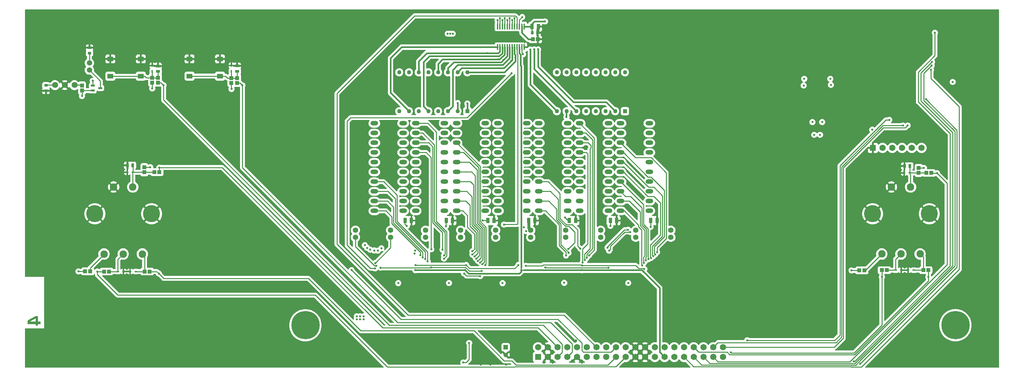
<source format=gbr>
%TF.GenerationSoftware,KiCad,Pcbnew,8.0.8*%
%TF.CreationDate,2025-05-17T22:16:50-04:00*%
%TF.ProjectId,control board,636f6e74-726f-46c2-9062-6f6172642e6b,rev?*%
%TF.SameCoordinates,Original*%
%TF.FileFunction,Copper,L4,Bot*%
%TF.FilePolarity,Positive*%
%FSLAX46Y46*%
G04 Gerber Fmt 4.6, Leading zero omitted, Abs format (unit mm)*
G04 Created by KiCad (PCBNEW 8.0.8) date 2025-05-17 22:16:50*
%MOMM*%
%LPD*%
G01*
G04 APERTURE LIST*
%ADD10C,0.300000*%
%TA.AperFunction,SMDPad,CuDef*%
%ADD11R,0.900000X0.650000*%
%TD*%
%TA.AperFunction,SMDPad,CuDef*%
%ADD12R,1.000000X0.500000*%
%TD*%
%TA.AperFunction,ComponentPad*%
%ADD13C,1.416000*%
%TD*%
%TA.AperFunction,ComponentPad*%
%ADD14C,4.100000*%
%TD*%
%TA.AperFunction,ConnectorPad*%
%ADD15C,7.400000*%
%TD*%
%TA.AperFunction,ComponentPad*%
%ADD16R,1.650000X1.650000*%
%TD*%
%TA.AperFunction,ComponentPad*%
%ADD17C,1.650000*%
%TD*%
%TA.AperFunction,ComponentPad*%
%ADD18R,1.150000X1.150000*%
%TD*%
%TA.AperFunction,ComponentPad*%
%ADD19C,1.150000*%
%TD*%
%TA.AperFunction,SMDPad,CuDef*%
%ADD20R,1.100000X1.000000*%
%TD*%
%TA.AperFunction,SMDPad,CuDef*%
%ADD21R,1.000000X1.100000*%
%TD*%
%TA.AperFunction,SMDPad,CuDef*%
%ADD22R,0.420000X0.640000*%
%TD*%
%TA.AperFunction,ComponentPad*%
%ADD23O,2.000000X1.200000*%
%TD*%
%TA.AperFunction,SMDPad,CuDef*%
%ADD24R,0.970000X1.470000*%
%TD*%
%TA.AperFunction,ComponentPad*%
%ADD25R,1.100000X1.100000*%
%TD*%
%TA.AperFunction,ComponentPad*%
%ADD26C,1.100000*%
%TD*%
%TA.AperFunction,ComponentPad*%
%ADD27C,1.950000*%
%TD*%
%TA.AperFunction,ComponentPad*%
%ADD28C,4.460000*%
%TD*%
%TA.AperFunction,SMDPad,CuDef*%
%ADD29R,0.640000X0.420000*%
%TD*%
%TA.AperFunction,SMDPad,CuDef*%
%ADD30R,0.435000X1.500000*%
%TD*%
%TA.AperFunction,SMDPad,CuDef*%
%ADD31R,0.980000X0.780000*%
%TD*%
%TA.AperFunction,SMDPad,CuDef*%
%ADD32R,1.550000X1.300000*%
%TD*%
%TA.AperFunction,SMDPad,CuDef*%
%ADD33R,0.940000X0.750000*%
%TD*%
%TA.AperFunction,ComponentPad*%
%ADD34C,1.560000*%
%TD*%
%TA.AperFunction,SMDPad,CuDef*%
%ADD35R,0.750000X0.940000*%
%TD*%
%TA.AperFunction,SMDPad,CuDef*%
%ADD36R,0.780000X0.980000*%
%TD*%
%TA.AperFunction,ViaPad*%
%ADD37C,0.558800*%
%TD*%
%TA.AperFunction,Conductor*%
%ADD38C,0.254000*%
%TD*%
%TA.AperFunction,Conductor*%
%ADD39C,0.250000*%
%TD*%
%TA.AperFunction,Conductor*%
%ADD40C,0.762000*%
%TD*%
%TA.AperFunction,Conductor*%
%ADD41C,0.381000*%
%TD*%
G04 APERTURE END LIST*
D10*
G36*
X307842249Y-280443292D02*
G01*
X307935305Y-280472140D01*
X307976250Y-280520529D01*
X307984625Y-280585669D01*
X307984625Y-281881946D01*
X308595076Y-281881946D01*
X308640674Y-281895905D01*
X308673244Y-281948016D01*
X308692786Y-282050378D01*
X308699300Y-282208575D01*
X308692786Y-282370493D01*
X308673244Y-282472855D01*
X308640674Y-282527758D01*
X308595076Y-282543578D01*
X307984625Y-282543578D01*
X307984625Y-282844151D01*
X307917625Y-282918596D01*
X307904340Y-282923585D01*
X307719414Y-282946513D01*
X307701479Y-282946393D01*
X307510968Y-282915804D01*
X307448620Y-282844151D01*
X307448620Y-282543578D01*
X305417196Y-282543578D01*
X305367876Y-282517522D01*
X305332514Y-282434702D01*
X305311111Y-282283950D01*
X305308898Y-282247331D01*
X305304597Y-282056892D01*
X305304647Y-282034180D01*
X305309326Y-281876363D01*
X305900159Y-281876363D01*
X305900159Y-281881946D01*
X307448620Y-281881946D01*
X307448620Y-280983951D01*
X305900159Y-281876363D01*
X305309326Y-281876363D01*
X305310181Y-281847515D01*
X305326931Y-281704208D01*
X305355779Y-281616735D01*
X305395793Y-281572998D01*
X307243895Y-280520529D01*
X307336952Y-280476793D01*
X307429078Y-280450737D01*
X307538885Y-280437709D01*
X307681261Y-280433987D01*
X307842249Y-280443292D01*
G37*
D11*
%TO.P,R17,1,1*%
%TO.N,GND-F*%
X321462800Y-210335400D03*
%TO.P,R17,2,2*%
%TO.N,Net-(LED12-K)*%
X321462800Y-211785400D03*
%TD*%
D12*
%TO.P,Q1,1,G*%
%TO.N,IR IN_F*%
X322291600Y-221528600D03*
%TO.P,Q1,2,S*%
%TO.N,3V3_F*%
X322291600Y-220228600D03*
%TO.P,Q1,3,D*%
%TO.N,Net-(LED12-A)*%
X324291600Y-220878600D03*
%TD*%
D13*
%TO.P,LED12,1,A*%
%TO.N,Net-(LED12-A)*%
X321437400Y-216179600D03*
%TO.P,LED12,2,K*%
%TO.N,Net-(LED12-K)*%
X321437400Y-214350800D03*
%TD*%
D14*
%TO.P,H6,1*%
%TO.N,unconnected-(H6-Pad1)*%
X547497400Y-282816500D03*
D15*
X547497400Y-282816500D03*
%TD*%
D14*
%TO.P,H5,1*%
%TO.N,unconnected-(H5-Pad1)*%
X377825400Y-282841900D03*
D15*
X377825400Y-282841900D03*
%TD*%
D16*
%TO.P,J10,1,1*%
%TO.N,VCC_POWER_L_F*%
X438531400Y-291129400D03*
D17*
%TO.P,J10,2,2*%
X438531400Y-288589400D03*
%TO.P,J10,3,3*%
%TO.N,GND-F*%
X441071400Y-291129400D03*
%TO.P,J10,4,4*%
X441071400Y-288589400D03*
%TO.P,J10,5,5*%
%TO.N,nDISPLAY_F*%
X443611400Y-291129400D03*
%TO.P,J10,6,6*%
%TO.N,nMULTI2_F*%
X443611400Y-288589400D03*
%TO.P,J10,7,7*%
%TO.N,nSOURCE_F*%
X446151400Y-291129400D03*
%TO.P,J10,8,8*%
%TO.N,3V3_F*%
X446151400Y-288589400D03*
%TO.P,J10,9,9*%
%TO.N,GND-F*%
X448691400Y-291129400D03*
%TO.P,J10,10,10*%
X448691400Y-288589400D03*
%TO.P,J10,11,11*%
%TO.N,LATCH_F*%
X451231400Y-291129400D03*
%TO.P,J10,12,12*%
%TO.N,DISPLAY LAT_F*%
X451231400Y-288589400D03*
%TO.P,J10,13,13*%
%TO.N,unconnected-(J10-Pad13)*%
X453771400Y-291129400D03*
%TO.P,J10,14,14*%
%TO.N,DISPLAY BLANK_F*%
X453771400Y-288589400D03*
%TO.P,J10,15,15*%
%TO.N,unconnected-(J10-Pad15)*%
X456311400Y-291129400D03*
%TO.P,J10,16,16*%
%TO.N,BLANK_F*%
X456311400Y-288589400D03*
%TO.P,J10,17,17*%
%TO.N,TUNE A_F*%
X458851400Y-291129400D03*
%TO.P,J10,18,18*%
%TO.N,IR IN_F*%
X458851400Y-288589400D03*
%TO.P,J10,19,19*%
%TO.N,TUNE B_F*%
X461391400Y-291129400D03*
%TO.P,J10,20,20*%
%TO.N,PLAY_PAUSE_F*%
X461391400Y-288589400D03*
%TO.P,J10,21,21*%
%TO.N,GND-F*%
X463931400Y-291129400D03*
%TO.P,J10,22,22*%
X463931400Y-288589400D03*
%TO.P,J10,23,23*%
X466471400Y-291129400D03*
%TO.P,J10,24,24*%
X466471400Y-288589400D03*
%TO.P,J10,25,25*%
%TO.N,BAR_F*%
X469011400Y-291129400D03*
%TO.P,J10,26,26*%
%TO.N,BT R_F*%
X469011400Y-288589400D03*
%TO.P,J10,27,27*%
%TO.N,BAR SCLK_F*%
X471551400Y-291129400D03*
%TO.P,J10,28,28*%
%TO.N,BT L_F*%
X471551400Y-288589400D03*
%TO.P,J10,29,29*%
%TO.N,FWD_F*%
X474091400Y-291129400D03*
%TO.P,J10,30,30*%
%TO.N,2V5_F*%
X474091400Y-288589400D03*
%TO.P,J10,31,31*%
%TO.N,REV_F*%
X476631400Y-291129400D03*
%TO.P,J10,32,32*%
%TO.N,VCC Signal_F*%
X476631400Y-288589400D03*
%TO.P,J10,33,33*%
%TO.N,VOL+_F*%
X479171400Y-291129400D03*
%TO.P,J10,34,34*%
%TO.N,VOL A_F*%
X479171400Y-288589400D03*
%TO.P,J10,35,35*%
%TO.N,VOL-_F*%
X481711400Y-291129400D03*
%TO.P,J10,36,36*%
%TO.N,VOL B_F*%
X481711400Y-288589400D03*
%TO.P,J10,37,37*%
%TO.N,nMULTI1_F*%
X484251400Y-291129400D03*
%TO.P,J10,38,38*%
%TO.N,UART TXD_F*%
X484251400Y-288589400D03*
%TO.P,J10,39,39*%
%TO.N,MFB_F*%
X486791400Y-291129400D03*
%TO.P,J10,40,40*%
%TO.N,UART RXD_F*%
X486791400Y-288589400D03*
%TD*%
D16*
%TO.P,J2,1,1*%
%TO.N,GND-F*%
X525951400Y-236512300D03*
D17*
%TO.P,J2,2,2*%
%TO.N,unconnected-(J2-Pad2)*%
X528491400Y-236512300D03*
%TO.P,J2,3,3*%
%TO.N,unconnected-(J2-Pad3)*%
X531031400Y-236512300D03*
%TO.P,J2,4,4*%
%TO.N,Net-(D13-K)*%
X533571400Y-236512300D03*
%TO.P,J2,5,5*%
%TO.N,Net-(D16-K)*%
X536111400Y-236512300D03*
%TO.P,J2,6,6*%
%TO.N,unconnected-(J2-Pad6)*%
X538651400Y-236512300D03*
%TD*%
D18*
%TO.P,C1,1,+*%
%TO.N,Net-(C1-+)*%
X430078000Y-288556900D03*
D19*
%TO.P,C1,2,-*%
%TO.N,GND-F*%
X430078000Y-290556900D03*
%TD*%
D20*
%TO.P,R122,1,1*%
%TO.N,Net-(R122-Pad1)*%
X321613400Y-268774800D03*
%TO.P,R122,2,2*%
%TO.N,3V3_F*%
X320313400Y-268774800D03*
%TD*%
D13*
%TO.P,LED3,1,A*%
%TO.N,/Front Board/VLED*%
X409169000Y-258013400D03*
%TO.P,LED3,2,K*%
%TO.N,Net-(IC14-OUT13)*%
X409169000Y-259842200D03*
%TD*%
D21*
%TO.P,R6,1,1*%
%TO.N,Net-(D2-K)*%
X339357200Y-218170600D03*
%TO.P,R6,2,2*%
%TO.N,nDISPLAY_F*%
X339357200Y-219470600D03*
%TD*%
D22*
%TO.P,D2,1,K*%
%TO.N,Net-(D2-K)*%
X337833200Y-216522600D03*
%TO.P,D2,2,A*%
%TO.N,GND-F*%
X337833200Y-215022600D03*
%TD*%
D23*
%TO.P,U8,1,A*%
%TO.N,Net-(IC13-OUT14)*%
X428065000Y-252958800D03*
%TO.P,U8,2,B*%
%TO.N,Net-(IC13-OUT15)*%
X428065000Y-250418800D03*
%TO.P,U8,3,C*%
%TO.N,Net-(IC15-OUT0)*%
X428065000Y-247878800D03*
%TO.P,U8,4,D*%
%TO.N,Net-(IC15-OUT1)*%
X428065000Y-245338800D03*
%TO.P,U8,5,E*%
%TO.N,Net-(IC15-OUT2)*%
X428065000Y-242798800D03*
%TO.P,U8,6,F*%
%TO.N,Net-(IC15-OUT3)*%
X428065000Y-240258800D03*
%TO.P,U8,7,G*%
%TO.N,Net-(IC15-OUT4)*%
X428065000Y-237718800D03*
%TO.P,U8,8,H*%
%TO.N,Net-(IC15-OUT5)*%
X428065000Y-235178800D03*
%TO.P,U8,9,I*%
%TO.N,Net-(IC15-OUT6)*%
X428065000Y-232638800D03*
%TO.P,U8,10,J*%
%TO.N,Net-(IC15-OUT7)*%
X428065000Y-230098800D03*
%TO.P,U8,11,COM*%
%TO.N,/Front Board/VLED*%
X435585000Y-230098800D03*
%TO.P,U8,12,COM*%
X435585000Y-232638800D03*
%TO.P,U8,13,COM*%
X435585000Y-235178800D03*
%TO.P,U8,14,COM*%
X435585000Y-237718800D03*
%TO.P,U8,15,COM*%
X435585000Y-240258800D03*
%TO.P,U8,16,COM*%
X435585000Y-242798800D03*
%TO.P,U8,17,COM*%
X435585000Y-245338800D03*
%TO.P,U8,18,COM*%
X435585000Y-247878800D03*
%TO.P,U8,19,COM*%
X435585000Y-250418800D03*
%TO.P,U8,20,COM*%
X435585000Y-252958800D03*
%TD*%
D24*
%TO.P,C37,1,1*%
%TO.N,GND-F*%
X427076000Y-255498800D03*
%TO.P,C37,2,2*%
%TO.N,/Front Board/VLED*%
X425416000Y-255498800D03*
%TD*%
D25*
%TO.P,DS2,1,COMMON_ANODE_D1*%
%TO.N,/Front Board/LED Display/D5*%
X461239000Y-226923800D03*
D26*
%TO.P,DS2,2,COMMON_ANODE_D2*%
%TO.N,/Front Board/LED Display/D6*%
X458699000Y-226923800D03*
%TO.P,DS2,3,CATHODE_D*%
%TO.N,/Front Board/LED Display/D*%
X456159000Y-226923800D03*
%TO.P,DS2,4,ANODE_L1L2*%
%TO.N,unconnected-(DS2-ANODE_L1L2-Pad4)*%
X453619000Y-226923800D03*
%TO.P,DS2,5,CATHODE_E*%
%TO.N,/Front Board/LED Display/E*%
X451079000Y-226923800D03*
%TO.P,DS2,6,COMMON_ANODE_D3*%
%TO.N,/Front Board/LED Display/D7*%
X448539000Y-226923800D03*
%TO.P,DS2,7,CATHODE_DP*%
%TO.N,/Front Board/LED Display/DP*%
X445999000Y-226923800D03*
%TO.P,DS2,8,COMMON_ANODE_D4*%
%TO.N,/Front Board/LED Display/D8*%
X443459000Y-226923800D03*
%TO.P,DS2,9,CATHODE_L3*%
%TO.N,unconnected-(DS2-CATHODE_L3-Pad9)*%
X443459000Y-216763800D03*
%TO.P,DS2,10,ANODE_L3*%
%TO.N,unconnected-(DS2-ANODE_L3-Pad10)*%
X445999000Y-216763800D03*
%TO.P,DS2,11,CATHODE_F*%
%TO.N,/Front Board/LED Display/F*%
X448539000Y-216763800D03*
%TO.P,DS2,12,CATHODE_L1L2*%
%TO.N,unconnected-(DS2-CATHODE_L1L2-Pad12)*%
X451079000Y-216763800D03*
%TO.P,DS2,13,CATHODE_C*%
%TO.N,/Front Board/LED Display/C*%
X453619000Y-216763800D03*
%TO.P,DS2,14,CATHODE_A*%
%TO.N,/Front Board/LED Display/A*%
X456159000Y-216763800D03*
%TO.P,DS2,15,CATHODE_G*%
%TO.N,/Front Board/LED Display/G*%
X458699000Y-216763800D03*
%TO.P,DS2,16,CATHODE_B*%
%TO.N,/Front Board/LED Display/B*%
X461239000Y-216763800D03*
%TD*%
D25*
%TO.P,DS1,1,COMMON_ANODE_D1*%
%TO.N,/Front Board/LED Display/D1*%
X420091000Y-226923800D03*
D26*
%TO.P,DS1,2,COMMON_ANODE_D2*%
%TO.N,/Front Board/LED Display/D2*%
X417551000Y-226923800D03*
%TO.P,DS1,3,CATHODE_D*%
%TO.N,/Front Board/LED Display/D*%
X415011000Y-226923800D03*
%TO.P,DS1,4,ANODE_L1L2*%
%TO.N,unconnected-(DS1-ANODE_L1L2-Pad4)*%
X412471000Y-226923800D03*
%TO.P,DS1,5,CATHODE_E*%
%TO.N,/Front Board/LED Display/E*%
X409931000Y-226923800D03*
%TO.P,DS1,6,COMMON_ANODE_D3*%
%TO.N,/Front Board/LED Display/D3*%
X407391000Y-226923800D03*
%TO.P,DS1,7,CATHODE_DP*%
%TO.N,/Front Board/LED Display/DP*%
X404851000Y-226923800D03*
%TO.P,DS1,8,COMMON_ANODE_D4*%
%TO.N,/Front Board/LED Display/D4*%
X402311000Y-226923800D03*
%TO.P,DS1,9,CATHODE_L3*%
%TO.N,unconnected-(DS1-CATHODE_L3-Pad9)*%
X402311000Y-216763800D03*
%TO.P,DS1,10,ANODE_L3*%
%TO.N,unconnected-(DS1-ANODE_L3-Pad10)*%
X404851000Y-216763800D03*
%TO.P,DS1,11,CATHODE_F*%
%TO.N,/Front Board/LED Display/F*%
X407391000Y-216763800D03*
%TO.P,DS1,12,CATHODE_L1L2*%
%TO.N,unconnected-(DS1-CATHODE_L1L2-Pad12)*%
X409931000Y-216763800D03*
%TO.P,DS1,13,CATHODE_C*%
%TO.N,/Front Board/LED Display/C*%
X412471000Y-216763800D03*
%TO.P,DS1,14,CATHODE_A*%
%TO.N,/Front Board/LED Display/A*%
X415011000Y-216763800D03*
%TO.P,DS1,15,CATHODE_G*%
%TO.N,/Front Board/LED Display/G*%
X417551000Y-216763800D03*
%TO.P,DS1,16,CATHODE_B*%
%TO.N,/Front Board/LED Display/B*%
X420091000Y-216763800D03*
%TD*%
D27*
%TO.P,U2,A1,A1*%
%TO.N,Net-(D10-K)*%
X335259800Y-264220800D03*
%TO.P,U2,B1,B1*%
%TO.N,Net-(D11-K)*%
X330259800Y-264220800D03*
%TO.P,U2,C1,C1*%
%TO.N,Net-(R122-Pad1)*%
X325259800Y-264220800D03*
%TO.P,U2,D1,D1*%
%TO.N,Net-(D9-K)*%
X332759800Y-246720800D03*
%TO.P,U2,E1,E1*%
%TO.N,GND-F*%
X327759800Y-246720800D03*
D28*
%TO.P,U2,MH1,MH1*%
X337659800Y-253720800D03*
%TO.P,U2,MH2,MH2*%
X322859800Y-253720800D03*
%TD*%
D21*
%TO.P,R5,1,1*%
%TO.N,Net-(D2-K)*%
X337833200Y-218170600D03*
%TO.P,R5,2,2*%
%TO.N,3V3_F*%
X337833200Y-219470600D03*
%TD*%
%TO.P,R8,1,1*%
%TO.N,Net-(D4-K)*%
X360020200Y-218246600D03*
%TO.P,R8,2,2*%
%TO.N,nSOURCE_F*%
X360020200Y-219546600D03*
%TD*%
D24*
%TO.P,C26,1,1*%
%TO.N,GND-F*%
X469621000Y-255498800D03*
%TO.P,C26,2,2*%
%TO.N,/Front Board/VLED*%
X467961000Y-255498800D03*
%TD*%
D27*
%TO.P,U1,A1,A1*%
%TO.N,Net-(D7-K)*%
X538273400Y-264216300D03*
%TO.P,U1,B1,B1*%
%TO.N,Net-(D8-K)*%
X533273400Y-264216300D03*
%TO.P,U1,C1,C1*%
%TO.N,Net-(R121-Pad1)*%
X528273400Y-264216300D03*
%TO.P,U1,D1,D1*%
%TO.N,Net-(D6-K)*%
X535773400Y-246716300D03*
%TO.P,U1,E1,E1*%
%TO.N,GND-F*%
X530773400Y-246716300D03*
D28*
%TO.P,U1,MH1,MH1*%
X540673400Y-253716300D03*
%TO.P,U1,MH2,MH2*%
X525873400Y-253716300D03*
%TD*%
D29*
%TO.P,D7,1,K*%
%TO.N,Net-(D7-K)*%
X536597400Y-268448300D03*
%TO.P,D7,2,A*%
%TO.N,GND-F*%
X535097400Y-268448300D03*
%TD*%
D30*
%TO.P,IC17,1,GND*%
%TO.N,GND-F*%
X434949000Y-210192800D03*
%TO.P,IC17,2,SIN*%
%TO.N,/Front Board/DISPLAY SIN*%
X434315000Y-210192800D03*
%TO.P,IC17,3,SCLK*%
%TO.N,BAR SCLK_F*%
X433679000Y-210192800D03*
%TO.P,IC17,4,LAT*%
%TO.N,DISPLAY LAT_F*%
X433045000Y-210192800D03*
%TO.P,IC17,5,OUT0*%
%TO.N,/Front Board/LED Display/B*%
X432409000Y-210192800D03*
%TO.P,IC17,6,OUT1*%
%TO.N,/Front Board/LED Display/G*%
X431775000Y-210192800D03*
%TO.P,IC17,7,OUT2*%
%TO.N,/Front Board/LED Display/D*%
X431139000Y-210192800D03*
%TO.P,IC17,8,OUT3*%
%TO.N,/Front Board/LED Display/A*%
X430505000Y-210192800D03*
%TO.P,IC17,9,OUT4*%
%TO.N,/Front Board/LED Display/C*%
X429869000Y-210192800D03*
%TO.P,IC17,10,OUT5*%
%TO.N,/Front Board/LED Display/E*%
X429235000Y-210192800D03*
%TO.P,IC17,11,OUT6*%
%TO.N,/Front Board/LED Display/F*%
X428599000Y-210192800D03*
%TO.P,IC17,12,OUT7*%
%TO.N,/Front Board/LED Display/DP*%
X427965000Y-210192800D03*
%TO.P,IC17,13,OUT8*%
%TO.N,/Front Board/LED Display/D4 EN*%
X427965000Y-204792800D03*
%TO.P,IC17,14,OUT9*%
%TO.N,/Front Board/LED Display/D3 EN*%
X428599000Y-204792800D03*
%TO.P,IC17,15,OUT10*%
%TO.N,/Front Board/LED Display/D2 EN*%
X429235000Y-204792800D03*
%TO.P,IC17,16,OUT11*%
%TO.N,/Front Board/LED Display/D1 EN*%
X429869000Y-204792800D03*
%TO.P,IC17,17,OUT12*%
%TO.N,/Front Board/LED Display/D8 EN*%
X430505000Y-204792800D03*
%TO.P,IC17,18,OUT13*%
%TO.N,/Front Board/LED Display/D7 EN*%
X431139000Y-204792800D03*
%TO.P,IC17,19,OUT14*%
%TO.N,/Front Board/LED Display/D6 EN*%
X431775000Y-204792800D03*
%TO.P,IC17,20,OUT15*%
%TO.N,/Front Board/LED Display/D5 EN*%
X432409000Y-204792800D03*
%TO.P,IC17,21,BLANK*%
%TO.N,DISPLAY BLANK_F*%
X433045000Y-204792800D03*
%TO.P,IC17,22,SOUT*%
%TO.N,/Front Board/LED Display/SOUT*%
X433679000Y-204792800D03*
%TO.P,IC17,23,IREF*%
%TO.N,Net-(IC17-IREF)*%
X434315000Y-204792800D03*
%TO.P,IC17,24,VCC*%
%TO.N,3V3_F*%
X434949000Y-204792800D03*
%TD*%
D23*
%TO.P,U6,1,A*%
%TO.N,Net-(IC13-OUT4)*%
X438733000Y-252958800D03*
%TO.P,U6,2,B*%
%TO.N,Net-(IC13-OUT5)*%
X438733000Y-250418800D03*
%TO.P,U6,3,C*%
%TO.N,Net-(IC13-OUT6)*%
X438733000Y-247878800D03*
%TO.P,U6,4,D*%
%TO.N,Net-(IC13-OUT7)*%
X438733000Y-245338800D03*
%TO.P,U6,5,E*%
%TO.N,Net-(IC13-OUT8)*%
X438733000Y-242798800D03*
%TO.P,U6,6,F*%
%TO.N,Net-(IC13-OUT9)*%
X438733000Y-240258800D03*
%TO.P,U6,7,G*%
%TO.N,Net-(IC13-OUT10)*%
X438733000Y-237718800D03*
%TO.P,U6,8,H*%
%TO.N,Net-(IC13-OUT11)*%
X438733000Y-235178800D03*
%TO.P,U6,9,I*%
%TO.N,Net-(IC13-OUT12)*%
X438733000Y-232638800D03*
%TO.P,U6,10,J*%
%TO.N,Net-(IC13-OUT13)*%
X438733000Y-230098800D03*
%TO.P,U6,11,COM*%
%TO.N,/Front Board/VLED*%
X446253000Y-230098800D03*
%TO.P,U6,12,COM*%
X446253000Y-232638800D03*
%TO.P,U6,13,COM*%
X446253000Y-235178800D03*
%TO.P,U6,14,COM*%
X446253000Y-237718800D03*
%TO.P,U6,15,COM*%
X446253000Y-240258800D03*
%TO.P,U6,16,COM*%
X446253000Y-242798800D03*
%TO.P,U6,17,COM*%
X446253000Y-245338800D03*
%TO.P,U6,18,COM*%
X446253000Y-247878800D03*
%TO.P,U6,19,COM*%
X446253000Y-250418800D03*
%TO.P,U6,20,COM*%
X446253000Y-252958800D03*
%TD*%
%TO.P,U9,1,A*%
%TO.N,Net-(IC15-OUT8)*%
X417273000Y-252958800D03*
%TO.P,U9,2,B*%
%TO.N,Net-(IC15-OUT9)*%
X417273000Y-250418800D03*
%TO.P,U9,3,C*%
%TO.N,Net-(IC15-OUT10)*%
X417273000Y-247878800D03*
%TO.P,U9,4,D*%
%TO.N,Net-(IC15-OUT11)*%
X417273000Y-245338800D03*
%TO.P,U9,5,E*%
%TO.N,Net-(IC15-OUT12)*%
X417273000Y-242798800D03*
%TO.P,U9,6,F*%
%TO.N,Net-(IC15-OUT13)*%
X417273000Y-240258800D03*
%TO.P,U9,7,G*%
%TO.N,Net-(IC15-OUT14)*%
X417273000Y-237718800D03*
%TO.P,U9,8,H*%
%TO.N,Net-(IC15-OUT15)*%
X417273000Y-235178800D03*
%TO.P,U9,9,I*%
%TO.N,Net-(IC16-OUT0)*%
X417273000Y-232638800D03*
%TO.P,U9,10,J*%
%TO.N,Net-(IC16-OUT1)*%
X417273000Y-230098800D03*
%TO.P,U9,11,COM*%
%TO.N,/Front Board/VLED*%
X424793000Y-230098800D03*
%TO.P,U9,12,COM*%
X424793000Y-232638800D03*
%TO.P,U9,13,COM*%
X424793000Y-235178800D03*
%TO.P,U9,14,COM*%
X424793000Y-237718800D03*
%TO.P,U9,15,COM*%
X424793000Y-240258800D03*
%TO.P,U9,16,COM*%
X424793000Y-242798800D03*
%TO.P,U9,17,COM*%
X424793000Y-245338800D03*
%TO.P,U9,18,COM*%
X424793000Y-247878800D03*
%TO.P,U9,19,COM*%
X424793000Y-250418800D03*
%TO.P,U9,20,COM*%
X424793000Y-252958800D03*
%TD*%
D31*
%TO.P,C10,1,1*%
%TO.N,GND-F*%
X339357200Y-215134600D03*
%TO.P,C10,2,2*%
%TO.N,Net-(D2-K)*%
X339357200Y-216534600D03*
%TD*%
D13*
%TO.P,LED8,1,A*%
%TO.N,/Front Board/VLED*%
X445757700Y-258026100D03*
%TO.P,LED8,2,K*%
%TO.N,Net-(IC14-OUT9)*%
X445757700Y-259854900D03*
%TD*%
D21*
%TO.P,R212,1,1*%
%TO.N,Net-(IC2-OUT)*%
X319502600Y-220228600D03*
%TO.P,R212,2,2*%
%TO.N,IR IN_F*%
X319502600Y-221528600D03*
%TD*%
D20*
%TO.P,R14,1,1*%
%TO.N,TUNE A_F*%
X337147800Y-268792800D03*
%TO.P,R14,2,2*%
%TO.N,Net-(D10-K)*%
X335847800Y-268792800D03*
%TD*%
%TO.P,R10,1,1*%
%TO.N,VOL A_F*%
X540419400Y-268448300D03*
%TO.P,R10,2,2*%
%TO.N,Net-(D7-K)*%
X539119400Y-268448300D03*
%TD*%
D24*
%TO.P,C39,1,1*%
%TO.N,GND-F*%
X405495000Y-255498800D03*
%TO.P,C39,2,2*%
%TO.N,/Front Board/VLED*%
X403835000Y-255498800D03*
%TD*%
%TO.P,C36,1,1*%
%TO.N,GND-F*%
X437744000Y-255498800D03*
%TO.P,C36,2,2*%
%TO.N,/Front Board/VLED*%
X436084000Y-255498800D03*
%TD*%
D20*
%TO.P,R30,1,1*%
%TO.N,GND-F*%
X438507000Y-208160800D03*
%TO.P,R30,2,2*%
%TO.N,Net-(IC17-IREF)*%
X437207000Y-208160800D03*
%TD*%
D13*
%TO.P,LED1,1,A*%
%TO.N,/Front Board/VLED*%
X390881000Y-258013400D03*
%TO.P,LED1,2,K*%
%TO.N,Net-(IC14-OUT15)*%
X390881000Y-259842200D03*
%TD*%
D21*
%TO.P,R7,1,1*%
%TO.N,Net-(D4-K)*%
X358496200Y-218246600D03*
%TO.P,R7,2,2*%
%TO.N,3V3_F*%
X358496200Y-219546600D03*
%TD*%
D13*
%TO.P,LED10,1,A*%
%TO.N,/Front Board/VLED*%
X464033000Y-258013400D03*
%TO.P,LED10,2,K*%
%TO.N,Net-(IC14-OUT7)*%
X464033000Y-259842200D03*
%TD*%
D21*
%TO.P,R15,1,1*%
%TO.N,Net-(D9-K)*%
X335759800Y-242866800D03*
%TO.P,R15,2,2*%
%TO.N,3V3_F*%
X335759800Y-241566800D03*
%TD*%
D29*
%TO.P,D8,1,K*%
%TO.N,Net-(D8-K)*%
X531874700Y-268448300D03*
%TO.P,D8,2,A*%
%TO.N,GND-F*%
X533374700Y-268448300D03*
%TD*%
D32*
%TO.P,S1,1,COM_1*%
%TO.N,GND-F*%
X334861200Y-213279800D03*
%TO.P,S1,2,NO_1*%
%TO.N,Net-(D2-K)*%
X334861200Y-217779800D03*
%TO.P,S1,3,COM_2*%
%TO.N,GND-F*%
X326911200Y-213279800D03*
%TO.P,S1,4,NO_2*%
%TO.N,Net-(D2-K)*%
X326911200Y-217779800D03*
%TD*%
D33*
%TO.P,C15,1,1*%
%TO.N,GND-F*%
X310104600Y-221578600D03*
%TO.P,C15,2,2*%
%TO.N,3V3_F*%
X310104600Y-220178600D03*
%TD*%
D20*
%TO.P,R9,1,1*%
%TO.N,nMULTI1_F*%
X541211400Y-243048300D03*
%TO.P,R9,2,2*%
%TO.N,Net-(D6-K)*%
X539911400Y-243048300D03*
%TD*%
%TO.P,R16,1,1*%
%TO.N,Net-(D11-K)*%
X326539400Y-268792800D03*
%TO.P,R16,2,2*%
%TO.N,TUNE B_F*%
X325239400Y-268792800D03*
%TD*%
D24*
%TO.P,C43,1,1*%
%TO.N,GND-F*%
X416222000Y-255498800D03*
%TO.P,C43,2,2*%
%TO.N,/Front Board/VLED*%
X414562000Y-255498800D03*
%TD*%
D29*
%TO.P,D6,1,K*%
%TO.N,Net-(D6-K)*%
X535581400Y-243048300D03*
%TO.P,D6,2,A*%
%TO.N,GND-F*%
X534081400Y-243048300D03*
%TD*%
D13*
%TO.P,LED2,1,A*%
%TO.N,/Front Board/VLED*%
X400050400Y-258013400D03*
%TO.P,LED2,2,K*%
%TO.N,Net-(IC14-OUT14)*%
X400050400Y-259842200D03*
%TD*%
D29*
%TO.P,D11,1,K*%
%TO.N,Net-(D11-K)*%
X328837400Y-268792800D03*
%TO.P,D11,2,A*%
%TO.N,GND-F*%
X330337400Y-268792800D03*
%TD*%
D23*
%TO.P,U3,1,A*%
%TO.N,Net-(IC12-OUT0)*%
X460069000Y-252958800D03*
%TO.P,U3,2,B*%
%TO.N,Net-(IC12-OUT1)*%
X460069000Y-250418800D03*
%TO.P,U3,3,C*%
%TO.N,Net-(IC12-OUT2)*%
X460069000Y-247878800D03*
%TO.P,U3,4,D*%
%TO.N,Net-(IC12-OUT3)*%
X460069000Y-245338800D03*
%TO.P,U3,5,E*%
%TO.N,Net-(IC12-OUT4)*%
X460069000Y-242798800D03*
%TO.P,U3,6,F*%
%TO.N,Net-(IC12-OUT5)*%
X460069000Y-240258800D03*
%TO.P,U3,7,G*%
%TO.N,Net-(IC12-OUT6)*%
X460069000Y-237718800D03*
%TO.P,U3,8,H*%
%TO.N,Net-(IC12-OUT7)*%
X460069000Y-235178800D03*
%TO.P,U3,9,I*%
%TO.N,Net-(IC12-OUT8)*%
X460069000Y-232638800D03*
%TO.P,U3,10,J*%
%TO.N,Net-(IC12-OUT9)*%
X460069000Y-230098800D03*
%TO.P,U3,11,COM*%
%TO.N,/Front Board/VLED*%
X467589000Y-230098800D03*
%TO.P,U3,12,COM*%
X467589000Y-232638800D03*
%TO.P,U3,13,COM*%
X467589000Y-235178800D03*
%TO.P,U3,14,COM*%
X467589000Y-237718800D03*
%TO.P,U3,15,COM*%
X467589000Y-240258800D03*
%TO.P,U3,16,COM*%
X467589000Y-242798800D03*
%TO.P,U3,17,COM*%
X467589000Y-245338800D03*
%TO.P,U3,18,COM*%
X467589000Y-247878800D03*
%TO.P,U3,19,COM*%
X467589000Y-250418800D03*
%TO.P,U3,20,COM*%
X467589000Y-252958800D03*
%TD*%
D13*
%TO.P,LED9,1,A*%
%TO.N,/Front Board/VLED*%
X454889000Y-258013400D03*
%TO.P,LED9,2,K*%
%TO.N,Net-(IC14-OUT8)*%
X454889000Y-259842200D03*
%TD*%
%TO.P,LED7,1,A*%
%TO.N,/Front Board/VLED*%
X436626400Y-258013400D03*
%TO.P,LED7,2,K*%
%TO.N,Net-(IC14-OUT10)*%
X436626400Y-259842200D03*
%TD*%
D24*
%TO.P,C46,1,1*%
%TO.N,GND-F*%
X438633000Y-204792800D03*
%TO.P,C46,2,2*%
%TO.N,3V3_F*%
X436973000Y-204792800D03*
%TD*%
D34*
%TO.P,IC2,1,OUT*%
%TO.N,Net-(IC2-OUT)*%
X317531100Y-220105200D03*
%TO.P,IC2,2,GND*%
%TO.N,GND-F*%
X314991100Y-220105200D03*
%TO.P,IC2,3,VS*%
%TO.N,3V3_F*%
X312451100Y-220105200D03*
%TD*%
D24*
%TO.P,C30,1,1*%
%TO.N,GND-F*%
X448353000Y-255498800D03*
%TO.P,C30,2,2*%
%TO.N,/Front Board/VLED*%
X446693000Y-255498800D03*
%TD*%
D22*
%TO.P,D4,1,K*%
%TO.N,Net-(D4-K)*%
X358496200Y-216486600D03*
%TO.P,D4,2,A*%
%TO.N,GND-F*%
X358496200Y-214986600D03*
%TD*%
D35*
%TO.P,C45,1,1*%
%TO.N,GND-F*%
X438398000Y-206460800D03*
%TO.P,C45,2,2*%
%TO.N,3V3_F*%
X436998000Y-206460800D03*
%TD*%
D21*
%TO.P,R11,1,1*%
%TO.N,Net-(D6-K)*%
X537879400Y-243048300D03*
%TO.P,R11,2,2*%
%TO.N,3V3_F*%
X537879400Y-241748300D03*
%TD*%
D29*
%TO.P,D10,1,K*%
%TO.N,Net-(D10-K)*%
X333549800Y-268792800D03*
%TO.P,D10,2,A*%
%TO.N,GND-F*%
X332049800Y-268792800D03*
%TD*%
D31*
%TO.P,C12,1,1*%
%TO.N,GND-F*%
X360020200Y-215098600D03*
%TO.P,C12,2,2*%
%TO.N,Net-(D4-K)*%
X360020200Y-216498600D03*
%TD*%
D13*
%TO.P,LED11,1,A*%
%TO.N,/Front Board/VLED*%
X473202400Y-258013400D03*
%TO.P,LED11,2,K*%
%TO.N,Net-(IC14-OUT6)*%
X473202400Y-259842200D03*
%TD*%
%TO.P,LED6,1,A*%
%TO.N,/Front Board/VLED*%
X427482400Y-258013400D03*
%TO.P,LED6,2,K*%
%TO.N,Net-(IC14-OUT11)*%
X427482400Y-259842200D03*
%TD*%
D36*
%TO.P,C14,1,1*%
%TO.N,GND-F*%
X534193400Y-241270300D03*
%TO.P,C14,2,2*%
%TO.N,Net-(D6-K)*%
X535593400Y-241270300D03*
%TD*%
D32*
%TO.P,S2,1,COM_1*%
%TO.N,GND-F*%
X355524200Y-213268600D03*
%TO.P,S2,2,NO_1*%
%TO.N,Net-(D4-K)*%
X355524200Y-217768600D03*
%TO.P,S2,3,COM_2*%
%TO.N,GND-F*%
X347574200Y-213268600D03*
%TO.P,S2,4,NO_2*%
%TO.N,Net-(D4-K)*%
X347574200Y-217768600D03*
%TD*%
D13*
%TO.P,LED4,1,A*%
%TO.N,/Front Board/VLED*%
X418338400Y-258013400D03*
%TO.P,LED4,2,K*%
%TO.N,Net-(IC14-OUT12)*%
X418338400Y-259842200D03*
%TD*%
D23*
%TO.P,U10,1,A*%
%TO.N,Net-(IC16-OUT2)*%
X406605000Y-252958800D03*
%TO.P,U10,2,B*%
%TO.N,Net-(IC16-OUT3)*%
X406605000Y-250418800D03*
%TO.P,U10,3,C*%
%TO.N,Net-(IC16-OUT4)*%
X406605000Y-247878800D03*
%TO.P,U10,4,D*%
%TO.N,Net-(IC16-OUT5)*%
X406605000Y-245338800D03*
%TO.P,U10,5,E*%
%TO.N,Net-(IC16-OUT6)*%
X406605000Y-242798800D03*
%TO.P,U10,6,F*%
%TO.N,Net-(IC16-OUT7)*%
X406605000Y-240258800D03*
%TO.P,U10,7,G*%
%TO.N,Net-(IC16-OUT8)*%
X406605000Y-237718800D03*
%TO.P,U10,8,H*%
%TO.N,Net-(IC16-OUT9)*%
X406605000Y-235178800D03*
%TO.P,U10,9,I*%
%TO.N,Net-(IC16-OUT10)*%
X406605000Y-232638800D03*
%TO.P,U10,10,J*%
%TO.N,Net-(IC16-OUT11)*%
X406605000Y-230098800D03*
%TO.P,U10,11,COM*%
%TO.N,/Front Board/VLED*%
X414125000Y-230098800D03*
%TO.P,U10,12,COM*%
X414125000Y-232638800D03*
%TO.P,U10,13,COM*%
X414125000Y-235178800D03*
%TO.P,U10,14,COM*%
X414125000Y-237718800D03*
%TO.P,U10,15,COM*%
X414125000Y-240258800D03*
%TO.P,U10,16,COM*%
X414125000Y-242798800D03*
%TO.P,U10,17,COM*%
X414125000Y-245338800D03*
%TO.P,U10,18,COM*%
X414125000Y-247878800D03*
%TO.P,U10,19,COM*%
X414125000Y-250418800D03*
%TO.P,U10,20,COM*%
X414125000Y-252958800D03*
%TD*%
D29*
%TO.P,D9,1,K*%
%TO.N,Net-(D9-K)*%
X332799800Y-242866800D03*
%TO.P,D9,2,A*%
%TO.N,GND-F*%
X331299800Y-242866800D03*
%TD*%
D20*
%TO.P,R13,1,1*%
%TO.N,nMULTI2_F*%
X339711800Y-242848800D03*
%TO.P,R13,2,2*%
%TO.N,Net-(D9-K)*%
X338411800Y-242848800D03*
%TD*%
%TO.P,R121,1,1*%
%TO.N,Net-(R121-Pad1)*%
X523712600Y-268516300D03*
%TO.P,R121,2,2*%
%TO.N,3V3_F*%
X522412600Y-268516300D03*
%TD*%
%TO.P,R12,1,1*%
%TO.N,Net-(D8-K)*%
X529594700Y-268448300D03*
%TO.P,R12,2,2*%
%TO.N,VOL B_F*%
X528294700Y-268448300D03*
%TD*%
D23*
%TO.P,U4,1,A*%
%TO.N,Net-(IC12-OUT10)*%
X449401000Y-252958800D03*
%TO.P,U4,2,B*%
%TO.N,Net-(IC12-OUT11)*%
X449401000Y-250418800D03*
%TO.P,U4,3,C*%
%TO.N,Net-(IC12-OUT12)*%
X449401000Y-247878800D03*
%TO.P,U4,4,D*%
%TO.N,Net-(IC12-OUT13)*%
X449401000Y-245338800D03*
%TO.P,U4,5,E*%
%TO.N,Net-(IC12-OUT14)*%
X449401000Y-242798800D03*
%TO.P,U4,6,F*%
%TO.N,Net-(IC12-OUT15)*%
X449401000Y-240258800D03*
%TO.P,U4,7,G*%
%TO.N,Net-(IC13-OUT0)*%
X449401000Y-237718800D03*
%TO.P,U4,8,H*%
%TO.N,Net-(IC13-OUT1)*%
X449401000Y-235178800D03*
%TO.P,U4,9,I*%
%TO.N,Net-(IC13-OUT2)*%
X449401000Y-232638800D03*
%TO.P,U4,10,J*%
%TO.N,Net-(IC13-OUT3)*%
X449401000Y-230098800D03*
%TO.P,U4,11,COM*%
%TO.N,/Front Board/VLED*%
X456921000Y-230098800D03*
%TO.P,U4,12,COM*%
X456921000Y-232638800D03*
%TO.P,U4,13,COM*%
X456921000Y-235178800D03*
%TO.P,U4,14,COM*%
X456921000Y-237718800D03*
%TO.P,U4,15,COM*%
X456921000Y-240258800D03*
%TO.P,U4,16,COM*%
X456921000Y-242798800D03*
%TO.P,U4,17,COM*%
X456921000Y-245338800D03*
%TO.P,U4,18,COM*%
X456921000Y-247878800D03*
%TO.P,U4,19,COM*%
X456921000Y-250418800D03*
%TO.P,U4,20,COM*%
X456921000Y-252958800D03*
%TD*%
D24*
%TO.P,C29,1,1*%
%TO.N,GND-F*%
X459080000Y-255498800D03*
%TO.P,C29,2,2*%
%TO.N,/Front Board/VLED*%
X457420000Y-255498800D03*
%TD*%
D23*
%TO.P,U7,1,A*%
%TO.N,Net-(IC16-OUT12)*%
X395807000Y-252958800D03*
%TO.P,U7,2,B*%
%TO.N,Net-(IC16-OUT13)*%
X395807000Y-250418800D03*
%TO.P,U7,3,C*%
%TO.N,Net-(IC16-OUT14)*%
X395807000Y-247878800D03*
%TO.P,U7,4,D*%
%TO.N,Net-(IC16-OUT15)*%
X395807000Y-245338800D03*
%TO.P,U7,5,E*%
%TO.N,Net-(IC14-OUT0)*%
X395807000Y-242798800D03*
%TO.P,U7,6,F*%
%TO.N,Net-(IC14-OUT1)*%
X395807000Y-240258800D03*
%TO.P,U7,7,G*%
%TO.N,Net-(IC14-OUT2)*%
X395807000Y-237718800D03*
%TO.P,U7,8,H*%
%TO.N,Net-(IC14-OUT3)*%
X395807000Y-235178800D03*
%TO.P,U7,9,I*%
%TO.N,Net-(IC14-OUT4)*%
X395807000Y-232638800D03*
%TO.P,U7,10,J*%
%TO.N,Net-(IC14-OUT5)*%
X395807000Y-230098800D03*
%TO.P,U7,11,COM*%
%TO.N,/Front Board/VLED*%
X403327000Y-230098800D03*
%TO.P,U7,12,COM*%
X403327000Y-232638800D03*
%TO.P,U7,13,COM*%
X403327000Y-235178800D03*
%TO.P,U7,14,COM*%
X403327000Y-237718800D03*
%TO.P,U7,15,COM*%
X403327000Y-240258800D03*
%TO.P,U7,16,COM*%
X403327000Y-242798800D03*
%TO.P,U7,17,COM*%
X403327000Y-245338800D03*
%TO.P,U7,18,COM*%
X403327000Y-247878800D03*
%TO.P,U7,19,COM*%
X403327000Y-250418800D03*
%TO.P,U7,20,COM*%
X403327000Y-252958800D03*
%TD*%
D36*
%TO.P,C16,1,1*%
%TO.N,GND-F*%
X331361800Y-241088800D03*
%TO.P,C16,2,2*%
%TO.N,Net-(D9-K)*%
X332761800Y-241088800D03*
%TD*%
D37*
%TO.N,3V3_F*%
X322291600Y-218983000D03*
%TO.N,Net-(C1-+)*%
X419037000Y-292555900D03*
X420561000Y-287475900D03*
%TO.N,/Front Board/VLED*%
X391224000Y-280490900D03*
X392113000Y-280490900D03*
X392113000Y-281252900D03*
X414503000Y-256946600D03*
X467944600Y-257149800D03*
X415620600Y-206688800D03*
X445592600Y-254711400D03*
X393002000Y-281252900D03*
X391224000Y-281252900D03*
X393002000Y-280490900D03*
X414960200Y-206680000D03*
X416281000Y-206688800D03*
X424053400Y-255498800D03*
X404292200Y-256895800D03*
X457429000Y-256895800D03*
%TO.N,3V3_F*%
X318575800Y-268774800D03*
X525755000Y-231737100D03*
X440360200Y-203479600D03*
X429285800Y-271831000D03*
X539267800Y-241744700D03*
X337845800Y-220965400D03*
X546786200Y-219291100D03*
X445374200Y-271753800D03*
X337321000Y-241546000D03*
X415300600Y-271804600D03*
X462087400Y-271800600D03*
X520370200Y-268516300D03*
X358521400Y-221117800D03*
X402041600Y-271831000D03*
%TO.N,VCC Signal_F*%
X512166000Y-233096000D03*
X510642000Y-233096000D03*
%TO.N,LATCH_F*%
X450063000Y-267233600D03*
X406578200Y-267106600D03*
X433400600Y-267106600D03*
X419786200Y-267106600D03*
X435381800Y-267309800D03*
X466282786Y-268147428D03*
%TO.N,BLANK_F*%
X410591400Y-267716200D03*
X423792708Y-268706800D03*
X456907800Y-267804100D03*
X397434200Y-267817800D03*
X440461800Y-267741600D03*
%TO.N,BAR SCLK_F*%
X419517000Y-268451800D03*
X449997000Y-268451800D03*
X434162600Y-268451800D03*
X466051892Y-268846908D03*
X406512200Y-268451800D03*
%TO.N,DISPLAY LAT_F*%
X429641400Y-256540200D03*
%TO.N,/Front Board/LED Display/D1*%
X420091000Y-224891800D03*
%TO.N,/Front Board/LED Display/B*%
X432638600Y-212877600D03*
%TO.N,/Front Board/LED Display/F*%
X425374200Y-211760000D03*
%TO.N,/Front Board/LED Display/G*%
X431533700Y-213830100D03*
%TO.N,/Front Board/LED Display/A*%
X429514400Y-213563400D03*
%TO.N,/Front Board/LED Display/D2*%
X417551000Y-224790200D03*
%TO.N,/Front Board/LED Display/C*%
X428142800Y-213411000D03*
%TO.N,/Front Board/LED Display/DP*%
X445948200Y-228489800D03*
%TO.N,/Front Board/LED Display/D6*%
X438556800Y-210794800D03*
%TO.N,/Front Board/LED Display/D7*%
X437566200Y-210794800D03*
%TO.N,/Front Board/LED Display/D8*%
X436524800Y-210820200D03*
%TO.N,Net-(IC12-OUT2)*%
X466674600Y-265887400D03*
%TO.N,Net-(IC12-OUT3)*%
X467333437Y-265557981D03*
%TO.N,Net-(IC12-OUT4)*%
X468011780Y-265270867D03*
%TO.N,Net-(IC12-OUT6)*%
X469125107Y-264306562D03*
%TO.N,Net-(IC12-OUT0)*%
X465709400Y-267220400D03*
%TO.N,Net-(IC12-OUT5)*%
X468578552Y-264800385D03*
%TO.N,Net-(IC12-OUT7)*%
X469613807Y-263755422D03*
%TO.N,Net-(IC12-OUT8)*%
X456667000Y-262585400D03*
X462051800Y-257886400D03*
%TO.N,Net-(IC12-OUT9)*%
X462610600Y-258470600D03*
X457073400Y-263347400D03*
%TO.N,Net-(IC12-OUT1)*%
X466166600Y-266547800D03*
%TO.N,Net-(IC13-OUT14)*%
X435394500Y-258216600D03*
%TO.N,Net-(IC13-OUT4)*%
X445846600Y-264617400D03*
%TO.N,Net-(IC13-OUT2)*%
X451231400Y-265227000D03*
%TO.N,Net-(IC13-OUT7)*%
X449583973Y-262825686D03*
%TO.N,Net-(IC13-OUT0)*%
X450164600Y-266446200D03*
%TO.N,Net-(IC13-OUT5)*%
X446507000Y-263906200D03*
%TO.N,Net-(IC13-OUT1)*%
X450771248Y-265811200D03*
%TO.N,Net-(IC13-OUT15)*%
X434810300Y-257200600D03*
%TO.N,Net-(IC13-OUT3)*%
X451841000Y-264566600D03*
%TO.N,Net-(IC13-OUT6)*%
X446450000Y-262896400D03*
%TO.N,Net-(IC14-OUT11)*%
X394741800Y-263093400D03*
%TO.N,Net-(IC14-OUT9)*%
X396723000Y-263347400D03*
%TO.N,Net-(IC14-OUT15)*%
X396310963Y-267297084D03*
%TO.N,Net-(IC14-OUT6)*%
X406273400Y-264109400D03*
%TO.N,Net-(IC14-OUT14)*%
X396062600Y-266598600D03*
%TO.N,Net-(IC14-OUT7)*%
X406476600Y-263347400D03*
%TO.N,/Front Board/DISPLAY SIN*%
X434619800Y-212039400D03*
X431597200Y-216992400D03*
X396011800Y-267970200D03*
%TO.N,Net-(IC14-OUT10)*%
X395764492Y-263289908D03*
%TO.N,Net-(IC14-OUT13)*%
X393327150Y-261925000D03*
%TO.N,Net-(IC14-OUT8)*%
X397637400Y-262724600D03*
%TO.N,Net-(IC14-OUT12)*%
X393929000Y-262636200D03*
%TO.N,Net-(IC15-OUT10)*%
X421964725Y-264822446D03*
%TO.N,Net-(IC15-OUT11)*%
X422357270Y-265445737D03*
%TO.N,Net-(IC15-OUT12)*%
X422838817Y-266003137D03*
%TO.N,Net-(IC15-OUT15)*%
X424764600Y-267106600D03*
%TO.N,Net-(IC15-OUT14)*%
X424002600Y-266903400D03*
%TO.N,Net-(IC15-SOUT)*%
X419227400Y-269341800D03*
X423443800Y-270002200D03*
%TO.N,Net-(IC15-OUT13)*%
X423443329Y-266424026D03*
%TO.N,Net-(IC15-OUT9)*%
X421396915Y-264353218D03*
%TO.N,Net-(IC15-OUT8)*%
X421386399Y-263537550D03*
%TO.N,Net-(IC16-OUT11)*%
X413995000Y-265430200D03*
%TO.N,Net-(IC16-OUT13)*%
X408457800Y-265074600D03*
%TO.N,Net-(IC16-OUT8)*%
X410693000Y-262991800D03*
%TO.N,Net-(IC16-OUT14)*%
X409118200Y-265557200D03*
%TO.N,Net-(IC16-OUT9)*%
X413588600Y-263093400D03*
%TO.N,Net-(IC16-OUT10)*%
X413995000Y-264604016D03*
%TO.N,Net-(IC16-OUT12)*%
X407848200Y-264515800D03*
%TO.N,Net-(IC16-OUT15)*%
X409727800Y-266141400D03*
%TO.N,/Front Board/LED Display/D8 EN*%
X430505000Y-203174800D03*
%TO.N,/Front Board/LED Display/D2 EN*%
X429235000Y-203174800D03*
%TO.N,/Front Board/LED Display/D5 EN*%
X432409000Y-202666800D03*
%TO.N,/Front Board/LED Display/D1 EN*%
X429869000Y-202666800D03*
%TO.N,/Front Board/LED Display/D6 EN*%
X431775000Y-203174800D03*
%TO.N,/Front Board/LED Display/D3 EN*%
X428599000Y-202666800D03*
%TO.N,/Front Board/LED Display/D4 EN*%
X427965000Y-203174800D03*
%TO.N,/Front Board/LED Display/SOUT*%
X434409800Y-202336600D03*
%TO.N,/Front Board/LED Display/D7 EN*%
X431139000Y-202666800D03*
%TO.N,FWD_F*%
X520929000Y-292265300D03*
X542138000Y-206426000D03*
%TO.N,VOL+_F*%
X541281092Y-214967092D03*
%TO.N,REV_F*%
X541122000Y-216078000D03*
%TO.N,MFB_F*%
X493141400Y-286753500D03*
X530225400Y-229197100D03*
%TO.N,UART TXD_F*%
X533781400Y-230670300D03*
%TO.N,PLAY_PAUSE_F*%
X539826600Y-223812300D03*
X522656200Y-292900300D03*
%TO.N,VOL-_F*%
X541376000Y-214046000D03*
%TO.N,UART RXD_F*%
X535026000Y-230644900D03*
%TO.N,2V5_F*%
X508025800Y-218478300D03*
X514985400Y-220053100D03*
X507873400Y-220205500D03*
X510159400Y-229755900D03*
X512699400Y-229755900D03*
X514833000Y-218478300D03*
%TO.N,nDISPLAY_F*%
X340792200Y-220152600D03*
%TO.N,TUNE B_F*%
X323509400Y-268792800D03*
%TO.N,TUNE A_F*%
X339547600Y-269316400D03*
%TO.N,nSOURCE_F*%
X361366200Y-220152600D03*
%TO.N,VOL A_F*%
X540419400Y-270226300D03*
%TO.N,VOL B_F*%
X488823400Y-289903100D03*
X528294700Y-270226300D03*
%TO.N,nMULTI1_F*%
X542671400Y-243116300D03*
%TO.N,nMULTI2_F*%
X339711800Y-241650800D03*
%TO.N,IR IN_F*%
X389865000Y-268452800D03*
X319502600Y-222965800D03*
%TO.N,GND-F*%
X417195400Y-292646300D03*
X448437400Y-286804300D03*
X339700000Y-277800000D03*
X407899000Y-255473400D03*
X352400000Y-252400000D03*
X529867300Y-211811600D03*
X449936000Y-255448000D03*
X393421000Y-258521400D03*
X531188100Y-214250000D03*
X431140000Y-224460000D03*
X553847400Y-281470300D03*
X508025800Y-228333500D03*
X352400000Y-277800000D03*
X405740000Y-224460000D03*
X494640000Y-272720000D03*
X377800000Y-277800000D03*
X327000000Y-239700000D03*
X440461800Y-260070800D03*
X503530000Y-285420000D03*
X454000000Y-282880000D03*
X423266000Y-279070000D03*
X404978000Y-249098000D03*
X508610000Y-280340000D03*
X540385400Y-233464300D03*
X423545400Y-293154300D03*
X425806000Y-274498000D03*
X492100000Y-233350000D03*
X514883800Y-228231900D03*
X377800000Y-207950000D03*
X466700000Y-207950000D03*
X532610500Y-216891600D03*
X461620000Y-219380000D03*
X513690000Y-240970000D03*
X327000000Y-252400000D03*
X451460000Y-221920000D03*
X532257400Y-241338300D03*
X327000000Y-277800000D03*
X515214000Y-210871000D03*
X398907400Y-286296300D03*
X541147400Y-248450300D03*
X426060000Y-219380000D03*
X352400000Y-290500000D03*
X502260000Y-214300000D03*
X377800000Y-265100000D03*
X476606000Y-266116000D03*
X518643000Y-204521000D03*
X531289700Y-208509600D03*
X497129200Y-284505600D03*
X398120000Y-275006000D03*
X409804000Y-236652000D03*
X454000000Y-277800000D03*
X440969800Y-256845000D03*
X461620000Y-285420000D03*
X401930000Y-288214000D03*
X504800000Y-246050000D03*
X324637800Y-250926800D03*
X532305700Y-205563200D03*
X508610000Y-248590000D03*
X418313000Y-254965400D03*
X390500000Y-290500000D03*
X479400000Y-214300000D03*
X314300000Y-265100000D03*
X516724000Y-209728000D03*
X377800000Y-220650000D03*
X398907400Y-289090300D03*
X479400000Y-233350000D03*
X410058000Y-232334000D03*
X339700000Y-265100000D03*
X404978000Y-241478000D03*
X327000000Y-265100000D03*
X428092000Y-266624000D03*
X314300000Y-277800000D03*
X473812000Y-276784000D03*
X429108000Y-258242000D03*
X509143400Y-219951500D03*
X508610000Y-271450000D03*
X492100000Y-258750000D03*
X512242200Y-237477500D03*
X339700000Y-290500000D03*
X421259400Y-292392300D03*
X511429400Y-228282700D03*
X521335400Y-233972300D03*
X418948000Y-276022000D03*
X352400000Y-227000000D03*
X484734000Y-266116000D03*
X528447400Y-248450300D03*
X503072800Y-281483000D03*
X511302400Y-268783000D03*
X513690000Y-248590000D03*
X390500000Y-207950000D03*
X508610000Y-256210000D03*
X511150000Y-247320000D03*
X390500000Y-233350000D03*
X526870100Y-216891600D03*
X511150000Y-253670000D03*
X513690000Y-271450000D03*
X314300000Y-290500000D03*
X431140000Y-219380000D03*
X314300000Y-207950000D03*
X529664100Y-205563200D03*
X443840000Y-277800000D03*
X508889400Y-235851900D03*
X377800000Y-290500000D03*
X446380000Y-219380000D03*
X455143000Y-264515800D03*
X430149400Y-293154300D03*
X466979400Y-286550300D03*
X479400000Y-207950000D03*
X479400000Y-258750000D03*
X463931400Y-286550300D03*
X426060000Y-224460000D03*
X426085400Y-293154300D03*
X377800000Y-233350000D03*
X404749400Y-290360300D03*
X513867800Y-235902700D03*
X377800000Y-246050000D03*
X449809000Y-260553400D03*
X504800000Y-220650000D03*
X352400000Y-207950000D03*
X555117400Y-227622300D03*
X526971700Y-205614000D03*
X511150000Y-240970000D03*
X458318000Y-274752000D03*
X511277000Y-208712000D03*
X396621400Y-287566300D03*
X518643000Y-206807000D03*
X549250000Y-207950000D03*
X529209400Y-233464300D03*
X508991000Y-275717200D03*
X439268000Y-255448000D03*
X460604000Y-254686000D03*
X390500000Y-246050000D03*
X502260000Y-265100000D03*
X442341400Y-292646300D03*
X327000000Y-207950000D03*
X472288000Y-286690000D03*
X513664600Y-220002300D03*
X314300000Y-252400000D03*
X508864000Y-213538000D03*
X467970000Y-277800000D03*
X484480000Y-281610000D03*
X543941400Y-232194300D03*
X441554000Y-274498000D03*
X339700000Y-207950000D03*
X454000000Y-219380000D03*
X407264000Y-288214000D03*
X440055400Y-286804300D03*
X411328000Y-274752000D03*
X390500000Y-220650000D03*
X552323400Y-217970300D03*
X365100000Y-252400000D03*
X467970000Y-282372000D03*
X492100000Y-246050000D03*
X467741400Y-292646300D03*
X466700000Y-214300000D03*
X438760000Y-219380000D03*
X532257400Y-243116300D03*
X533527400Y-291630300D03*
X492100000Y-281610000D03*
X459080000Y-221920000D03*
X436220000Y-224460000D03*
X479400000Y-246050000D03*
X528089300Y-208509600D03*
X492100000Y-220650000D03*
X514198000Y-213538000D03*
X413360000Y-219380000D03*
X514071000Y-205918000D03*
X553847400Y-273850300D03*
X520573400Y-229908300D03*
X482448000Y-286690000D03*
X440055400Y-292646300D03*
X511150000Y-261290000D03*
X504800000Y-276530000D03*
X482295600Y-284581800D03*
X314300000Y-227000000D03*
X365100000Y-227000000D03*
X365100000Y-265100000D03*
X465201400Y-292646300D03*
X489534600Y-284556400D03*
X352400000Y-265100000D03*
X513690000Y-256210000D03*
X419075000Y-270967400D03*
X309982000Y-223190000D03*
X314300000Y-239700000D03*
X449961400Y-292646300D03*
X413360000Y-224460000D03*
X406375000Y-257759400D03*
X365100000Y-207950000D03*
X528089300Y-214250000D03*
X508610000Y-240970000D03*
X352400000Y-239700000D03*
X509194200Y-220713500D03*
X553847400Y-291630300D03*
X433680000Y-277800000D03*
X469367000Y-258013400D03*
X469621000Y-266141400D03*
X327000000Y-290500000D03*
X471780000Y-271704000D03*
X529765700Y-216891600D03*
X513613800Y-220764300D03*
X504800000Y-207950000D03*
X541147400Y-261150300D03*
X466700000Y-220650000D03*
X428600000Y-255448000D03*
X513690000Y-263830000D03*
X443840000Y-224460000D03*
X492100000Y-214300000D03*
X365100000Y-239700000D03*
X337337800Y-263626800D03*
X516724000Y-210998000D03*
X411861400Y-289699900D03*
X523367400Y-281470300D03*
X534137000Y-269926000D03*
X499720000Y-281610000D03*
X365100000Y-290500000D03*
X528447400Y-261150300D03*
X479400000Y-271450000D03*
X365100000Y-277800000D03*
X339700000Y-227000000D03*
X420980000Y-219380000D03*
X510515000Y-237477500D03*
X327000000Y-227000000D03*
X508610000Y-263830000D03*
X492100000Y-207950000D03*
X479400000Y-220650000D03*
X471526000Y-284150000D03*
X553847400Y-261150300D03*
X553847400Y-248450300D03*
X449809000Y-257505400D03*
%TD*%
D38*
%TO.N,Net-(LED12-K)*%
X321437400Y-211810800D02*
X321462800Y-211785400D01*
X321437400Y-214350800D02*
X321437400Y-211810800D01*
%TO.N,Net-(LED12-A)*%
X324291600Y-220878600D02*
X324291600Y-219033800D01*
X324291600Y-219033800D02*
X321437400Y-216179600D01*
%TO.N,IR IN_F*%
X319502600Y-221528600D02*
X322291600Y-221528600D01*
%TO.N,3V3_F*%
X322291600Y-220228600D02*
X322291600Y-218983000D01*
D39*
%TO.N,Net-(C1-+)*%
X420561000Y-287449900D02*
X420561000Y-291767900D01*
X419799000Y-292529900D02*
X419037000Y-292529900D01*
X420561000Y-291767900D02*
X419799000Y-292529900D01*
%TO.N,Net-(D2-K)*%
X336270200Y-218170600D02*
X335879400Y-217779800D01*
X339357200Y-218170600D02*
X337833200Y-218170600D01*
X337833200Y-218170600D02*
X336270200Y-218170600D01*
X339357200Y-216534600D02*
X339357200Y-218170600D01*
X326911200Y-217779800D02*
X334861200Y-217779800D01*
X337833200Y-216522600D02*
X337833200Y-218170600D01*
X335879400Y-217779800D02*
X334861200Y-217779800D01*
%TO.N,Net-(D4-K)*%
X360020200Y-218246600D02*
X358496200Y-218246600D01*
X356950200Y-217768600D02*
X357428200Y-218246600D01*
X358496200Y-216486600D02*
X358496200Y-218246600D01*
X355524200Y-217768600D02*
X356950200Y-217768600D01*
X360020200Y-216498600D02*
X360020200Y-218246600D01*
X357428200Y-218246600D02*
X358496200Y-218246600D01*
X347574200Y-217768600D02*
X355524200Y-217768600D01*
%TO.N,Net-(D6-K)*%
X535773400Y-246716300D02*
X535559400Y-246502300D01*
X535773400Y-243540300D02*
X535773400Y-246716300D01*
X535593400Y-241270300D02*
X535593400Y-243036300D01*
X535581400Y-243048300D02*
X535581400Y-243348300D01*
X537879400Y-243048300D02*
X535581400Y-243048300D01*
X535581400Y-243348300D02*
X535773400Y-243540300D01*
X539911400Y-243048300D02*
X537879400Y-243048300D01*
X535593400Y-243036300D02*
X535581400Y-243048300D01*
%TO.N,Net-(D9-K)*%
X332799800Y-242866800D02*
X332799800Y-241126800D01*
X332759800Y-246720800D02*
X332759800Y-242906800D01*
X338393800Y-242866800D02*
X338411800Y-242848800D01*
X335759800Y-242866800D02*
X338393800Y-242866800D01*
X332759800Y-242906800D02*
X332799800Y-242866800D01*
X332799800Y-242866800D02*
X335629800Y-242866800D01*
D38*
%TO.N,/Front Board/VLED*%
X446380000Y-255498800D02*
X446693000Y-255498800D01*
X436093000Y-255507800D02*
X436084000Y-255498800D01*
X404292200Y-256895800D02*
X403800600Y-256404200D01*
D40*
X436093000Y-257480000D02*
X436626400Y-258013400D01*
D38*
X467961000Y-255498800D02*
X467961000Y-257133400D01*
X457429000Y-256895800D02*
X457420000Y-256886800D01*
D40*
X436093000Y-255507800D02*
X436093000Y-257480000D01*
D38*
X414519400Y-256930200D02*
X414503000Y-256946600D01*
X457420000Y-256886800D02*
X457420000Y-255498800D01*
X467961000Y-257133400D02*
X467944600Y-257149800D01*
X414519400Y-255498800D02*
X414519400Y-256930200D01*
X403800600Y-256404200D02*
X403800600Y-255498800D01*
X445592600Y-254711400D02*
X446380000Y-255498800D01*
X425390600Y-255498800D02*
X424053400Y-255498800D01*
D39*
%TO.N,Net-(D7-K)*%
X539119400Y-265062300D02*
X538273400Y-264216300D01*
X536597400Y-268448300D02*
X539119400Y-268448300D01*
X539119400Y-268448300D02*
X539119400Y-265062300D01*
%TO.N,Net-(D8-K)*%
X531874700Y-268448300D02*
X529594700Y-268448300D01*
D38*
X531874700Y-265615000D02*
X531874700Y-268448300D01*
X533273400Y-264216300D02*
X531874700Y-265615000D01*
D39*
%TO.N,Net-(D10-K)*%
X335847800Y-264808800D02*
X335847800Y-268792800D01*
X333549800Y-268792800D02*
X335847800Y-268792800D01*
X335259800Y-264220800D02*
X335847800Y-264808800D01*
D38*
%TO.N,Net-(D11-K)*%
X330259800Y-264220800D02*
X328837400Y-265643200D01*
X328837400Y-265643200D02*
X328837400Y-268792800D01*
D39*
X328837400Y-268792800D02*
X326539400Y-268792800D01*
D38*
%TO.N,3V3_F*%
X337833200Y-220952800D02*
X337845800Y-220965400D01*
D39*
X436973000Y-206435800D02*
X436998000Y-206460800D01*
D41*
X436973000Y-204792800D02*
X434949000Y-204792800D01*
X437617000Y-203479600D02*
X440360200Y-203479600D01*
X437591600Y-203505000D02*
X436973000Y-204123600D01*
D39*
X312451100Y-220105200D02*
X310178000Y-220105200D01*
D38*
X522412600Y-268516300D02*
X520370200Y-268516300D01*
X337833200Y-219470600D02*
X337833200Y-220952800D01*
X320313400Y-268774800D02*
X318575800Y-268774800D01*
D39*
X436973000Y-204792800D02*
X436973000Y-206435800D01*
D38*
X337300200Y-241566800D02*
X337321000Y-241546000D01*
D39*
X310178000Y-220105200D02*
X310104600Y-220178600D01*
D38*
X358496200Y-221092600D02*
X358521400Y-221117800D01*
X537879400Y-241748300D02*
X539264200Y-241748300D01*
X539264200Y-241748300D02*
X539267800Y-241744700D01*
X358496200Y-219546600D02*
X358496200Y-221092600D01*
X335759800Y-241566800D02*
X337300200Y-241566800D01*
D39*
X436973000Y-204123600D02*
X436973000Y-204792800D01*
X312848600Y-219707700D02*
X312451100Y-220105200D01*
D38*
X437591600Y-203505000D02*
X437617000Y-203479600D01*
%TO.N,LATCH_F*%
X464083800Y-267208200D02*
X464832100Y-267956500D01*
X432486200Y-268021000D02*
X420700600Y-268021000D01*
X450088400Y-267208200D02*
X464083800Y-267208200D01*
X450063000Y-267233600D02*
X450088400Y-267208200D01*
X433400600Y-267106600D02*
X432486200Y-268021000D01*
X449885200Y-267055800D02*
X439877600Y-267055800D01*
X464832100Y-267956500D02*
X466091858Y-267956500D01*
X466091858Y-267956500D02*
X466282786Y-268147428D01*
X420700600Y-268021000D02*
X419786200Y-267106600D01*
X419786200Y-267106600D02*
X406578200Y-267106600D01*
X439877600Y-267055800D02*
X439623600Y-267309800D01*
X450063000Y-267233600D02*
X449885200Y-267055800D01*
X439623600Y-267309800D02*
X435381800Y-267309800D01*
%TO.N,BLANK_F*%
X456894100Y-267817800D02*
X456907800Y-267804100D01*
X419607584Y-267716200D02*
X420598184Y-268706800D01*
X410489800Y-267817800D02*
X410591400Y-267716200D01*
X397434200Y-267817800D02*
X410489800Y-267817800D01*
X440538000Y-267817800D02*
X456894100Y-267817800D01*
X440461800Y-267741600D02*
X440538000Y-267817800D01*
X410591400Y-267716200D02*
X419607584Y-267716200D01*
X420598184Y-268706800D02*
X423792708Y-268706800D01*
%TO.N,BAR SCLK_F*%
X434162600Y-268451800D02*
X434807800Y-268451800D01*
D41*
X433641900Y-269354500D02*
X434162600Y-268833800D01*
X433959400Y-214962400D02*
X433959400Y-212079460D01*
X434162600Y-268833800D02*
X434162600Y-268451800D01*
X471551400Y-291129400D02*
X470281400Y-289859400D01*
X434162600Y-215165600D02*
X433959400Y-214962400D01*
X434807800Y-268451800D02*
X438785400Y-268451800D01*
X438785400Y-268451800D02*
X449997000Y-268451800D01*
X420419700Y-269354500D02*
X433641900Y-269354500D01*
X419517000Y-268451800D02*
X420419700Y-269354500D01*
X470281400Y-273076416D02*
X466051892Y-268846908D01*
X470281400Y-289859400D02*
X470281400Y-273076416D01*
D38*
X434162600Y-268451800D02*
X434162600Y-267817800D01*
D41*
X433679000Y-211799060D02*
X433679000Y-210192800D01*
X433959400Y-212079460D02*
X433679000Y-211799060D01*
X419517000Y-268451800D02*
X406512200Y-268451800D01*
X465656784Y-268451800D02*
X449997000Y-268451800D01*
X434162600Y-267817800D02*
X434162600Y-215165600D01*
X466051892Y-268846908D02*
X465656784Y-268451800D01*
D38*
%TO.N,DISPLAY LAT_F*%
X433045000Y-211973940D02*
X433045000Y-210192800D01*
X429641400Y-256540200D02*
X429692200Y-256489400D01*
X433095800Y-256489400D02*
X433222800Y-256362400D01*
X433222800Y-256362400D02*
X433222800Y-212151740D01*
X433222800Y-212151740D02*
X433045000Y-211973940D01*
X429692200Y-256489400D02*
X433095800Y-256489400D01*
D41*
%TO.N,/Front Board/LED Display/D1*%
X420091000Y-226923800D02*
X420091000Y-224891800D01*
%TO.N,/Front Board/LED Display/E*%
X428422200Y-212547400D02*
X410159600Y-212547400D01*
X408661000Y-225653800D02*
X409931000Y-226923800D01*
X429235000Y-210192800D02*
X429235000Y-211734600D01*
X429235000Y-211734600D02*
X428422200Y-212547400D01*
X410159600Y-212547400D02*
X408661000Y-214046000D01*
X408661000Y-214046000D02*
X408661000Y-225653800D01*
%TO.N,/Front Board/LED Display/D*%
X416281000Y-216179600D02*
X416281000Y-223748800D01*
X417601800Y-214858800D02*
X416281000Y-216179600D01*
X429311200Y-214858800D02*
X417601800Y-214858800D01*
X431139000Y-213031000D02*
X429311200Y-214858800D01*
X431139000Y-210192800D02*
X431139000Y-213031000D01*
X416281000Y-223748800D02*
X416281000Y-225653800D01*
X416281000Y-225653800D02*
X415011000Y-226923800D01*
%TO.N,/Front Board/LED Display/B*%
X432638600Y-212877600D02*
X432638600Y-213893600D01*
X429768400Y-216763800D02*
X420091000Y-216763800D01*
X432638600Y-212877600D02*
X432638600Y-212268000D01*
X432638600Y-213893600D02*
X429768400Y-216763800D01*
X432410000Y-212039400D02*
X432410000Y-210193800D01*
X432410000Y-210193800D02*
X432409000Y-210192800D01*
X432638600Y-212268000D02*
X432410000Y-212039400D01*
%TO.N,/Front Board/LED Display/F*%
X409499200Y-211760000D02*
X407391000Y-213868200D01*
X428162800Y-211760000D02*
X425374200Y-211760000D01*
X428599000Y-210192800D02*
X428599000Y-211323800D01*
X425374200Y-211760000D02*
X409499200Y-211760000D01*
X407391000Y-213868200D02*
X407391000Y-216763800D01*
X428599000Y-211323800D02*
X428162800Y-211760000D01*
%TO.N,/Front Board/LED Display/G*%
X431775000Y-210192800D02*
X431775000Y-213588800D01*
X418617800Y-215697000D02*
X417551000Y-216763800D01*
X429666800Y-215697000D02*
X418617800Y-215697000D01*
X431533700Y-213830100D02*
X429666800Y-215697000D01*
X431775000Y-213588800D02*
X431533700Y-213830100D01*
%TO.N,/Front Board/LED Display/A*%
X416535000Y-214173000D02*
X415011000Y-215697000D01*
X430505000Y-212572800D02*
X429514400Y-213563400D01*
X415011000Y-215697000D02*
X415011000Y-216763800D01*
X428904800Y-214173000D02*
X416535000Y-214173000D01*
X430505000Y-210192800D02*
X430505000Y-212572800D01*
X429514400Y-213563400D02*
X428904800Y-214173000D01*
%TO.N,/Front Board/LED Display/D2*%
X417551000Y-224790200D02*
X417551000Y-226923800D01*
%TO.N,/Front Board/LED Display/C*%
X428142800Y-213411000D02*
X413614000Y-213411000D01*
X413614000Y-213411000D02*
X412471000Y-214554000D01*
X429869000Y-212065800D02*
X428523800Y-213411000D01*
X412471000Y-214554000D02*
X412471000Y-216763800D01*
X429869000Y-210192800D02*
X429869000Y-212065800D01*
X428523800Y-213411000D02*
X428142800Y-213411000D01*
%TO.N,/Front Board/LED Display/DP*%
X445948200Y-228489800D02*
X445948200Y-226974600D01*
X400025000Y-222097800D02*
X404851000Y-226923800D01*
X400025000Y-213080800D02*
X400025000Y-222097800D01*
X445948200Y-226974600D02*
X445999000Y-226923800D01*
X402913000Y-210192800D02*
X400025000Y-213080800D01*
X427965000Y-210192800D02*
X402913000Y-210192800D01*
%TO.N,/Front Board/LED Display/D6*%
X438556800Y-215316000D02*
X447827800Y-224587000D01*
X438556800Y-210794800D02*
X438556800Y-215316000D01*
X447827800Y-224587000D02*
X456362200Y-224587000D01*
X456362200Y-224587000D02*
X458699000Y-226923800D01*
%TO.N,/Front Board/LED Display/D7*%
X437566200Y-210794800D02*
X437566200Y-215951000D01*
X437566200Y-215951000D02*
X448539000Y-226923800D01*
%TO.N,/Front Board/LED Display/D8*%
X436550200Y-220015000D02*
X443459000Y-226923800D01*
X436524800Y-210820200D02*
X436550200Y-210845600D01*
X436550200Y-210845600D02*
X436550200Y-220015000D01*
D38*
%TO.N,Net-(IC12-OUT2)*%
X465633200Y-252146000D02*
X465633200Y-256668258D01*
X465633200Y-256668258D02*
X466827000Y-257862058D01*
X462670800Y-249183600D02*
X465633200Y-252146000D01*
X466827000Y-264908816D02*
X466674600Y-265061216D01*
X466674600Y-265061216D02*
X466674600Y-265887400D01*
X466827000Y-257862058D02*
X466827000Y-264908816D01*
X460069000Y-247878800D02*
X461373800Y-249183600D01*
X461373800Y-249183600D02*
X462670800Y-249183600D01*
%TO.N,Net-(IC12-OUT11)*%
X449401000Y-250544200D02*
X449401000Y-250418800D01*
%TO.N,Net-(IC12-OUT3)*%
X466065000Y-251334800D02*
X460069000Y-245338800D01*
X467258800Y-257683200D02*
X466065000Y-256489400D01*
X467333437Y-265557981D02*
X467258800Y-265483344D01*
X467258800Y-265483344D02*
X467258800Y-257683200D01*
X466065000Y-256489400D02*
X466065000Y-251334800D01*
%TO.N,Net-(IC12-OUT4)*%
X467204820Y-249174200D02*
X460829420Y-242798800D01*
X467817600Y-265076687D02*
X467817600Y-261899600D01*
X470510000Y-250926800D02*
X468757400Y-249174200D01*
X460829420Y-242798800D02*
X460069000Y-242798800D01*
X468757400Y-249174200D02*
X467204820Y-249174200D01*
X468011780Y-265270867D02*
X467817600Y-265076687D01*
X470510000Y-259207200D02*
X470510000Y-250926800D01*
X467817600Y-261899600D02*
X470510000Y-259207200D01*
%TO.N,Net-(IC12-OUT6)*%
X460829420Y-237718800D02*
X460069000Y-237718800D01*
X471500600Y-259715200D02*
X471500600Y-247570820D01*
X468884400Y-264065855D02*
X468884400Y-262331400D01*
X469125107Y-264306562D02*
X468884400Y-264065855D01*
X468023980Y-244094200D02*
X467204820Y-244094200D01*
X471500600Y-247570820D02*
X468023980Y-244094200D01*
X467204820Y-244094200D02*
X460829420Y-237718800D01*
X468884400Y-262331400D02*
X471500600Y-259715200D01*
%TO.N,Net-(IC12-OUT0)*%
X465582400Y-257911800D02*
X464744200Y-257073600D01*
X464744200Y-257073600D02*
X464744200Y-256642858D01*
X464744200Y-256642858D02*
X461060142Y-252958800D01*
X465582400Y-267093400D02*
X465582400Y-257911800D01*
X465709400Y-267220400D02*
X465582400Y-267093400D01*
X461060142Y-252958800D02*
X460069000Y-252958800D01*
%TO.N,Net-(IC12-OUT5)*%
X460829420Y-240258800D02*
X460069000Y-240258800D01*
X471018000Y-248996400D02*
X468757400Y-246735800D01*
X467306420Y-246735800D02*
X460829420Y-240258800D01*
X468578552Y-264800385D02*
X468376400Y-264598233D01*
X468757400Y-246735800D02*
X467306420Y-246735800D01*
X471018000Y-259587142D02*
X471018000Y-248996400D01*
X468376400Y-262228742D02*
X471018000Y-259587142D01*
X468376400Y-264598233D02*
X468376400Y-262228742D01*
%TO.N,Net-(IC12-OUT7)*%
X471983200Y-242973420D02*
X468074780Y-239065000D01*
X468074780Y-239065000D02*
X463955200Y-239065000D01*
X463955200Y-239065000D02*
X460069000Y-235178800D01*
X469613807Y-262592593D02*
X471983200Y-260223200D01*
X469613807Y-263755422D02*
X469613807Y-262592593D01*
X471983200Y-260223200D02*
X471983200Y-242973420D01*
%TO.N,Net-(IC12-OUT8)*%
X461110942Y-257886400D02*
X462051800Y-257886400D01*
X456667000Y-262585400D02*
X456667000Y-262330342D01*
X456667000Y-262330342D02*
X461110942Y-257886400D01*
%TO.N,Net-(IC12-OUT9)*%
X457429000Y-262179000D02*
X461137400Y-258470600D01*
X457073400Y-263347400D02*
X457429000Y-262991800D01*
X462610600Y-258470600D02*
X462559800Y-258419800D01*
X457429000Y-262991800D02*
X457429000Y-262179000D01*
X461137400Y-258470600D02*
X462610600Y-258470600D01*
X462559800Y-258419800D02*
X462305800Y-258419800D01*
%TO.N,Net-(IC12-OUT1)*%
X465201400Y-253289000D02*
X465201400Y-256847116D01*
X460069000Y-250418800D02*
X462331200Y-250418800D01*
X466395200Y-264729958D02*
X466090400Y-265034758D01*
X466090400Y-265034758D02*
X466090400Y-266471600D01*
X466090400Y-266471600D02*
X466166600Y-266547800D01*
X465201400Y-256847116D02*
X466395200Y-258040916D01*
X466395200Y-258040916D02*
X466395200Y-264729958D01*
X462331200Y-250418800D02*
X465201400Y-253289000D01*
%TO.N,Net-(IC13-OUT4)*%
X445846600Y-264617400D02*
X445846600Y-263729842D01*
X440486142Y-252958800D02*
X438733000Y-252958800D01*
X445846600Y-263729842D02*
X444093471Y-261976713D01*
X444093471Y-261976713D02*
X444093471Y-256566129D01*
X444093471Y-256566129D02*
X440486142Y-252958800D01*
%TO.N,Net-(IC13-OUT2)*%
X451002800Y-232638800D02*
X452780800Y-234416800D01*
X449401000Y-232638800D02*
X451002800Y-232638800D01*
X452780800Y-262763200D02*
X451231400Y-264312600D01*
X452780800Y-234416800D02*
X452780800Y-262763200D01*
X451231400Y-264312600D02*
X451231400Y-265227000D01*
%TO.N,Net-(IC13-OUT7)*%
X444271800Y-254907200D02*
X444271800Y-248412200D01*
X447470600Y-256538600D02*
X445903200Y-256538600D01*
X441198400Y-245338800D02*
X438733000Y-245338800D01*
X444271800Y-248412200D02*
X441198400Y-245338800D01*
X449583973Y-262825686D02*
X448869200Y-262110913D01*
X448869200Y-257937200D02*
X447470600Y-256538600D01*
X445903200Y-256538600D02*
X444271800Y-254907200D01*
X448869200Y-262110913D02*
X448869200Y-257937200D01*
%TO.N,Net-(IC13-OUT0)*%
X451155200Y-237718800D02*
X451536200Y-238099800D01*
X450164600Y-262890200D02*
X450164600Y-266446200D01*
X449401000Y-237718800D02*
X451155200Y-237718800D01*
X451536200Y-238099800D02*
X451536200Y-261518600D01*
X451536200Y-261518600D02*
X450164600Y-262890200D01*
%TO.N,Net-(IC13-OUT5)*%
X444525800Y-256387800D02*
X443408200Y-255270200D01*
X443408200Y-252476200D02*
X441350800Y-250418800D01*
X443408200Y-255270200D02*
X443408200Y-252476200D01*
X446507000Y-263779584D02*
X444525800Y-261798384D01*
X444525800Y-261798384D02*
X444525800Y-256387800D01*
X446507000Y-263906200D02*
X446507000Y-263779584D01*
X441350800Y-250418800D02*
X438733000Y-250418800D01*
%TO.N,Net-(IC13-OUT1)*%
X450647200Y-265687152D02*
X450771248Y-265811200D01*
X452349000Y-235915400D02*
X452349000Y-236525000D01*
X452095000Y-236779000D02*
X452095000Y-262838342D01*
X452095000Y-262838342D02*
X450647200Y-264286142D01*
X452349000Y-236525000D02*
X452095000Y-236779000D01*
X449401000Y-235178800D02*
X451612400Y-235178800D01*
X450647200Y-264286142D02*
X450647200Y-265687152D01*
X451612400Y-235178800D02*
X452349000Y-235915400D01*
%TO.N,Net-(IC13-OUT3)*%
X453212600Y-233910400D02*
X453212600Y-263195000D01*
X449401000Y-230098800D02*
X453212600Y-233910400D01*
X453212600Y-263195000D02*
X451841000Y-264566600D01*
%TO.N,Net-(IC13-OUT6)*%
X446607000Y-256970400D02*
X445724342Y-256970400D01*
X441782600Y-247878800D02*
X438733000Y-247878800D01*
X443840000Y-255086058D02*
X443840000Y-249936200D01*
X446450000Y-262896400D02*
X448158000Y-261188400D01*
X448158000Y-261188400D02*
X448158000Y-258521400D01*
X448158000Y-258521400D02*
X446607000Y-256970400D01*
X443840000Y-249936200D02*
X441782600Y-247878800D01*
X445724342Y-256970400D02*
X443840000Y-255086058D01*
%TO.N,Net-(IC14-OUT15)*%
X395847742Y-267297084D02*
X390881000Y-262330342D01*
X390881000Y-262330342D02*
X390881000Y-259842200D01*
X396310963Y-267297084D02*
X395847742Y-267297084D01*
%TO.N,Net-(IC14-OUT14)*%
X400050400Y-262610800D02*
X396062600Y-266598600D01*
X400050400Y-262610800D02*
X400050400Y-259842200D01*
%TO.N,/Front Board/DISPLAY SIN*%
X394792600Y-267970200D02*
X388696600Y-261874200D01*
X434315000Y-210192800D02*
X434315000Y-211734600D01*
X388696600Y-261874200D02*
X388696600Y-229540000D01*
X396011800Y-267970200D02*
X394792600Y-267970200D01*
X389636400Y-228600200D02*
X419989400Y-228600200D01*
X388696600Y-229540000D02*
X389636400Y-228600200D01*
X434315000Y-211734600D02*
X434619800Y-212039400D01*
X419989400Y-228600200D02*
X431597200Y-216992400D01*
%TO.N,Net-(IC15-OUT10)*%
X421310200Y-249275800D02*
X419913200Y-247878800D01*
X422808800Y-258242000D02*
X421310200Y-256743400D01*
X419913200Y-247878800D02*
X417273000Y-247878800D01*
X421310200Y-256743400D02*
X421310200Y-249275800D01*
X422808800Y-263978371D02*
X422808800Y-258242000D01*
X421964725Y-264822446D02*
X422808800Y-263978371D01*
%TO.N,Net-(IC15-OUT11)*%
X422357270Y-265445737D02*
X423240600Y-264562407D01*
X423240600Y-264562407D02*
X423240600Y-257954816D01*
X421742000Y-256456216D02*
X421742000Y-246177000D01*
X421742000Y-246177000D02*
X420903800Y-245338800D01*
X423240600Y-257954816D02*
X421742000Y-256456216D01*
X420903800Y-245338800D02*
X417273000Y-245338800D01*
%TO.N,Net-(IC15-OUT12)*%
X423672400Y-257775958D02*
X422173800Y-256277358D01*
X422173800Y-256277358D02*
X422173800Y-243789400D01*
X421183200Y-242798800D02*
X417273000Y-242798800D01*
X422838817Y-266003137D02*
X423672400Y-265169554D01*
X422173800Y-243789400D02*
X421183200Y-242798800D01*
X423672400Y-265169554D02*
X423672400Y-257775958D01*
%TO.N,Net-(IC15-OUT15)*%
X424967800Y-257239384D02*
X424967800Y-266903400D01*
X423469200Y-241375000D02*
X423469200Y-255740784D01*
X424967800Y-266903400D02*
X424764600Y-267106600D01*
X423469200Y-255740784D02*
X424967800Y-257239384D01*
X417273000Y-235178800D02*
X423469200Y-241375000D01*
%TO.N,Net-(IC15-OUT14)*%
X424002600Y-266903400D02*
X424536000Y-266370000D01*
X423037400Y-241655800D02*
X419100400Y-237718800D01*
X419100400Y-237718800D02*
X417273000Y-237718800D01*
X423037400Y-255919642D02*
X423037400Y-241655800D01*
X424536000Y-257418242D02*
X423037400Y-255919642D01*
X424536000Y-266370000D02*
X424536000Y-257418242D01*
%TO.N,Net-(IC15-SOUT)*%
X419837000Y-269951400D02*
X419227400Y-269341800D01*
X423393000Y-269951400D02*
X419837000Y-269951400D01*
X423443800Y-270002200D02*
X423393000Y-269951400D01*
%TO.N,Net-(IC15-OUT13)*%
X422605600Y-242240000D02*
X420624400Y-240258800D01*
X422605600Y-256098500D02*
X422605600Y-242240000D01*
X423443329Y-266424026D02*
X424104200Y-265763155D01*
X420624400Y-240258800D02*
X417273000Y-240258800D01*
X424104200Y-265763155D02*
X424104200Y-257597100D01*
X424104200Y-257597100D02*
X422605600Y-256098500D01*
%TO.N,Net-(IC15-OUT9)*%
X419710000Y-250418800D02*
X417273000Y-250418800D01*
X420751400Y-251460200D02*
X419710000Y-250418800D01*
X420751400Y-256997400D02*
X420751400Y-251460200D01*
X421396915Y-264353218D02*
X422377000Y-263373133D01*
X422377000Y-258623000D02*
X420751400Y-256997400D01*
X422377000Y-263373133D02*
X422377000Y-258623000D01*
%TO.N,Net-(IC15-OUT8)*%
X418897200Y-252958800D02*
X417273000Y-252958800D01*
X420141800Y-254203400D02*
X418897200Y-252958800D01*
X421945200Y-262978749D02*
X421945200Y-259029400D01*
X421945200Y-259029400D02*
X420141800Y-257226000D01*
X421386399Y-263537550D02*
X421945200Y-262978749D01*
X420141800Y-257226000D02*
X420141800Y-254203400D01*
%TO.N,Net-(IC16-OUT11)*%
X412013800Y-232308600D02*
X409804000Y-230098800D01*
X414706200Y-258419800D02*
X412013800Y-255727400D01*
X413995000Y-265430200D02*
X414706200Y-264719000D01*
X409804000Y-230098800D02*
X406605000Y-230098800D01*
X412013800Y-255727400D02*
X412013800Y-232308600D01*
X414706200Y-264719000D02*
X414706200Y-258419800D01*
%TO.N,Net-(IC16-OUT13)*%
X400837800Y-252019000D02*
X399237600Y-250418800D01*
X408457800Y-265074600D02*
X408457800Y-263753800D01*
X399237600Y-250418800D02*
X395807000Y-250418800D01*
X408457800Y-263753800D02*
X400837800Y-256133800D01*
X400837800Y-256133800D02*
X400837800Y-252019000D01*
%TO.N,Net-(IC16-OUT8)*%
X409346800Y-237718800D02*
X406605000Y-237718800D01*
X410642200Y-239014200D02*
X409346800Y-237718800D01*
X410642200Y-262941000D02*
X410642200Y-239014200D01*
X410693000Y-262991800D02*
X410642200Y-262941000D01*
%TO.N,Net-(IC16-OUT14)*%
X409067400Y-265506400D02*
X409067400Y-263666642D01*
X399390000Y-247878800D02*
X395807000Y-247878800D01*
X409067400Y-263666642D02*
X401269600Y-255868842D01*
X401269600Y-249758400D02*
X399390000Y-247878800D01*
X409118200Y-265557200D02*
X409067400Y-265506400D01*
X401269600Y-255868842D02*
X401269600Y-249758400D01*
%TO.N,Net-(IC16-OUT9)*%
X411074000Y-256008916D02*
X411074000Y-236220200D01*
X411074000Y-236220200D02*
X410032600Y-235178800D01*
X410032600Y-235178800D02*
X406605000Y-235178800D01*
X413588600Y-258572200D02*
X413612942Y-258547858D01*
X413612942Y-258547858D02*
X411074000Y-256008916D01*
X413588600Y-263093400D02*
X413588600Y-258572200D01*
%TO.N,Net-(IC16-OUT10)*%
X411505800Y-255830058D02*
X411505800Y-235712200D01*
X411505800Y-235712200D02*
X408432400Y-232638800D01*
X414274400Y-264324616D02*
X414274400Y-258598658D01*
X413995000Y-264604016D02*
X414274400Y-264324616D01*
X408432400Y-232638800D02*
X406605000Y-232638800D01*
X414274400Y-258598658D02*
X411505800Y-255830058D01*
%TO.N,Net-(IC16-OUT12)*%
X400406000Y-254533600D02*
X398831200Y-252958800D01*
X407848200Y-263754857D02*
X400406000Y-256312657D01*
X400406000Y-256312657D02*
X400406000Y-254533600D01*
X398831200Y-252958800D02*
X395807000Y-252958800D01*
X407848200Y-264515800D02*
X407848200Y-263754857D01*
%TO.N,Net-(IC16-OUT15)*%
X398221600Y-245338800D02*
X401701400Y-248818600D01*
X401701400Y-255689984D02*
X409702400Y-263690984D01*
X395807000Y-245338800D02*
X398221600Y-245338800D01*
X401701400Y-248818600D02*
X401701400Y-255689984D01*
X409702400Y-263690984D02*
X409702400Y-266116000D01*
X409702400Y-266116000D02*
X409727800Y-266141400D01*
%TO.N,/Front Board/LED Display/D8 EN*%
X430505000Y-203174800D02*
X430505000Y-204792800D01*
%TO.N,/Front Board/LED Display/D2 EN*%
X429235000Y-203174800D02*
X429235000Y-204792800D01*
%TO.N,/Front Board/LED Display/D5 EN*%
X432409000Y-204792800D02*
X432409000Y-202666800D01*
D41*
%TO.N,Net-(IC17-IREF)*%
X436049800Y-208160800D02*
X434315000Y-206426000D01*
X434315000Y-206426000D02*
X434315000Y-204792800D01*
X437207000Y-208160800D02*
X436049800Y-208160800D01*
D38*
%TO.N,/Front Board/LED Display/D1 EN*%
X429869000Y-202666800D02*
X429869000Y-204792800D01*
%TO.N,/Front Board/LED Display/D6 EN*%
X431775000Y-204792800D02*
X431775000Y-203174800D01*
%TO.N,/Front Board/LED Display/D3 EN*%
X428599000Y-204792800D02*
X428599000Y-202666800D01*
%TO.N,/Front Board/LED Display/D4 EN*%
X427965000Y-203174800D02*
X427965000Y-204792800D01*
%TO.N,/Front Board/LED Display/SOUT*%
X433679000Y-203067400D02*
X433679000Y-204792800D01*
X434409800Y-202336600D02*
X433679000Y-203067400D01*
%TO.N,/Front Board/LED Display/D7 EN*%
X431139000Y-204792800D02*
X431139000Y-202666800D01*
%TO.N,Net-(IC2-OUT)*%
X319379200Y-220105200D02*
X319502600Y-220228600D01*
X317531100Y-220105200D02*
X319379200Y-220105200D01*
%TO.N,DISPLAY BLANK_F*%
X433045000Y-202476616D02*
X433045000Y-204792800D01*
X386055000Y-222250200D02*
X406273400Y-202031800D01*
X386055000Y-261645600D02*
X386055000Y-222250200D01*
X453771400Y-288589400D02*
X445369600Y-280187600D01*
X432600184Y-202031800D02*
X433045000Y-202476616D01*
X406273400Y-202031800D02*
X432600184Y-202031800D01*
X445369600Y-280187600D02*
X404597000Y-280187600D01*
X404597000Y-280187600D02*
X386055000Y-261645600D01*
%TO.N,FWD_F*%
X537794600Y-216737716D02*
X537794600Y-224472700D01*
X521205226Y-292265300D02*
X520929000Y-292265300D01*
X542138000Y-206426000D02*
X542138000Y-212394316D01*
X537794600Y-224472700D02*
X546125800Y-232803900D01*
X546125800Y-232803900D02*
X546125800Y-267344726D01*
X542138000Y-212394316D02*
X537794600Y-216737716D01*
X546125800Y-267344726D02*
X521205226Y-292265300D01*
%TO.N,VOL+_F*%
X539242400Y-217005784D02*
X539242400Y-224091700D01*
X547345000Y-232194300D02*
X547345000Y-267346842D01*
X481245100Y-293203100D02*
X479171400Y-291129400D01*
X523088000Y-291605957D02*
X522835057Y-291858900D01*
X520447571Y-293281300D02*
X520369372Y-293203100D01*
X522835057Y-291858900D02*
X522832942Y-291858900D01*
X541281092Y-214967092D02*
X539242400Y-217005784D01*
X523088000Y-291603842D02*
X523088000Y-291605957D01*
X539242400Y-224091700D02*
X547345000Y-232194300D01*
X520369372Y-293203100D02*
X481245100Y-293203100D01*
X547345000Y-267346842D02*
X523088000Y-291603842D01*
X522832942Y-291858900D02*
X521410542Y-293281300D01*
X521410542Y-293281300D02*
X520447571Y-293281300D01*
%TO.N,REV_F*%
X548488000Y-225717300D02*
X548488000Y-268236900D01*
X523011800Y-293713100D02*
X520268714Y-293713100D01*
X541122000Y-216078000D02*
X541122000Y-218351300D01*
X520268714Y-293713100D02*
X520190514Y-293634900D01*
X479136900Y-293634900D02*
X476631400Y-291129400D01*
X541122000Y-218351300D02*
X548488000Y-225717300D01*
X548488000Y-268236900D02*
X523011800Y-293713100D01*
X520190514Y-293634900D02*
X479136900Y-293634900D01*
%TO.N,MFB_F*%
X517347600Y-285394600D02*
X515937900Y-286804300D01*
X530225400Y-229197100D02*
X529311000Y-229197100D01*
X517347600Y-241160500D02*
X517347600Y-285394600D01*
X493192200Y-286804300D02*
X493141400Y-286753500D01*
X515937900Y-286804300D02*
X493192200Y-286804300D01*
X529311000Y-229197100D02*
X517347600Y-241160500D01*
%TO.N,UART TXD_F*%
X528599800Y-230670300D02*
X517779400Y-241490700D01*
X533781400Y-230670300D02*
X528599800Y-230670300D01*
X517779400Y-241490700D02*
X517779400Y-285890958D01*
X516332658Y-287337700D02*
X485503100Y-287337700D01*
X517779400Y-285890958D02*
X516332658Y-287337700D01*
X485503100Y-287337700D02*
X484251400Y-288589400D01*
%TO.N,PLAY_PAUSE_F*%
X547903800Y-267652700D02*
X522656200Y-292900300D01*
X547903800Y-231889500D02*
X547903800Y-267652700D01*
X539826600Y-223812300D02*
X547903800Y-231889500D01*
%TO.N,VOL-_F*%
X538455000Y-224218700D02*
X546735400Y-232499100D01*
X522656200Y-291424984D02*
X521231684Y-292849500D01*
X546735400Y-232499100D02*
X546735400Y-267345784D01*
X546735400Y-267345784D02*
X522656200Y-291424984D01*
X541376000Y-214046000D02*
X538455000Y-216967000D01*
X521231684Y-292849500D02*
X520626431Y-292849500D01*
X483353300Y-292771300D02*
X481711400Y-291129400D01*
X538455000Y-216967000D02*
X538455000Y-224218700D01*
X520548231Y-292771300D02*
X483353300Y-292771300D01*
X520626431Y-292849500D02*
X520548231Y-292771300D01*
%TO.N,UART RXD_F*%
X535026000Y-230644900D02*
X534416400Y-231254500D01*
X518211200Y-286232800D02*
X515854600Y-288589400D01*
X528626258Y-231254500D02*
X518211200Y-241669558D01*
X518211200Y-241669558D02*
X518211200Y-286232800D01*
X534416400Y-231254500D02*
X528626258Y-231254500D01*
X515854600Y-288589400D02*
X486791400Y-288589400D01*
%TO.N,nDISPLAY_F*%
X444830600Y-289910200D02*
X444830600Y-287782200D01*
X340110200Y-219470600D02*
X340792200Y-220152600D01*
X399669400Y-282829200D02*
X340792200Y-223952000D01*
X443611400Y-291129400D02*
X444830600Y-289910200D01*
X444830600Y-287782200D02*
X439877600Y-282829200D01*
X340792200Y-223952000D02*
X340792200Y-220152600D01*
X339357200Y-219470600D02*
X340110200Y-219470600D01*
X439877600Y-282829200D02*
X399669400Y-282829200D01*
%TO.N,TUNE B_F*%
X328854200Y-274955200D02*
X323509400Y-269610400D01*
X461391400Y-291129400D02*
X458858500Y-293662300D01*
X432586742Y-293662300D02*
X432510542Y-293738500D01*
X323509400Y-269610400D02*
X323509400Y-268792800D01*
X380403500Y-274955200D02*
X328854200Y-274955200D01*
X458858500Y-293662300D02*
X432586742Y-293662300D01*
X432510542Y-293738500D02*
X399186800Y-293738500D01*
X399186800Y-293738500D02*
X380403500Y-274955200D01*
X325239400Y-268792800D02*
X323509400Y-268792800D01*
%TO.N,TUNE A_F*%
X339547600Y-269316400D02*
X339024000Y-268792800D01*
X431673400Y-292138300D02*
X429705584Y-292138300D01*
X456750300Y-293230500D02*
X432765600Y-293230500D01*
X458851400Y-291129400D02*
X456750300Y-293230500D01*
X421844284Y-284277000D02*
X392278000Y-284277000D01*
X378600100Y-270599100D02*
X340830300Y-270599100D01*
X392278000Y-284277000D02*
X378600100Y-270599100D01*
X340830300Y-270599100D02*
X339547600Y-269316400D01*
X432765600Y-293230500D02*
X431673400Y-292138300D01*
X339024000Y-268792800D02*
X337147800Y-268792800D01*
X429705584Y-292138300D02*
X421844284Y-284277000D01*
%TO.N,nSOURCE_F*%
X441884200Y-282143400D02*
X401879200Y-282143400D01*
X447421400Y-287680600D02*
X441884200Y-282143400D01*
X446151400Y-291129400D02*
X447421400Y-289859400D01*
X361366200Y-241630400D02*
X361366200Y-220152600D01*
X360760200Y-219546600D02*
X361366200Y-220152600D01*
X447421400Y-289859400D02*
X447421400Y-287680600D01*
X360020200Y-219546600D02*
X360760200Y-219546600D01*
X401879200Y-282143400D02*
X361366200Y-241630400D01*
D39*
%TO.N,VOL A_F*%
X488542000Y-290485300D02*
X487909000Y-289852300D01*
X487909000Y-289852300D02*
X480434300Y-289852300D01*
X540419400Y-268448300D02*
X540419400Y-270226300D01*
X480434300Y-289852300D02*
X479171400Y-288589400D01*
X540419400Y-271276300D02*
X521210400Y-290485300D01*
X540419400Y-270226300D02*
X540419400Y-271276300D01*
X521210400Y-290485300D02*
X488542000Y-290485300D01*
D38*
%TO.N,VOL B_F*%
X488975800Y-290055500D02*
X488823400Y-289903100D01*
D39*
X528295000Y-268448300D02*
X528295000Y-270226300D01*
D38*
X528294700Y-282793172D02*
X521032372Y-290055500D01*
X521032372Y-290055500D02*
X488975800Y-290055500D01*
X528294700Y-270226300D02*
X528294700Y-282793172D01*
D39*
%TO.N,nMULTI1_F*%
X485463500Y-292341500D02*
X484251400Y-291129400D01*
X545313000Y-245757900D02*
X545313000Y-266992300D01*
X545313000Y-266992300D02*
X519963800Y-292341500D01*
X541279400Y-243116300D02*
X541211400Y-243048300D01*
X519963800Y-292341500D02*
X485463500Y-292341500D01*
X542671400Y-243116300D02*
X545313000Y-245757900D01*
X542671400Y-243116300D02*
X541279400Y-243116300D01*
D38*
%TO.N,nMULTI2_F*%
X397993000Y-283515000D02*
X356128800Y-241650800D01*
X443611400Y-288589400D02*
X438537000Y-283515000D01*
X356128800Y-241650800D02*
X339711800Y-241650800D01*
X438537000Y-283515000D02*
X397993000Y-283515000D01*
X339711800Y-242848800D02*
X339711800Y-241650800D01*
%TO.N,IR IN_F*%
X458851400Y-288379100D02*
X458851400Y-288589400D01*
X449961400Y-287502116D02*
X449961400Y-289433200D01*
X449961400Y-289433200D02*
X450342400Y-289814200D01*
X319502600Y-222965800D02*
X319481600Y-222986800D01*
X402717400Y-281305200D02*
X443764484Y-281305200D01*
X319502600Y-221528600D02*
X319502600Y-222965800D01*
X450342400Y-289814200D02*
X457626600Y-289814200D01*
X457626600Y-289814200D02*
X458851400Y-288589400D01*
X443764484Y-281305200D02*
X449961400Y-287502116D01*
X389865000Y-268452800D02*
X402717400Y-281305200D01*
D39*
%TO.N,Net-(R121-Pad1)*%
X527749400Y-264740300D02*
X528273400Y-264216300D01*
D38*
X523973400Y-268516300D02*
X528273400Y-264216300D01*
X523712600Y-268516300D02*
X523973400Y-268516300D01*
%TO.N,Net-(R122-Pad1)*%
X321613400Y-267867200D02*
X325259800Y-264220800D01*
X321613400Y-268774800D02*
X321613400Y-267867200D01*
%TD*%
%TA.AperFunction,Conductor*%
%TO.N,GND-F*%
G36*
X558845039Y-200362885D02*
G01*
X558890794Y-200415689D01*
X558902000Y-200467200D01*
X558902000Y-293754200D01*
X558882315Y-293821239D01*
X558829511Y-293866994D01*
X558778000Y-293878200D01*
X524044795Y-293878200D01*
X523977756Y-293858515D01*
X523932001Y-293805711D01*
X523922057Y-293736553D01*
X523951082Y-293672997D01*
X523957114Y-293666519D01*
X534807133Y-282816500D01*
X543283825Y-282816500D01*
X543304115Y-283229503D01*
X543304115Y-283229508D01*
X543304116Y-283229513D01*
X543307884Y-283254913D01*
X543359841Y-283605181D01*
X543364789Y-283638534D01*
X543465263Y-284039646D01*
X543604556Y-284428945D01*
X543604564Y-284428965D01*
X543781359Y-284802766D01*
X543847130Y-284912499D01*
X543993938Y-285157434D01*
X544240266Y-285489569D01*
X544517952Y-285795947D01*
X544824330Y-286073633D01*
X544824336Y-286073638D01*
X545156463Y-286319960D01*
X545511134Y-286532541D01*
X545884935Y-286709336D01*
X545884949Y-286709341D01*
X545884954Y-286709343D01*
X546067132Y-286774527D01*
X546274264Y-286848640D01*
X546675372Y-286949112D01*
X547084397Y-287009785D01*
X547497400Y-287030075D01*
X547910403Y-287009785D01*
X548319428Y-286949112D01*
X548720536Y-286848640D01*
X549109865Y-286709336D01*
X549483666Y-286532541D01*
X549838337Y-286319960D01*
X550170464Y-286073638D01*
X550476847Y-285795947D01*
X550754538Y-285489564D01*
X551000860Y-285157437D01*
X551213441Y-284802766D01*
X551390236Y-284428965D01*
X551529540Y-284039636D01*
X551630012Y-283638528D01*
X551690685Y-283229503D01*
X551710975Y-282816500D01*
X551690685Y-282403497D01*
X551630012Y-281994472D01*
X551529540Y-281593364D01*
X551432126Y-281321110D01*
X551390243Y-281204054D01*
X551390241Y-281204049D01*
X551390236Y-281204035D01*
X551213441Y-280830234D01*
X551000860Y-280475563D01*
X550754538Y-280143436D01*
X550754533Y-280143430D01*
X550476847Y-279837052D01*
X550170469Y-279559366D01*
X550111701Y-279515781D01*
X549838337Y-279313040D01*
X549483666Y-279100459D01*
X549109865Y-278923664D01*
X549109845Y-278923656D01*
X548720546Y-278784363D01*
X548720540Y-278784361D01*
X548720536Y-278784360D01*
X548521553Y-278734517D01*
X548319434Y-278683889D01*
X548319429Y-278683888D01*
X548319428Y-278683888D01*
X548243615Y-278672642D01*
X547910413Y-278623216D01*
X547910408Y-278623215D01*
X547910403Y-278623215D01*
X547497400Y-278602925D01*
X547084397Y-278623215D01*
X547084392Y-278623215D01*
X547084386Y-278623216D01*
X546675365Y-278683889D01*
X546372577Y-278759733D01*
X546274264Y-278784360D01*
X546274261Y-278784360D01*
X546274253Y-278784363D01*
X545884954Y-278923656D01*
X545884934Y-278923664D01*
X545511130Y-279100461D01*
X545156465Y-279313038D01*
X544824330Y-279559366D01*
X544517952Y-279837052D01*
X544240266Y-280143430D01*
X543993938Y-280475565D01*
X543781361Y-280830230D01*
X543604564Y-281204034D01*
X543604556Y-281204054D01*
X543465263Y-281593353D01*
X543465260Y-281593361D01*
X543465260Y-281593364D01*
X543458898Y-281618764D01*
X543364789Y-281994465D01*
X543304116Y-282403486D01*
X543304115Y-282403492D01*
X543304115Y-282403497D01*
X543283825Y-282816500D01*
X534807133Y-282816500D01*
X548981623Y-268642010D01*
X548981625Y-268642008D01*
X549004338Y-268608015D01*
X549051173Y-268537922D01*
X549099078Y-268422269D01*
X549108419Y-268375308D01*
X549123501Y-268299491D01*
X549123501Y-268174309D01*
X549123501Y-268169199D01*
X549123500Y-268169173D01*
X549123500Y-225654708D01*
X549123499Y-225654704D01*
X549099079Y-225531938D01*
X549099078Y-225531931D01*
X549084891Y-225497681D01*
X549051176Y-225416284D01*
X549051169Y-225416271D01*
X548981626Y-225312193D01*
X548955433Y-225286000D01*
X548893108Y-225223675D01*
X542960529Y-219291096D01*
X545993315Y-219291096D01*
X545993315Y-219291103D01*
X546013192Y-219467525D01*
X546013193Y-219467531D01*
X546071834Y-219635119D01*
X546147127Y-219754945D01*
X546166298Y-219785456D01*
X546291844Y-219911002D01*
X546442180Y-220005465D01*
X546609766Y-220064106D01*
X546609772Y-220064106D01*
X546609774Y-220064107D01*
X546786196Y-220083985D01*
X546786200Y-220083985D01*
X546786204Y-220083985D01*
X546962625Y-220064107D01*
X546962624Y-220064107D01*
X546962634Y-220064106D01*
X547130220Y-220005465D01*
X547280556Y-219911002D01*
X547406102Y-219785456D01*
X547500565Y-219635120D01*
X547559206Y-219467534D01*
X547567481Y-219394087D01*
X547579085Y-219291103D01*
X547579085Y-219291096D01*
X547559207Y-219114674D01*
X547559206Y-219114668D01*
X547559206Y-219114666D01*
X547500565Y-218947080D01*
X547406102Y-218796744D01*
X547280556Y-218671198D01*
X547280555Y-218671197D01*
X547130219Y-218576734D01*
X546962631Y-218518093D01*
X546962625Y-218518092D01*
X546786204Y-218498215D01*
X546786196Y-218498215D01*
X546609774Y-218518092D01*
X546609768Y-218518093D01*
X546442180Y-218576734D01*
X546291844Y-218671197D01*
X546166297Y-218796744D01*
X546071834Y-218947080D01*
X546013193Y-219114668D01*
X546013192Y-219114674D01*
X545993315Y-219291096D01*
X542960529Y-219291096D01*
X541793819Y-218124386D01*
X541760334Y-218063063D01*
X541757500Y-218036705D01*
X541757500Y-216583256D01*
X541776507Y-216517283D01*
X541816673Y-216453359D01*
X541836365Y-216422020D01*
X541895006Y-216254434D01*
X541904144Y-216173331D01*
X541914885Y-216078003D01*
X541914885Y-216077996D01*
X541895007Y-215901574D01*
X541895006Y-215901568D01*
X541895006Y-215901566D01*
X541836365Y-215733980D01*
X541808750Y-215690031D01*
X541789750Y-215622795D01*
X541810117Y-215555959D01*
X541826054Y-215536387D01*
X541900994Y-215461448D01*
X541995457Y-215311112D01*
X542054098Y-215143526D01*
X542063195Y-215062784D01*
X542073977Y-214967095D01*
X542073977Y-214967088D01*
X542054099Y-214790666D01*
X542054098Y-214790660D01*
X542054098Y-214790658D01*
X542020931Y-214695874D01*
X541996748Y-214626760D01*
X541993187Y-214556981D01*
X542008795Y-214519835D01*
X542090365Y-214390020D01*
X542149006Y-214222434D01*
X542153507Y-214182489D01*
X542168885Y-214046003D01*
X542168885Y-214045996D01*
X542149007Y-213869574D01*
X542149006Y-213869568D01*
X542149006Y-213869566D01*
X542090365Y-213701980D01*
X542003558Y-213563829D01*
X541984558Y-213496593D01*
X542004925Y-213429758D01*
X542020866Y-213410182D01*
X542631625Y-212799424D01*
X542701173Y-212695338D01*
X542749078Y-212579685D01*
X542773500Y-212456907D01*
X542773500Y-212331725D01*
X542773500Y-206931256D01*
X542792507Y-206865283D01*
X542852364Y-206770021D01*
X542852365Y-206770020D01*
X542911006Y-206602434D01*
X542922145Y-206503574D01*
X542930885Y-206426003D01*
X542930885Y-206425996D01*
X542911007Y-206249574D01*
X542911006Y-206249568D01*
X542911006Y-206249566D01*
X542852365Y-206081980D01*
X542757902Y-205931644D01*
X542632356Y-205806098D01*
X542632355Y-205806097D01*
X542482019Y-205711634D01*
X542314431Y-205652993D01*
X542314425Y-205652992D01*
X542138004Y-205633115D01*
X542137996Y-205633115D01*
X541961574Y-205652992D01*
X541961568Y-205652993D01*
X541793980Y-205711634D01*
X541643644Y-205806097D01*
X541518097Y-205931644D01*
X541423634Y-206081980D01*
X541364993Y-206249568D01*
X541364992Y-206249574D01*
X541345115Y-206425996D01*
X541345115Y-206426003D01*
X541364992Y-206602425D01*
X541364993Y-206602431D01*
X541423635Y-206770021D01*
X541483493Y-206865283D01*
X541502500Y-206931256D01*
X541502500Y-212079721D01*
X541482815Y-212146760D01*
X541466181Y-212167402D01*
X537389492Y-216244091D01*
X537355549Y-216278034D01*
X537300973Y-216332609D01*
X537231430Y-216436687D01*
X537231423Y-216436700D01*
X537183523Y-216552342D01*
X537183520Y-216552354D01*
X537159100Y-216675120D01*
X537159100Y-224535295D01*
X537183520Y-224658061D01*
X537183523Y-224658073D01*
X537231423Y-224773715D01*
X537231430Y-224773728D01*
X537300974Y-224877807D01*
X537300977Y-224877811D01*
X545453981Y-233030814D01*
X545487466Y-233092137D01*
X545490300Y-233118495D01*
X545490300Y-244739933D01*
X545470615Y-244806972D01*
X545417811Y-244852727D01*
X545348653Y-244862671D01*
X545285097Y-244833646D01*
X545278619Y-244827614D01*
X543481885Y-243030881D01*
X543448400Y-242969558D01*
X543446345Y-242957081D01*
X543444601Y-242941601D01*
X543444406Y-242939866D01*
X543385765Y-242772280D01*
X543291302Y-242621944D01*
X543165756Y-242496398D01*
X543165755Y-242496397D01*
X543015419Y-242401934D01*
X542847831Y-242343293D01*
X542847825Y-242343292D01*
X542671404Y-242323415D01*
X542671396Y-242323415D01*
X542494974Y-242343292D01*
X542494965Y-242343294D01*
X542373190Y-242385904D01*
X542303411Y-242389465D01*
X542242785Y-242354735D01*
X542216055Y-242312194D01*
X542212289Y-242302096D01*
X542124661Y-242185039D01*
X542007604Y-242097411D01*
X541973793Y-242084800D01*
X541870603Y-242046311D01*
X541810054Y-242039800D01*
X541810038Y-242039800D01*
X540612762Y-242039800D01*
X540612755Y-242039800D01*
X540574652Y-242043896D01*
X540548148Y-242043896D01*
X540510044Y-242039800D01*
X540510038Y-242039800D01*
X540166192Y-242039800D01*
X540099153Y-242020115D01*
X540053398Y-241967311D01*
X540042972Y-241901917D01*
X540060685Y-241744703D01*
X540060685Y-241744696D01*
X540040807Y-241568274D01*
X540040806Y-241568268D01*
X540040806Y-241568266D01*
X539982165Y-241400680D01*
X539887702Y-241250344D01*
X539762156Y-241124798D01*
X539762155Y-241124797D01*
X539611819Y-241030334D01*
X539444231Y-240971693D01*
X539444225Y-240971692D01*
X539267804Y-240951815D01*
X539267796Y-240951815D01*
X539091374Y-240971692D01*
X539091368Y-240971693D01*
X538980499Y-241010488D01*
X538910720Y-241014049D01*
X538850093Y-240979320D01*
X538830709Y-240952866D01*
X538830290Y-240952101D01*
X538830289Y-240952096D01*
X538742661Y-240835039D01*
X538625604Y-240747411D01*
X538583380Y-240731662D01*
X538488603Y-240696311D01*
X538428054Y-240689800D01*
X538428038Y-240689800D01*
X537330762Y-240689800D01*
X537330745Y-240689800D01*
X537270197Y-240696311D01*
X537270195Y-240696311D01*
X537133195Y-240747411D01*
X537016139Y-240835039D01*
X536928511Y-240952095D01*
X536877411Y-241089095D01*
X536877411Y-241089097D01*
X536870900Y-241149645D01*
X536870900Y-242290800D01*
X536851215Y-242357839D01*
X536798411Y-242403594D01*
X536746900Y-242414800D01*
X536350900Y-242414800D01*
X536283861Y-242395115D01*
X536238106Y-242342311D01*
X536226900Y-242290800D01*
X536226900Y-242275282D01*
X536246585Y-242208243D01*
X536276588Y-242176017D01*
X536346661Y-242123561D01*
X536434289Y-242006504D01*
X536485389Y-241869501D01*
X536490173Y-241825004D01*
X536491899Y-241808954D01*
X536491900Y-241808937D01*
X536491900Y-240731662D01*
X536491899Y-240731645D01*
X536488099Y-240696311D01*
X536485389Y-240671099D01*
X536478839Y-240653539D01*
X536447688Y-240570020D01*
X536434289Y-240534096D01*
X536346661Y-240417039D01*
X536229604Y-240329411D01*
X536229601Y-240329410D01*
X536092603Y-240278311D01*
X536032054Y-240271800D01*
X536032038Y-240271800D01*
X535154762Y-240271800D01*
X535154745Y-240271800D01*
X535094197Y-240278311D01*
X535094195Y-240278311D01*
X534967315Y-240325636D01*
X534957196Y-240329411D01*
X534957192Y-240329413D01*
X534949412Y-240333662D01*
X534948389Y-240331788D01*
X534894135Y-240352014D01*
X534834199Y-240338971D01*
X534833799Y-240340046D01*
X534826318Y-240337256D01*
X534825882Y-240337161D01*
X534825489Y-240336946D01*
X534690779Y-240286703D01*
X534690772Y-240286701D01*
X534631244Y-240280300D01*
X534443400Y-240280300D01*
X534443400Y-242266300D01*
X534423715Y-242333339D01*
X534370911Y-242379094D01*
X534319400Y-242390300D01*
X534291400Y-242390300D01*
X534291400Y-243758300D01*
X534449228Y-243758300D01*
X534449244Y-243758299D01*
X534508772Y-243751898D01*
X534508779Y-243751896D01*
X534643486Y-243701654D01*
X534643489Y-243701652D01*
X534749996Y-243621921D01*
X534815460Y-243597503D01*
X534883734Y-243612354D01*
X534898615Y-243621918D01*
X534953500Y-243663004D01*
X535015196Y-243709189D01*
X535039924Y-243718412D01*
X535083393Y-243749452D01*
X535085021Y-243747825D01*
X535103581Y-243766385D01*
X535137066Y-243827708D01*
X535139900Y-243854066D01*
X535139900Y-245298439D01*
X535120215Y-245365478D01*
X535074919Y-245407493D01*
X534959224Y-245470105D01*
X534959213Y-245470112D01*
X534765215Y-245621107D01*
X534765212Y-245621110D01*
X534765209Y-245621112D01*
X534765209Y-245621113D01*
X534738598Y-245650020D01*
X534598699Y-245801991D01*
X534598696Y-245801995D01*
X534464229Y-246007810D01*
X534365472Y-246232958D01*
X534305118Y-246471286D01*
X534305116Y-246471294D01*
X534284816Y-246716293D01*
X534284816Y-246716306D01*
X534305116Y-246961305D01*
X534305118Y-246961313D01*
X534365472Y-247199642D01*
X534395334Y-247267722D01*
X534464229Y-247424789D01*
X534557873Y-247568120D01*
X534598698Y-247630607D01*
X534765209Y-247811487D01*
X534765212Y-247811489D01*
X534765215Y-247811492D01*
X534959213Y-247962487D01*
X534959219Y-247962491D01*
X534959222Y-247962493D01*
X535068444Y-248021601D01*
X535169328Y-248076197D01*
X535175443Y-248079506D01*
X535240264Y-248101759D01*
X535407970Y-248159333D01*
X535407972Y-248159333D01*
X535407974Y-248159334D01*
X535650474Y-248199800D01*
X535650475Y-248199800D01*
X535896325Y-248199800D01*
X535896326Y-248199800D01*
X536138826Y-248159334D01*
X536371357Y-248079506D01*
X536587578Y-247962493D01*
X536590973Y-247959851D01*
X536752598Y-247834053D01*
X536781591Y-247811487D01*
X536948102Y-247630607D01*
X537082571Y-247424788D01*
X537181328Y-247199642D01*
X537241682Y-246961313D01*
X537244028Y-246933000D01*
X537261984Y-246716306D01*
X537261984Y-246716293D01*
X537241683Y-246471294D01*
X537241682Y-246471291D01*
X537241682Y-246471287D01*
X537181328Y-246232958D01*
X537082571Y-246007812D01*
X537079436Y-246003014D01*
X536951042Y-245806493D01*
X536948102Y-245801993D01*
X536781591Y-245621113D01*
X536781586Y-245621109D01*
X536781584Y-245621107D01*
X536587586Y-245470112D01*
X536587575Y-245470105D01*
X536471881Y-245407493D01*
X536422291Y-245358273D01*
X536406900Y-245298439D01*
X536406900Y-243805800D01*
X536426585Y-243738761D01*
X536479389Y-243693006D01*
X536530900Y-243681800D01*
X536781730Y-243681800D01*
X536848769Y-243701485D01*
X536894524Y-243754289D01*
X536897911Y-243762465D01*
X536912920Y-243802704D01*
X536928511Y-243844504D01*
X537016139Y-243961561D01*
X537133196Y-244049189D01*
X537270199Y-244100289D01*
X537297450Y-244103218D01*
X537330745Y-244106799D01*
X537330762Y-244106800D01*
X538428038Y-244106800D01*
X538428054Y-244106799D01*
X538455092Y-244103891D01*
X538488601Y-244100289D01*
X538625604Y-244049189D01*
X538742661Y-243961561D01*
X538789850Y-243898523D01*
X538845780Y-243856655D01*
X538915471Y-243851671D01*
X538976795Y-243885155D01*
X538988379Y-243898524D01*
X538998137Y-243911559D01*
X538998138Y-243911559D01*
X538998139Y-243911561D01*
X539115196Y-243999189D01*
X539252199Y-244050289D01*
X539279450Y-244053218D01*
X539312745Y-244056799D01*
X539312762Y-244056800D01*
X540510038Y-244056800D01*
X540512520Y-244056533D01*
X540548145Y-244052704D01*
X540574655Y-244052704D01*
X540612743Y-244056798D01*
X540612762Y-244056800D01*
X541810038Y-244056800D01*
X541810054Y-244056799D01*
X541837092Y-244053891D01*
X541870601Y-244050289D01*
X542007604Y-243999189D01*
X542124661Y-243911561D01*
X542162217Y-243861391D01*
X542218148Y-243819522D01*
X542287839Y-243814538D01*
X542320914Y-243828042D01*
X542321107Y-243827644D01*
X542327380Y-243830665D01*
X542494959Y-243889304D01*
X542494961Y-243889304D01*
X542494966Y-243889306D01*
X542512182Y-243891245D01*
X542576596Y-243918311D01*
X542585981Y-243926785D01*
X544643181Y-245983985D01*
X544676666Y-246045308D01*
X544679500Y-246071666D01*
X544679500Y-266678533D01*
X544659815Y-266745572D01*
X544643181Y-266766214D01*
X541375270Y-270034124D01*
X541313947Y-270067609D01*
X541244255Y-270062625D01*
X541188322Y-270020753D01*
X541170547Y-269987397D01*
X541133765Y-269882280D01*
X541071906Y-269783831D01*
X541052900Y-269717859D01*
X541052900Y-269545969D01*
X541072585Y-269478930D01*
X541125389Y-269433175D01*
X541133544Y-269429796D01*
X541215604Y-269399189D01*
X541332661Y-269311561D01*
X541420289Y-269194504D01*
X541468615Y-269064938D01*
X541471388Y-269057504D01*
X541471388Y-269057503D01*
X541471389Y-269057501D01*
X541476243Y-269012354D01*
X541477899Y-268996954D01*
X541477900Y-268996937D01*
X541477900Y-267899662D01*
X541477899Y-267899645D01*
X541471691Y-267841911D01*
X541471389Y-267839099D01*
X541469076Y-267832898D01*
X541441080Y-267757839D01*
X541420289Y-267702096D01*
X541332661Y-267585039D01*
X541215604Y-267497411D01*
X541078603Y-267446311D01*
X541018054Y-267439800D01*
X541018038Y-267439800D01*
X539876900Y-267439800D01*
X539809861Y-267420115D01*
X539764106Y-267367311D01*
X539752900Y-267315800D01*
X539752900Y-264999905D01*
X539752899Y-264999901D01*
X539743200Y-264951141D01*
X539728555Y-264877515D01*
X539728553Y-264877510D01*
X539708039Y-264827985D01*
X539699129Y-264806476D01*
X539687036Y-264777280D01*
X539679568Y-264707813D01*
X539681393Y-264699388D01*
X539741679Y-264461325D01*
X539741681Y-264461316D01*
X539741682Y-264461313D01*
X539742336Y-264453419D01*
X539761984Y-264216306D01*
X539761984Y-264216293D01*
X539741683Y-263971294D01*
X539741682Y-263971291D01*
X539741682Y-263971287D01*
X539681328Y-263732958D01*
X539582571Y-263507812D01*
X539568422Y-263486156D01*
X539486734Y-263361124D01*
X539448102Y-263301993D01*
X539281591Y-263121113D01*
X539281586Y-263121109D01*
X539281584Y-263121107D01*
X539087586Y-262970112D01*
X539087580Y-262970108D01*
X538871358Y-262853094D01*
X538871349Y-262853091D01*
X538638829Y-262773266D01*
X538423293Y-262737300D01*
X538396326Y-262732800D01*
X538150474Y-262732800D01*
X538123507Y-262737300D01*
X537907970Y-262773266D01*
X537675450Y-262853091D01*
X537675441Y-262853094D01*
X537459219Y-262970108D01*
X537459213Y-262970112D01*
X537265215Y-263121107D01*
X537265212Y-263121110D01*
X537265209Y-263121112D01*
X537265209Y-263121113D01*
X537228449Y-263161044D01*
X537098699Y-263301991D01*
X537098696Y-263301995D01*
X536964229Y-263507810D01*
X536865472Y-263732958D01*
X536805118Y-263971286D01*
X536805116Y-263971294D01*
X536784816Y-264216293D01*
X536784816Y-264216306D01*
X536805116Y-264461305D01*
X536805118Y-264461313D01*
X536865472Y-264699642D01*
X536906784Y-264793825D01*
X536964229Y-264924789D01*
X537069671Y-265086178D01*
X537098698Y-265130607D01*
X537265209Y-265311487D01*
X537265212Y-265311489D01*
X537265215Y-265311492D01*
X537459213Y-265462487D01*
X537459219Y-265462491D01*
X537459222Y-265462493D01*
X537675443Y-265579506D01*
X537754467Y-265606635D01*
X537907970Y-265659333D01*
X537907972Y-265659333D01*
X537907974Y-265659334D01*
X538150474Y-265699800D01*
X538150475Y-265699800D01*
X538361900Y-265699800D01*
X538428939Y-265719485D01*
X538474694Y-265772289D01*
X538485900Y-265823800D01*
X538485900Y-267350630D01*
X538466215Y-267417669D01*
X538413411Y-267463424D01*
X538405235Y-267466811D01*
X538323195Y-267497411D01*
X538206139Y-267585039D01*
X538118510Y-267702096D01*
X538106561Y-267734134D01*
X538064690Y-267790068D01*
X537999225Y-267814484D01*
X537990380Y-267814800D01*
X537241463Y-267814800D01*
X537174424Y-267795115D01*
X537167153Y-267790067D01*
X537163606Y-267787412D01*
X537163606Y-267787411D01*
X537026603Y-267736311D01*
X536966054Y-267729800D01*
X536966038Y-267729800D01*
X536228762Y-267729800D01*
X536228745Y-267729800D01*
X536168197Y-267736311D01*
X536168195Y-267736311D01*
X536031193Y-267787411D01*
X536031193Y-267787412D01*
X535914618Y-267874679D01*
X535849154Y-267899096D01*
X535780881Y-267884244D01*
X535765997Y-267874679D01*
X535659488Y-267794946D01*
X535659486Y-267794945D01*
X535524779Y-267744703D01*
X535524772Y-267744701D01*
X535465244Y-267738300D01*
X535307400Y-267738300D01*
X535307400Y-269158300D01*
X535465228Y-269158300D01*
X535465244Y-269158299D01*
X535524772Y-269151898D01*
X535524779Y-269151896D01*
X535659486Y-269101654D01*
X535659489Y-269101652D01*
X535765996Y-269021921D01*
X535831460Y-268997503D01*
X535899734Y-269012354D01*
X535914615Y-269021918D01*
X536031196Y-269109189D01*
X536142758Y-269150800D01*
X536162863Y-269158299D01*
X536168199Y-269160289D01*
X536194755Y-269163144D01*
X536228745Y-269166799D01*
X536228762Y-269166800D01*
X536966038Y-269166800D01*
X536966054Y-269166799D01*
X536993092Y-269163891D01*
X537026601Y-269160289D01*
X537031937Y-269158299D01*
X537070297Y-269143991D01*
X537163604Y-269109189D01*
X537163604Y-269109188D01*
X537163606Y-269109188D01*
X537163606Y-269109187D01*
X537164997Y-269108145D01*
X537167153Y-269106533D01*
X537171305Y-269104984D01*
X537171392Y-269104937D01*
X537171398Y-269104949D01*
X537232617Y-269082116D01*
X537241463Y-269081800D01*
X537990380Y-269081800D01*
X538057419Y-269101485D01*
X538103174Y-269154289D01*
X538106561Y-269162466D01*
X538118510Y-269194503D01*
X538127049Y-269205910D01*
X538206139Y-269311561D01*
X538323196Y-269399189D01*
X538414315Y-269433175D01*
X538458040Y-269449484D01*
X538460199Y-269450289D01*
X538486197Y-269453084D01*
X538520745Y-269456799D01*
X538520762Y-269456800D01*
X539661900Y-269456800D01*
X539728939Y-269476485D01*
X539774694Y-269529289D01*
X539785900Y-269580800D01*
X539785900Y-269717859D01*
X539766894Y-269783831D01*
X539705034Y-269882279D01*
X539646393Y-270049868D01*
X539646392Y-270049874D01*
X539626515Y-270226296D01*
X539626515Y-270226303D01*
X539646392Y-270402725D01*
X539646393Y-270402731D01*
X539705035Y-270570321D01*
X539766893Y-270668766D01*
X539785900Y-270734739D01*
X539785900Y-270962534D01*
X539766215Y-271029573D01*
X539749581Y-271050215D01*
X529141881Y-281657915D01*
X529080558Y-281691400D01*
X529010866Y-281686416D01*
X528954933Y-281644544D01*
X528930516Y-281579080D01*
X528930200Y-281570234D01*
X528930200Y-270731556D01*
X528949207Y-270665583D01*
X528998647Y-270586900D01*
X529009065Y-270570320D01*
X529067706Y-270402734D01*
X529072914Y-270356508D01*
X529087585Y-270226303D01*
X529087585Y-270226296D01*
X529067707Y-270049874D01*
X529067706Y-270049868D01*
X529067706Y-270049866D01*
X529009065Y-269882280D01*
X528973723Y-269826033D01*
X528947506Y-269784309D01*
X528928500Y-269718337D01*
X528928500Y-269580800D01*
X528948185Y-269513761D01*
X529000989Y-269468006D01*
X529052500Y-269456800D01*
X530193338Y-269456800D01*
X530193354Y-269456799D01*
X530222275Y-269453689D01*
X530253901Y-269450289D01*
X530256060Y-269449484D01*
X530293047Y-269435688D01*
X530390904Y-269399189D01*
X530507961Y-269311561D01*
X530595589Y-269194504D01*
X530607539Y-269162466D01*
X530649410Y-269106532D01*
X530714875Y-269082116D01*
X530723720Y-269081800D01*
X531230637Y-269081800D01*
X531297676Y-269101485D01*
X531304947Y-269106533D01*
X531308493Y-269109187D01*
X531308493Y-269109188D01*
X531440164Y-269158299D01*
X531445499Y-269160289D01*
X531472055Y-269163144D01*
X531506045Y-269166799D01*
X531506062Y-269166800D01*
X532243338Y-269166800D01*
X532243354Y-269166799D01*
X532270392Y-269163891D01*
X532303901Y-269160289D01*
X532309237Y-269158299D01*
X532326403Y-269151896D01*
X532440904Y-269109189D01*
X532557482Y-269021918D01*
X532622944Y-268997503D01*
X532691217Y-269012354D01*
X532706102Y-269021920D01*
X532812611Y-269101653D01*
X532812613Y-269101654D01*
X532947320Y-269151896D01*
X532947327Y-269151898D01*
X533006855Y-269158299D01*
X533006872Y-269158300D01*
X533164700Y-269158300D01*
X533584700Y-269158300D01*
X533742528Y-269158300D01*
X533742544Y-269158299D01*
X533802072Y-269151898D01*
X533802079Y-269151896D01*
X533936786Y-269101654D01*
X533936793Y-269101650D01*
X534051887Y-269015490D01*
X534051890Y-269015487D01*
X534136784Y-268902085D01*
X534192717Y-268860214D01*
X534262409Y-268855230D01*
X534323732Y-268888715D01*
X534335316Y-268902085D01*
X534420209Y-269015487D01*
X534420212Y-269015490D01*
X534535306Y-269101650D01*
X534535313Y-269101654D01*
X534670020Y-269151896D01*
X534670027Y-269151898D01*
X534729555Y-269158299D01*
X534729572Y-269158300D01*
X534887400Y-269158300D01*
X534887400Y-268658300D01*
X533584700Y-268658300D01*
X533584700Y-269158300D01*
X533164700Y-269158300D01*
X533164700Y-268238300D01*
X533584700Y-268238300D01*
X534887400Y-268238300D01*
X534887400Y-267738300D01*
X534729555Y-267738300D01*
X534670027Y-267744701D01*
X534670020Y-267744703D01*
X534535313Y-267794945D01*
X534535306Y-267794949D01*
X534420212Y-267881109D01*
X534335316Y-267994515D01*
X534279382Y-268036385D01*
X534209690Y-268041369D01*
X534148368Y-268007883D01*
X534136784Y-267994515D01*
X534051887Y-267881109D01*
X533936793Y-267794949D01*
X533936786Y-267794945D01*
X533802079Y-267744703D01*
X533802072Y-267744701D01*
X533742544Y-267738300D01*
X533584700Y-267738300D01*
X533584700Y-268238300D01*
X533164700Y-268238300D01*
X533164700Y-267738300D01*
X533006855Y-267738300D01*
X532947327Y-267744701D01*
X532947320Y-267744703D01*
X532812613Y-267794945D01*
X532812610Y-267794947D01*
X532708511Y-267872876D01*
X532643047Y-267897293D01*
X532574774Y-267882441D01*
X532525368Y-267833036D01*
X532510200Y-267773609D01*
X532510200Y-265929593D01*
X532529885Y-265862554D01*
X532546515Y-265841916D01*
X532720080Y-265668350D01*
X532781401Y-265634867D01*
X532848020Y-265638751D01*
X532907974Y-265659334D01*
X533150474Y-265699800D01*
X533396325Y-265699800D01*
X533396326Y-265699800D01*
X533638826Y-265659334D01*
X533871357Y-265579506D01*
X534087578Y-265462493D01*
X534113461Y-265442348D01*
X534180194Y-265390407D01*
X534281591Y-265311487D01*
X534448102Y-265130607D01*
X534582571Y-264924788D01*
X534681328Y-264699642D01*
X534741682Y-264461313D01*
X534742336Y-264453419D01*
X534761984Y-264216306D01*
X534761984Y-264216293D01*
X534741683Y-263971294D01*
X534741682Y-263971291D01*
X534741682Y-263971287D01*
X534681328Y-263732958D01*
X534582571Y-263507812D01*
X534568422Y-263486156D01*
X534486734Y-263361124D01*
X534448102Y-263301993D01*
X534281591Y-263121113D01*
X534281586Y-263121109D01*
X534281584Y-263121107D01*
X534087586Y-262970112D01*
X534087580Y-262970108D01*
X533871358Y-262853094D01*
X533871349Y-262853091D01*
X533638829Y-262773266D01*
X533423293Y-262737300D01*
X533396326Y-262732800D01*
X533150474Y-262732800D01*
X533123507Y-262737300D01*
X532907970Y-262773266D01*
X532675450Y-262853091D01*
X532675441Y-262853094D01*
X532459219Y-262970108D01*
X532459213Y-262970112D01*
X532265215Y-263121107D01*
X532265212Y-263121110D01*
X532265209Y-263121112D01*
X532265209Y-263121113D01*
X532228449Y-263161044D01*
X532098699Y-263301991D01*
X532098696Y-263301995D01*
X531964229Y-263507810D01*
X531865472Y-263732958D01*
X531805118Y-263971286D01*
X531805116Y-263971294D01*
X531784816Y-264216293D01*
X531784816Y-264216306D01*
X531805116Y-264461305D01*
X531805118Y-264461316D01*
X531853399Y-264651970D01*
X531850774Y-264721790D01*
X531820874Y-264770091D01*
X531452151Y-265138815D01*
X531381077Y-265209888D01*
X531381074Y-265209892D01*
X531311530Y-265313971D01*
X531311523Y-265313984D01*
X531263623Y-265429626D01*
X531263620Y-265429638D01*
X531239200Y-265552404D01*
X531239200Y-267690800D01*
X531219515Y-267757839D01*
X531166711Y-267803594D01*
X531115200Y-267814800D01*
X530723720Y-267814800D01*
X530656681Y-267795115D01*
X530610926Y-267742311D01*
X530607539Y-267734134D01*
X530595589Y-267702096D01*
X530578892Y-267679792D01*
X530507961Y-267585039D01*
X530390904Y-267497411D01*
X530253903Y-267446311D01*
X530193354Y-267439800D01*
X530193338Y-267439800D01*
X528996062Y-267439800D01*
X528996055Y-267439800D01*
X528957952Y-267443896D01*
X528931448Y-267443896D01*
X528893344Y-267439800D01*
X528893338Y-267439800D01*
X527696062Y-267439800D01*
X527696045Y-267439800D01*
X527635497Y-267446311D01*
X527635495Y-267446311D01*
X527498495Y-267497411D01*
X527381439Y-267585039D01*
X527293811Y-267702095D01*
X527242711Y-267839095D01*
X527242711Y-267839097D01*
X527236200Y-267899645D01*
X527236200Y-268996954D01*
X527242711Y-269057502D01*
X527242711Y-269057504D01*
X527282943Y-269165366D01*
X527293811Y-269194504D01*
X527381439Y-269311561D01*
X527498496Y-269399189D01*
X527580836Y-269429900D01*
X527636767Y-269471771D01*
X527661184Y-269537235D01*
X527661500Y-269546081D01*
X527661500Y-269717382D01*
X527642494Y-269783354D01*
X527580334Y-269882280D01*
X527521693Y-270049868D01*
X527521692Y-270049874D01*
X527501815Y-270226296D01*
X527501815Y-270226303D01*
X527521692Y-270402725D01*
X527521693Y-270402731D01*
X527580335Y-270570321D01*
X527640193Y-270665583D01*
X527659200Y-270731556D01*
X527659200Y-282478577D01*
X527639515Y-282545616D01*
X527622881Y-282566258D01*
X520805458Y-289383681D01*
X520744135Y-289417166D01*
X520717777Y-289420000D01*
X516133386Y-289420000D01*
X516066347Y-289400315D01*
X516020592Y-289347511D01*
X516010648Y-289278353D01*
X516039673Y-289214797D01*
X516085934Y-289181439D01*
X516155615Y-289152576D01*
X516155615Y-289152575D01*
X516155622Y-289152573D01*
X516259708Y-289083025D01*
X518704825Y-286637908D01*
X518758257Y-286557941D01*
X518774373Y-286533822D01*
X518822278Y-286418169D01*
X518846700Y-286295391D01*
X518846700Y-268516296D01*
X519577315Y-268516296D01*
X519577315Y-268516303D01*
X519597192Y-268692725D01*
X519597193Y-268692731D01*
X519655834Y-268860319D01*
X519745362Y-269002800D01*
X519750298Y-269010656D01*
X519875844Y-269136202D01*
X520026180Y-269230665D01*
X520193766Y-269289306D01*
X520193772Y-269289306D01*
X520193774Y-269289307D01*
X520370196Y-269309185D01*
X520370200Y-269309185D01*
X520370204Y-269309185D01*
X520546625Y-269289307D01*
X520546624Y-269289307D01*
X520546634Y-269289306D01*
X520714220Y-269230665D01*
X520809483Y-269170807D01*
X520875456Y-269151800D01*
X521284326Y-269151800D01*
X521351365Y-269171485D01*
X521397120Y-269224289D01*
X521400507Y-269232466D01*
X521411710Y-269262503D01*
X521417301Y-269269972D01*
X521499339Y-269379561D01*
X521616396Y-269467189D01*
X521723041Y-269506966D01*
X521753251Y-269518234D01*
X521753399Y-269518289D01*
X521778644Y-269521003D01*
X521813945Y-269524799D01*
X521813962Y-269524800D01*
X523011238Y-269524800D01*
X523013720Y-269524533D01*
X523049345Y-269520704D01*
X523075855Y-269520704D01*
X523113943Y-269524798D01*
X523113962Y-269524800D01*
X524311238Y-269524800D01*
X524311254Y-269524799D01*
X524338292Y-269521891D01*
X524371801Y-269518289D01*
X524371949Y-269518234D01*
X524390542Y-269511299D01*
X524508804Y-269467189D01*
X524625861Y-269379561D01*
X524713489Y-269262504D01*
X524764589Y-269125501D01*
X524770373Y-269071702D01*
X524771099Y-269064954D01*
X524771100Y-269064937D01*
X524771100Y-268668694D01*
X524790785Y-268601655D01*
X524807414Y-268581018D01*
X527720081Y-265668350D01*
X527781402Y-265634867D01*
X527848021Y-265638751D01*
X527907974Y-265659334D01*
X527907976Y-265659334D01*
X527907978Y-265659335D01*
X528150474Y-265699800D01*
X528396325Y-265699800D01*
X528396326Y-265699800D01*
X528638826Y-265659334D01*
X528871357Y-265579506D01*
X529087578Y-265462493D01*
X529113461Y-265442348D01*
X529180194Y-265390407D01*
X529281591Y-265311487D01*
X529448102Y-265130607D01*
X529582571Y-264924788D01*
X529681328Y-264699642D01*
X529741682Y-264461313D01*
X529742336Y-264453419D01*
X529761984Y-264216306D01*
X529761984Y-264216293D01*
X529741683Y-263971294D01*
X529741682Y-263971291D01*
X529741682Y-263971287D01*
X529681328Y-263732958D01*
X529582571Y-263507812D01*
X529568422Y-263486156D01*
X529486734Y-263361124D01*
X529448102Y-263301993D01*
X529281591Y-263121113D01*
X529281586Y-263121109D01*
X529281584Y-263121107D01*
X529087586Y-262970112D01*
X529087580Y-262970108D01*
X528871358Y-262853094D01*
X528871349Y-262853091D01*
X528638829Y-262773266D01*
X528423293Y-262737300D01*
X528396326Y-262732800D01*
X528150474Y-262732800D01*
X528123507Y-262737300D01*
X527907970Y-262773266D01*
X527675450Y-262853091D01*
X527675441Y-262853094D01*
X527459219Y-262970108D01*
X527459213Y-262970112D01*
X527265215Y-263121107D01*
X527265212Y-263121110D01*
X527265209Y-263121112D01*
X527265209Y-263121113D01*
X527228449Y-263161044D01*
X527098699Y-263301991D01*
X527098696Y-263301995D01*
X526964229Y-263507810D01*
X526865472Y-263732958D01*
X526805118Y-263971286D01*
X526805116Y-263971294D01*
X526784816Y-264216293D01*
X526784816Y-264216306D01*
X526805116Y-264461305D01*
X526805118Y-264461316D01*
X526853399Y-264651970D01*
X526850774Y-264721790D01*
X526820874Y-264770091D01*
X524119486Y-267471481D01*
X524058163Y-267504966D01*
X524031805Y-267507800D01*
X523113955Y-267507800D01*
X523075852Y-267511896D01*
X523049348Y-267511896D01*
X523011244Y-267507800D01*
X523011238Y-267507800D01*
X521813962Y-267507800D01*
X521813945Y-267507800D01*
X521753397Y-267514311D01*
X521753395Y-267514311D01*
X521616395Y-267565411D01*
X521499339Y-267653039D01*
X521411710Y-267770096D01*
X521400507Y-267800134D01*
X521358636Y-267856068D01*
X521293171Y-267880484D01*
X521284326Y-267880800D01*
X520875456Y-267880800D01*
X520809483Y-267861793D01*
X520714221Y-267801935D01*
X520546631Y-267743293D01*
X520546625Y-267743292D01*
X520370204Y-267723415D01*
X520370196Y-267723415D01*
X520193774Y-267743292D01*
X520193768Y-267743293D01*
X520026180Y-267801934D01*
X519875844Y-267896397D01*
X519750297Y-268021944D01*
X519655834Y-268172280D01*
X519597193Y-268339868D01*
X519597192Y-268339874D01*
X519577315Y-268516296D01*
X518846700Y-268516296D01*
X518846700Y-253716300D01*
X523138410Y-253716300D01*
X523158350Y-254045961D01*
X523217886Y-254370834D01*
X523316133Y-254686123D01*
X523316139Y-254686138D01*
X523451684Y-254987308D01*
X523451686Y-254987310D01*
X523622545Y-255269948D01*
X523773508Y-255462637D01*
X524660333Y-254575811D01*
X524739485Y-254684755D01*
X524904945Y-254850215D01*
X525013886Y-254929365D01*
X524127061Y-255816190D01*
X524127061Y-255816191D01*
X524319751Y-255967154D01*
X524602389Y-256138013D01*
X524602391Y-256138015D01*
X524903561Y-256273560D01*
X524903576Y-256273566D01*
X525218865Y-256371813D01*
X525543738Y-256431349D01*
X525873400Y-256451289D01*
X526203061Y-256431349D01*
X526527934Y-256371813D01*
X526843223Y-256273566D01*
X526843238Y-256273560D01*
X527144408Y-256138015D01*
X527144410Y-256138013D01*
X527427049Y-255967153D01*
X527427057Y-255967147D01*
X527619737Y-255816191D01*
X527619737Y-255816190D01*
X526732912Y-254929365D01*
X526841855Y-254850215D01*
X527007315Y-254684755D01*
X527086465Y-254575812D01*
X527973290Y-255462637D01*
X527973291Y-255462637D01*
X528124247Y-255269957D01*
X528124253Y-255269949D01*
X528295113Y-254987310D01*
X528295115Y-254987308D01*
X528430660Y-254686138D01*
X528430666Y-254686123D01*
X528528913Y-254370834D01*
X528588449Y-254045961D01*
X528608389Y-253716300D01*
X537938410Y-253716300D01*
X537958350Y-254045961D01*
X538017886Y-254370834D01*
X538116133Y-254686123D01*
X538116139Y-254686138D01*
X538251684Y-254987308D01*
X538251686Y-254987310D01*
X538422545Y-255269948D01*
X538573508Y-255462637D01*
X539460333Y-254575811D01*
X539539485Y-254684755D01*
X539704945Y-254850215D01*
X539813886Y-254929365D01*
X538927061Y-255816190D01*
X538927061Y-255816191D01*
X539119751Y-255967154D01*
X539402389Y-256138013D01*
X539402391Y-256138015D01*
X539703561Y-256273560D01*
X539703576Y-256273566D01*
X540018865Y-256371813D01*
X540343738Y-256431349D01*
X540673400Y-256451289D01*
X541003061Y-256431349D01*
X541327934Y-256371813D01*
X541643223Y-256273566D01*
X541643238Y-256273560D01*
X541944408Y-256138015D01*
X541944410Y-256138013D01*
X542227049Y-255967153D01*
X542227057Y-255967147D01*
X542419737Y-255816191D01*
X542419737Y-255816190D01*
X541532912Y-254929365D01*
X541641855Y-254850215D01*
X541807315Y-254684755D01*
X541886465Y-254575812D01*
X542773290Y-255462637D01*
X542773291Y-255462637D01*
X542924247Y-255269957D01*
X542924253Y-255269949D01*
X543095113Y-254987310D01*
X543095115Y-254987308D01*
X543230660Y-254686138D01*
X543230666Y-254686123D01*
X543328913Y-254370834D01*
X543388449Y-254045961D01*
X543408389Y-253716300D01*
X543388449Y-253386638D01*
X543328913Y-253061765D01*
X543230666Y-252746476D01*
X543230660Y-252746461D01*
X543095115Y-252445291D01*
X543095113Y-252445289D01*
X542924254Y-252162651D01*
X542773290Y-251969961D01*
X541886465Y-252856786D01*
X541807315Y-252747845D01*
X541641855Y-252582385D01*
X541532911Y-252503233D01*
X542419737Y-251616408D01*
X542419737Y-251616407D01*
X542227048Y-251465445D01*
X541944410Y-251294586D01*
X541944408Y-251294584D01*
X541643238Y-251159039D01*
X541643223Y-251159033D01*
X541327934Y-251060786D01*
X541003061Y-251001250D01*
X540673400Y-250981310D01*
X540343738Y-251001250D01*
X540018865Y-251060786D01*
X539703576Y-251159033D01*
X539703561Y-251159039D01*
X539402391Y-251294584D01*
X539402389Y-251294586D01*
X539119750Y-251465446D01*
X539119742Y-251465451D01*
X538927061Y-251616407D01*
X538927061Y-251616408D01*
X539813887Y-252503234D01*
X539704945Y-252582385D01*
X539539485Y-252747845D01*
X539460334Y-252856787D01*
X538573508Y-251969961D01*
X538573507Y-251969961D01*
X538422551Y-252162642D01*
X538422546Y-252162650D01*
X538251686Y-252445289D01*
X538251684Y-252445291D01*
X538116139Y-252746461D01*
X538116133Y-252746476D01*
X538017886Y-253061765D01*
X537958350Y-253386638D01*
X537938410Y-253716300D01*
X528608389Y-253716300D01*
X528588449Y-253386638D01*
X528528913Y-253061765D01*
X528430666Y-252746476D01*
X528430660Y-252746461D01*
X528295115Y-252445291D01*
X528295113Y-252445289D01*
X528124254Y-252162651D01*
X527973290Y-251969961D01*
X527086465Y-252856786D01*
X527007315Y-252747845D01*
X526841855Y-252582385D01*
X526732911Y-252503233D01*
X527619737Y-251616408D01*
X527619737Y-251616407D01*
X527427048Y-251465445D01*
X527144410Y-251294586D01*
X527144408Y-251294584D01*
X526843238Y-251159039D01*
X526843223Y-251159033D01*
X526527934Y-251060786D01*
X526203061Y-251001250D01*
X525873400Y-250981310D01*
X525543738Y-251001250D01*
X525218865Y-251060786D01*
X524903576Y-251159033D01*
X524903561Y-251159039D01*
X524602391Y-251294584D01*
X524602389Y-251294586D01*
X524319750Y-251465446D01*
X524319742Y-251465451D01*
X524127061Y-251616407D01*
X524127061Y-251616408D01*
X525013887Y-252503234D01*
X524904945Y-252582385D01*
X524739485Y-252747845D01*
X524660334Y-252856787D01*
X523773508Y-251969961D01*
X523773507Y-251969961D01*
X523622551Y-252162642D01*
X523622546Y-252162650D01*
X523451686Y-252445289D01*
X523451684Y-252445291D01*
X523316139Y-252746461D01*
X523316133Y-252746476D01*
X523217886Y-253061765D01*
X523158350Y-253386638D01*
X523138410Y-253716300D01*
X518846700Y-253716300D01*
X518846700Y-246716294D01*
X529293345Y-246716294D01*
X529293345Y-246716305D01*
X529313530Y-246959905D01*
X529373538Y-247196873D01*
X529471728Y-247420724D01*
X529568026Y-247568120D01*
X530172358Y-246963788D01*
X530197378Y-247024190D01*
X530268512Y-247130651D01*
X530359049Y-247221188D01*
X530465510Y-247292322D01*
X530525910Y-247317341D01*
X529921157Y-247922093D01*
X529921158Y-247922094D01*
X529963885Y-247955350D01*
X529963885Y-247955351D01*
X530178868Y-248071694D01*
X530178876Y-248071697D01*
X530410064Y-248151065D01*
X530651179Y-248191300D01*
X530895621Y-248191300D01*
X531136735Y-248151065D01*
X531367923Y-248071697D01*
X531367931Y-248071694D01*
X531582915Y-247955350D01*
X531582916Y-247955348D01*
X531625640Y-247922094D01*
X531625641Y-247922093D01*
X531020888Y-247317341D01*
X531081290Y-247292322D01*
X531187751Y-247221188D01*
X531278288Y-247130651D01*
X531349422Y-247024190D01*
X531374441Y-246963788D01*
X531978772Y-247568120D01*
X532075069Y-247420729D01*
X532173261Y-247196873D01*
X532233269Y-246959905D01*
X532253455Y-246716305D01*
X532253455Y-246716294D01*
X532233269Y-246472694D01*
X532173261Y-246235726D01*
X532075071Y-246011875D01*
X531978772Y-245864478D01*
X531374441Y-246468810D01*
X531349422Y-246408410D01*
X531278288Y-246301949D01*
X531187751Y-246211412D01*
X531081290Y-246140278D01*
X531020887Y-246115257D01*
X531625640Y-245510505D01*
X531625640Y-245510504D01*
X531582914Y-245477249D01*
X531582914Y-245477248D01*
X531367931Y-245360905D01*
X531367923Y-245360902D01*
X531136735Y-245281534D01*
X530895621Y-245241300D01*
X530651179Y-245241300D01*
X530410064Y-245281534D01*
X530178876Y-245360902D01*
X530178868Y-245360905D01*
X529963884Y-245477249D01*
X529963878Y-245477253D01*
X529921158Y-245510503D01*
X529921158Y-245510505D01*
X530525911Y-246115258D01*
X530465510Y-246140278D01*
X530359049Y-246211412D01*
X530268512Y-246301949D01*
X530197378Y-246408410D01*
X530172358Y-246468811D01*
X529568026Y-245864478D01*
X529471729Y-246011872D01*
X529373538Y-246235726D01*
X529313530Y-246472694D01*
X529293345Y-246716294D01*
X518846700Y-246716294D01*
X518846700Y-243306144D01*
X533261400Y-243306144D01*
X533267801Y-243365672D01*
X533267803Y-243365679D01*
X533318045Y-243500386D01*
X533318049Y-243500393D01*
X533404209Y-243615487D01*
X533404212Y-243615490D01*
X533519306Y-243701650D01*
X533519313Y-243701654D01*
X533654020Y-243751896D01*
X533654027Y-243751898D01*
X533713555Y-243758299D01*
X533713572Y-243758300D01*
X533871400Y-243758300D01*
X533871400Y-243258300D01*
X533261400Y-243258300D01*
X533261400Y-243306144D01*
X518846700Y-243306144D01*
X518846700Y-242790455D01*
X533261400Y-242790455D01*
X533261400Y-242838300D01*
X533871400Y-242838300D01*
X533871400Y-242331662D01*
X533891085Y-242264623D01*
X533907719Y-242243981D01*
X533943400Y-242208300D01*
X533943400Y-241520300D01*
X533303400Y-241520300D01*
X533303400Y-241808144D01*
X533309801Y-241867672D01*
X533309803Y-241867679D01*
X533360045Y-242002386D01*
X533360049Y-242002393D01*
X533446209Y-242117486D01*
X533536893Y-242185373D01*
X533578764Y-242241307D01*
X533583748Y-242310999D01*
X533550263Y-242372322D01*
X533522020Y-242393466D01*
X533519313Y-242394944D01*
X533404212Y-242481109D01*
X533404209Y-242481112D01*
X533318049Y-242596206D01*
X533318045Y-242596213D01*
X533267803Y-242730920D01*
X533267801Y-242730927D01*
X533261400Y-242790455D01*
X518846700Y-242790455D01*
X518846700Y-241984153D01*
X518866385Y-241917114D01*
X518883019Y-241896472D01*
X520047036Y-240732455D01*
X533303400Y-240732455D01*
X533303400Y-241020300D01*
X533943400Y-241020300D01*
X533943400Y-240280300D01*
X533755555Y-240280300D01*
X533696027Y-240286701D01*
X533696020Y-240286703D01*
X533561313Y-240336945D01*
X533561306Y-240336949D01*
X533446212Y-240423109D01*
X533446209Y-240423112D01*
X533360049Y-240538206D01*
X533360045Y-240538213D01*
X533309803Y-240672920D01*
X533309801Y-240672927D01*
X533303400Y-240732455D01*
X520047036Y-240732455D01*
X521668452Y-239111039D01*
X524484116Y-236295374D01*
X524545437Y-236261891D01*
X524575038Y-236264007D01*
X524575038Y-236262300D01*
X525460652Y-236262300D01*
X525438882Y-236300008D01*
X525401400Y-236439891D01*
X525401400Y-236584709D01*
X525438882Y-236724592D01*
X525460652Y-236762300D01*
X524626400Y-236762300D01*
X524626400Y-237385144D01*
X524632801Y-237444672D01*
X524632803Y-237444679D01*
X524683045Y-237579386D01*
X524683049Y-237579393D01*
X524769209Y-237694487D01*
X524769212Y-237694490D01*
X524884306Y-237780650D01*
X524884313Y-237780654D01*
X525019020Y-237830896D01*
X525019027Y-237830898D01*
X525078555Y-237837299D01*
X525078572Y-237837300D01*
X525701400Y-237837300D01*
X525701400Y-237003047D01*
X525739108Y-237024818D01*
X525878991Y-237062300D01*
X526023809Y-237062300D01*
X526163692Y-237024818D01*
X526201400Y-237003047D01*
X526201400Y-237837300D01*
X526824228Y-237837300D01*
X526824244Y-237837299D01*
X526883772Y-237830898D01*
X526883779Y-237830896D01*
X527018486Y-237780654D01*
X527018493Y-237780650D01*
X527133587Y-237694490D01*
X527133590Y-237694487D01*
X527219750Y-237579393D01*
X527219754Y-237579386D01*
X527269995Y-237444682D01*
X527270072Y-237444360D01*
X527270199Y-237444135D01*
X527272709Y-237437408D01*
X527273798Y-237437814D01*
X527304642Y-237383642D01*
X527366550Y-237351252D01*
X527436142Y-237357474D01*
X527478432Y-237385186D01*
X527630966Y-237537720D01*
X527630972Y-237537725D01*
X527822101Y-237671555D01*
X527822103Y-237671556D01*
X528033574Y-237770167D01*
X528258956Y-237830558D01*
X528424987Y-237845083D01*
X528491398Y-237850894D01*
X528491400Y-237850894D01*
X528491402Y-237850894D01*
X528549511Y-237845810D01*
X528723844Y-237830558D01*
X528949226Y-237770167D01*
X529160697Y-237671556D01*
X529351832Y-237537722D01*
X529516822Y-237372732D01*
X529650656Y-237181597D01*
X529650657Y-237181593D01*
X529653364Y-237176907D01*
X529655271Y-237178008D01*
X529695188Y-237132672D01*
X529762381Y-237113519D01*
X529829263Y-237133733D01*
X529867594Y-237177970D01*
X529869436Y-237176907D01*
X529872144Y-237181598D01*
X530005974Y-237372727D01*
X530005979Y-237372733D01*
X530170966Y-237537720D01*
X530170972Y-237537725D01*
X530362101Y-237671555D01*
X530362103Y-237671556D01*
X530573574Y-237770167D01*
X530798956Y-237830558D01*
X530964987Y-237845083D01*
X531031398Y-237850894D01*
X531031400Y-237850894D01*
X531031402Y-237850894D01*
X531089511Y-237845810D01*
X531263844Y-237830558D01*
X531489226Y-237770167D01*
X531700697Y-237671556D01*
X531891832Y-237537722D01*
X532056822Y-237372732D01*
X532190656Y-237181597D01*
X532190657Y-237181593D01*
X532193364Y-237176907D01*
X532195271Y-237178008D01*
X532235188Y-237132672D01*
X532302381Y-237113519D01*
X532369263Y-237133733D01*
X532407594Y-237177970D01*
X532409436Y-237176907D01*
X532412144Y-237181598D01*
X532545974Y-237372727D01*
X532545979Y-237372733D01*
X532710966Y-237537720D01*
X532710972Y-237537725D01*
X532902101Y-237671555D01*
X532902103Y-237671556D01*
X533113574Y-237770167D01*
X533338956Y-237830558D01*
X533504987Y-237845083D01*
X533571398Y-237850894D01*
X533571400Y-237850894D01*
X533571402Y-237850894D01*
X533629511Y-237845810D01*
X533803844Y-237830558D01*
X534029226Y-237770167D01*
X534240697Y-237671556D01*
X534431832Y-237537722D01*
X534596822Y-237372732D01*
X534730656Y-237181597D01*
X534730657Y-237181593D01*
X534733364Y-237176907D01*
X534735271Y-237178008D01*
X534775188Y-237132672D01*
X534842381Y-237113519D01*
X534909263Y-237133733D01*
X534947594Y-237177970D01*
X534949436Y-237176907D01*
X534952144Y-237181598D01*
X535085974Y-237372727D01*
X535085979Y-237372733D01*
X535250966Y-237537720D01*
X535250972Y-237537725D01*
X535442101Y-237671555D01*
X535442103Y-237671556D01*
X535653574Y-237770167D01*
X535878956Y-237830558D01*
X536044987Y-237845083D01*
X536111398Y-237850894D01*
X536111400Y-237850894D01*
X536111402Y-237850894D01*
X536169511Y-237845810D01*
X536343844Y-237830558D01*
X536569226Y-237770167D01*
X536780697Y-237671556D01*
X536971832Y-237537722D01*
X537136822Y-237372732D01*
X537270656Y-237181597D01*
X537270657Y-237181593D01*
X537273364Y-237176907D01*
X537275271Y-237178008D01*
X537315188Y-237132672D01*
X537382381Y-237113519D01*
X537449263Y-237133733D01*
X537487594Y-237177970D01*
X537489436Y-237176907D01*
X537492144Y-237181598D01*
X537625974Y-237372727D01*
X537625979Y-237372733D01*
X537790966Y-237537720D01*
X537790972Y-237537725D01*
X537982101Y-237671555D01*
X537982103Y-237671556D01*
X538193574Y-237770167D01*
X538418956Y-237830558D01*
X538584987Y-237845083D01*
X538651398Y-237850894D01*
X538651400Y-237850894D01*
X538651402Y-237850894D01*
X538709511Y-237845810D01*
X538883844Y-237830558D01*
X539109226Y-237770167D01*
X539320697Y-237671556D01*
X539511832Y-237537722D01*
X539676822Y-237372732D01*
X539810656Y-237181597D01*
X539909267Y-236970126D01*
X539969658Y-236744744D01*
X539988026Y-236534795D01*
X539989994Y-236512301D01*
X539989994Y-236512298D01*
X539977885Y-236373892D01*
X539969658Y-236279856D01*
X539909267Y-236054474D01*
X539810656Y-235843003D01*
X539752383Y-235759781D01*
X539676825Y-235651872D01*
X539676820Y-235651866D01*
X539511833Y-235486879D01*
X539511827Y-235486874D01*
X539320698Y-235353044D01*
X539320696Y-235353043D01*
X539214961Y-235303738D01*
X539109226Y-235254433D01*
X539109222Y-235254432D01*
X539109218Y-235254430D01*
X538883849Y-235194043D01*
X538883845Y-235194042D01*
X538883844Y-235194042D01*
X538883843Y-235194041D01*
X538883838Y-235194041D01*
X538651402Y-235173706D01*
X538651398Y-235173706D01*
X538418961Y-235194041D01*
X538418950Y-235194043D01*
X538193581Y-235254430D01*
X538193572Y-235254434D01*
X537982103Y-235353043D01*
X537982101Y-235353044D01*
X537790972Y-235486874D01*
X537790966Y-235486879D01*
X537625979Y-235651866D01*
X537625974Y-235651872D01*
X537492144Y-235843001D01*
X537489436Y-235847693D01*
X537487533Y-235846594D01*
X537447583Y-235891945D01*
X537380385Y-235911080D01*
X537313509Y-235890847D01*
X537275198Y-235846634D01*
X537273364Y-235847693D01*
X537270655Y-235843001D01*
X537136825Y-235651872D01*
X537136820Y-235651866D01*
X536971833Y-235486879D01*
X536971827Y-235486874D01*
X536780698Y-235353044D01*
X536780696Y-235353043D01*
X536674961Y-235303738D01*
X536569226Y-235254433D01*
X536569222Y-235254432D01*
X536569218Y-235254430D01*
X536343849Y-235194043D01*
X536343845Y-235194042D01*
X536343844Y-235194042D01*
X536343843Y-235194041D01*
X536343838Y-235194041D01*
X536111402Y-235173706D01*
X536111398Y-235173706D01*
X535878961Y-235194041D01*
X535878950Y-235194043D01*
X535653581Y-235254430D01*
X535653572Y-235254434D01*
X535442103Y-235353043D01*
X535442101Y-235353044D01*
X535250972Y-235486874D01*
X535250966Y-235486879D01*
X535085979Y-235651866D01*
X535085974Y-235651872D01*
X534952144Y-235843001D01*
X534949436Y-235847693D01*
X534947533Y-235846594D01*
X534907583Y-235891945D01*
X534840385Y-235911080D01*
X534773509Y-235890847D01*
X534735198Y-235846634D01*
X534733364Y-235847693D01*
X534730655Y-235843001D01*
X534596825Y-235651872D01*
X534596820Y-235651866D01*
X534431833Y-235486879D01*
X534431827Y-235486874D01*
X534240698Y-235353044D01*
X534240696Y-235353043D01*
X534134961Y-235303738D01*
X534029226Y-235254433D01*
X534029222Y-235254432D01*
X534029218Y-235254430D01*
X533803849Y-235194043D01*
X533803845Y-235194042D01*
X533803844Y-235194042D01*
X533803843Y-235194041D01*
X533803838Y-235194041D01*
X533571402Y-235173706D01*
X533571398Y-235173706D01*
X533338961Y-235194041D01*
X533338950Y-235194043D01*
X533113581Y-235254430D01*
X533113572Y-235254434D01*
X532902103Y-235353043D01*
X532902101Y-235353044D01*
X532710972Y-235486874D01*
X532710966Y-235486879D01*
X532545979Y-235651866D01*
X532545974Y-235651872D01*
X532412144Y-235843001D01*
X532409436Y-235847693D01*
X532407533Y-235846594D01*
X532367583Y-235891945D01*
X532300385Y-235911080D01*
X532233509Y-235890847D01*
X532195198Y-235846634D01*
X532193364Y-235847693D01*
X532190655Y-235843001D01*
X532056825Y-235651872D01*
X532056820Y-235651866D01*
X531891833Y-235486879D01*
X531891827Y-235486874D01*
X531700698Y-235353044D01*
X531700696Y-235353043D01*
X531594961Y-235303738D01*
X531489226Y-235254433D01*
X531489222Y-235254432D01*
X531489218Y-235254430D01*
X531263849Y-235194043D01*
X531263845Y-235194042D01*
X531263844Y-235194042D01*
X531263843Y-235194041D01*
X531263838Y-235194041D01*
X531031402Y-235173706D01*
X531031398Y-235173706D01*
X530798961Y-235194041D01*
X530798950Y-235194043D01*
X530573581Y-235254430D01*
X530573572Y-235254434D01*
X530362103Y-235353043D01*
X530362101Y-235353044D01*
X530170972Y-235486874D01*
X530170966Y-235486879D01*
X530005979Y-235651866D01*
X530005974Y-235651872D01*
X529872144Y-235843001D01*
X529869436Y-235847693D01*
X529867533Y-235846594D01*
X529827583Y-235891945D01*
X529760385Y-235911080D01*
X529693509Y-235890847D01*
X529655198Y-235846634D01*
X529653364Y-235847693D01*
X529650655Y-235843001D01*
X529516825Y-235651872D01*
X529516820Y-235651866D01*
X529351833Y-235486879D01*
X529351827Y-235486874D01*
X529160698Y-235353044D01*
X529160696Y-235353043D01*
X529054961Y-235303738D01*
X528949226Y-235254433D01*
X528949222Y-235254432D01*
X528949218Y-235254430D01*
X528723849Y-235194043D01*
X528723845Y-235194042D01*
X528723844Y-235194042D01*
X528723843Y-235194041D01*
X528723838Y-235194041D01*
X528491402Y-235173706D01*
X528491398Y-235173706D01*
X528258961Y-235194041D01*
X528258950Y-235194043D01*
X528033581Y-235254430D01*
X528033572Y-235254434D01*
X527822103Y-235353043D01*
X527822101Y-235353044D01*
X527630972Y-235486874D01*
X527478432Y-235639414D01*
X527417109Y-235672898D01*
X527347417Y-235667914D01*
X527291484Y-235626042D01*
X527273231Y-235586997D01*
X527272709Y-235587192D01*
X527270289Y-235580705D01*
X527270073Y-235580242D01*
X527269997Y-235579921D01*
X527219754Y-235445213D01*
X527219750Y-235445206D01*
X527133590Y-235330112D01*
X527133587Y-235330109D01*
X527018493Y-235243949D01*
X527018486Y-235243945D01*
X526883779Y-235193703D01*
X526883772Y-235193701D01*
X526824244Y-235187300D01*
X526201400Y-235187300D01*
X526201400Y-236021552D01*
X526163692Y-235999782D01*
X526023809Y-235962300D01*
X525878991Y-235962300D01*
X525739108Y-235999782D01*
X525701400Y-236021552D01*
X525701400Y-235159802D01*
X525700991Y-235159053D01*
X525701400Y-235153333D01*
X525701400Y-235135938D01*
X525702644Y-235135938D01*
X525705975Y-235089361D01*
X525734474Y-235045016D01*
X528853172Y-231926319D01*
X528914495Y-231892834D01*
X528940853Y-231890000D01*
X534478992Y-231890000D01*
X534478993Y-231889999D01*
X534601769Y-231865578D01*
X534717422Y-231817673D01*
X534821508Y-231748125D01*
X535114608Y-231455023D01*
X535175927Y-231421541D01*
X535188395Y-231419487D01*
X535202434Y-231417906D01*
X535370020Y-231359265D01*
X535520356Y-231264802D01*
X535645902Y-231139256D01*
X535740365Y-230988920D01*
X535799006Y-230821334D01*
X535818885Y-230644900D01*
X535812989Y-230592575D01*
X535799007Y-230468474D01*
X535799006Y-230468468D01*
X535799006Y-230468466D01*
X535740365Y-230300880D01*
X535645902Y-230150544D01*
X535520356Y-230024998D01*
X535520355Y-230024997D01*
X535370019Y-229930534D01*
X535202431Y-229871893D01*
X535202425Y-229871892D01*
X535026004Y-229852015D01*
X535025996Y-229852015D01*
X534849574Y-229871892D01*
X534849568Y-229871893D01*
X534681980Y-229930534D01*
X534531647Y-230024995D01*
X534478679Y-230077962D01*
X534417355Y-230111446D01*
X534347663Y-230106460D01*
X534303318Y-230077960D01*
X534275755Y-230050397D01*
X534125419Y-229955934D01*
X533957831Y-229897293D01*
X533957825Y-229897292D01*
X533781404Y-229877415D01*
X533781396Y-229877415D01*
X533604974Y-229897292D01*
X533604968Y-229897293D01*
X533437378Y-229955935D01*
X533342117Y-230015793D01*
X533276144Y-230034800D01*
X530801017Y-230034800D01*
X530733978Y-230015115D01*
X530688223Y-229962311D01*
X530678279Y-229893153D01*
X530707304Y-229829597D01*
X530715058Y-229822152D01*
X530714832Y-229821926D01*
X530774895Y-229761863D01*
X530845302Y-229691456D01*
X530939765Y-229541120D01*
X530998406Y-229373534D01*
X531004613Y-229318447D01*
X531018285Y-229197103D01*
X531018285Y-229197096D01*
X530998407Y-229020674D01*
X530998406Y-229020668D01*
X530998406Y-229020666D01*
X530939765Y-228853080D01*
X530845302Y-228702744D01*
X530719756Y-228577198D01*
X530719755Y-228577197D01*
X530569419Y-228482734D01*
X530401831Y-228424093D01*
X530401825Y-228424092D01*
X530225404Y-228404215D01*
X530225396Y-228404215D01*
X530048974Y-228424092D01*
X530048968Y-228424093D01*
X529881378Y-228482735D01*
X529786117Y-228542593D01*
X529720144Y-228561600D01*
X529379725Y-228561600D01*
X529379705Y-228561599D01*
X529373591Y-228561599D01*
X529248409Y-228561599D01*
X529248404Y-228561599D01*
X529146003Y-228581967D01*
X529146004Y-228581968D01*
X529125632Y-228586021D01*
X529009980Y-228633925D01*
X529009971Y-228633930D01*
X528920537Y-228693688D01*
X528920538Y-228693689D01*
X528905888Y-228703477D01*
X528905886Y-228703479D01*
X526458443Y-231150923D01*
X526397120Y-231184408D01*
X526327428Y-231179424D01*
X526283081Y-231150923D01*
X526249355Y-231117197D01*
X526099019Y-231022734D01*
X525931431Y-230964093D01*
X525931425Y-230964092D01*
X525755004Y-230944215D01*
X525754996Y-230944215D01*
X525578574Y-230964092D01*
X525578568Y-230964093D01*
X525410980Y-231022734D01*
X525260644Y-231117197D01*
X525135097Y-231242744D01*
X525040634Y-231393080D01*
X524981993Y-231560668D01*
X524981992Y-231560674D01*
X524962115Y-231737096D01*
X524962115Y-231737103D01*
X524981992Y-231913525D01*
X524981993Y-231913531D01*
X524981993Y-231913533D01*
X524981994Y-231913534D01*
X524983088Y-231916661D01*
X525040634Y-232081119D01*
X525135097Y-232231455D01*
X525168823Y-232265181D01*
X525202308Y-232326504D01*
X525197324Y-232396196D01*
X525168823Y-232440543D01*
X521038328Y-236571039D01*
X516942492Y-240666875D01*
X516919567Y-240689800D01*
X516853973Y-240755393D01*
X516784430Y-240859471D01*
X516784423Y-240859484D01*
X516736523Y-240975126D01*
X516736520Y-240975138D01*
X516712100Y-241097904D01*
X516712100Y-285080005D01*
X516692415Y-285147044D01*
X516675781Y-285167686D01*
X515710986Y-286132481D01*
X515649663Y-286165966D01*
X515623305Y-286168800D01*
X493722320Y-286168800D01*
X493655281Y-286149115D01*
X493641277Y-286137830D01*
X493641194Y-286137935D01*
X493635755Y-286133597D01*
X493485419Y-286039134D01*
X493317831Y-285980493D01*
X493317825Y-285980492D01*
X493141404Y-285960615D01*
X493141396Y-285960615D01*
X492964974Y-285980492D01*
X492964968Y-285980493D01*
X492797380Y-286039134D01*
X492647044Y-286133597D01*
X492521497Y-286259144D01*
X492427034Y-286409480D01*
X492368393Y-286577068D01*
X492368392Y-286577073D01*
X492366701Y-286592085D01*
X492339633Y-286656499D01*
X492282038Y-286696053D01*
X492243481Y-286702200D01*
X485440504Y-286702200D01*
X485317738Y-286726620D01*
X485317726Y-286726623D01*
X485202084Y-286774523D01*
X485202071Y-286774530D01*
X485097992Y-286844074D01*
X485097988Y-286844077D01*
X484682012Y-287260053D01*
X484620689Y-287293538D01*
X484562238Y-287292147D01*
X484483844Y-287271142D01*
X484251402Y-287250806D01*
X484251398Y-287250806D01*
X484018961Y-287271141D01*
X484018950Y-287271143D01*
X483793581Y-287331530D01*
X483793572Y-287331534D01*
X483582103Y-287430143D01*
X483582101Y-287430144D01*
X483390972Y-287563974D01*
X483390966Y-287563979D01*
X483225979Y-287728966D01*
X483225974Y-287728972D01*
X483092144Y-287920101D01*
X483089436Y-287924793D01*
X483087533Y-287923694D01*
X483047583Y-287969045D01*
X482980385Y-287988180D01*
X482913509Y-287967947D01*
X482875198Y-287923734D01*
X482873364Y-287924793D01*
X482870655Y-287920101D01*
X482736825Y-287728972D01*
X482736820Y-287728966D01*
X482571833Y-287563979D01*
X482571827Y-287563974D01*
X482380698Y-287430144D01*
X482380696Y-287430143D01*
X482215238Y-287352989D01*
X482169226Y-287331533D01*
X482169222Y-287331532D01*
X482169218Y-287331530D01*
X481943849Y-287271143D01*
X481943845Y-287271142D01*
X481943844Y-287271142D01*
X481943843Y-287271141D01*
X481943838Y-287271141D01*
X481711402Y-287250806D01*
X481711398Y-287250806D01*
X481478961Y-287271141D01*
X481478950Y-287271143D01*
X481253581Y-287331530D01*
X481253572Y-287331534D01*
X481042103Y-287430143D01*
X481042101Y-287430144D01*
X480850972Y-287563974D01*
X480850966Y-287563979D01*
X480685979Y-287728966D01*
X480685974Y-287728972D01*
X480552144Y-287920101D01*
X480549436Y-287924793D01*
X480547533Y-287923694D01*
X480507583Y-287969045D01*
X480440385Y-287988180D01*
X480373509Y-287967947D01*
X480335198Y-287923734D01*
X480333364Y-287924793D01*
X480330655Y-287920101D01*
X480196825Y-287728972D01*
X480196820Y-287728966D01*
X480031833Y-287563979D01*
X480031827Y-287563974D01*
X479840698Y-287430144D01*
X479840696Y-287430143D01*
X479675238Y-287352989D01*
X479629226Y-287331533D01*
X479629222Y-287331532D01*
X479629218Y-287331530D01*
X479403849Y-287271143D01*
X479403845Y-287271142D01*
X479403844Y-287271142D01*
X479403843Y-287271141D01*
X479403838Y-287271141D01*
X479171402Y-287250806D01*
X479171398Y-287250806D01*
X478938961Y-287271141D01*
X478938950Y-287271143D01*
X478713581Y-287331530D01*
X478713572Y-287331534D01*
X478502103Y-287430143D01*
X478502101Y-287430144D01*
X478310972Y-287563974D01*
X478310966Y-287563979D01*
X478145979Y-287728966D01*
X478145974Y-287728972D01*
X478012144Y-287920101D01*
X478009436Y-287924793D01*
X478007533Y-287923694D01*
X477967583Y-287969045D01*
X477900385Y-287988180D01*
X477833509Y-287967947D01*
X477795198Y-287923734D01*
X477793364Y-287924793D01*
X477790655Y-287920101D01*
X477656825Y-287728972D01*
X477656820Y-287728966D01*
X477491833Y-287563979D01*
X477491827Y-287563974D01*
X477300698Y-287430144D01*
X477300696Y-287430143D01*
X477135238Y-287352989D01*
X477089226Y-287331533D01*
X477089222Y-287331532D01*
X477089218Y-287331530D01*
X476863849Y-287271143D01*
X476863845Y-287271142D01*
X476863844Y-287271142D01*
X476863843Y-287271141D01*
X476863838Y-287271141D01*
X476631402Y-287250806D01*
X476631398Y-287250806D01*
X476398961Y-287271141D01*
X476398950Y-287271143D01*
X476173581Y-287331530D01*
X476173572Y-287331534D01*
X475962103Y-287430143D01*
X475962101Y-287430144D01*
X475770972Y-287563974D01*
X475770966Y-287563979D01*
X475605979Y-287728966D01*
X475605974Y-287728972D01*
X475472144Y-287920101D01*
X475469436Y-287924793D01*
X475467533Y-287923694D01*
X475427583Y-287969045D01*
X475360385Y-287988180D01*
X475293509Y-287967947D01*
X475255198Y-287923734D01*
X475253364Y-287924793D01*
X475250655Y-287920101D01*
X475116825Y-287728972D01*
X475116820Y-287728966D01*
X474951833Y-287563979D01*
X474951827Y-287563974D01*
X474760698Y-287430144D01*
X474760696Y-287430143D01*
X474595238Y-287352989D01*
X474549226Y-287331533D01*
X474549222Y-287331532D01*
X474549218Y-287331530D01*
X474323849Y-287271143D01*
X474323845Y-287271142D01*
X474323844Y-287271142D01*
X474323843Y-287271141D01*
X474323838Y-287271141D01*
X474091402Y-287250806D01*
X474091398Y-287250806D01*
X473858961Y-287271141D01*
X473858950Y-287271143D01*
X473633581Y-287331530D01*
X473633572Y-287331534D01*
X473422103Y-287430143D01*
X473422101Y-287430144D01*
X473230972Y-287563974D01*
X473230966Y-287563979D01*
X473065979Y-287728966D01*
X473065974Y-287728972D01*
X472932144Y-287920101D01*
X472929436Y-287924793D01*
X472927533Y-287923694D01*
X472887583Y-287969045D01*
X472820385Y-287988180D01*
X472753509Y-287967947D01*
X472715198Y-287923734D01*
X472713364Y-287924793D01*
X472710655Y-287920101D01*
X472576825Y-287728972D01*
X472576820Y-287728966D01*
X472411833Y-287563979D01*
X472411827Y-287563974D01*
X472220698Y-287430144D01*
X472220696Y-287430143D01*
X472055238Y-287352989D01*
X472009226Y-287331533D01*
X472009222Y-287331532D01*
X472009218Y-287331530D01*
X471783849Y-287271143D01*
X471783845Y-287271142D01*
X471783844Y-287271142D01*
X471783843Y-287271141D01*
X471783838Y-287271141D01*
X471551402Y-287250806D01*
X471551398Y-287250806D01*
X471318961Y-287271141D01*
X471318950Y-287271143D01*
X471136493Y-287320032D01*
X471066643Y-287318369D01*
X471008781Y-287279206D01*
X470981277Y-287214978D01*
X470980400Y-287200257D01*
X470980400Y-273007569D01*
X470980399Y-273007565D01*
X470953540Y-272872533D01*
X470953539Y-272872526D01*
X470903170Y-272750927D01*
X470901527Y-272746335D01*
X470900846Y-272745315D01*
X470862597Y-272688072D01*
X470862597Y-272688071D01*
X470824350Y-272630830D01*
X470824344Y-272630823D01*
X466946609Y-268753090D01*
X466913124Y-268691767D01*
X466918108Y-268622075D01*
X466929297Y-268599436D01*
X466929968Y-268598368D01*
X466997151Y-268491448D01*
X467055792Y-268323862D01*
X467060684Y-268280444D01*
X467075671Y-268147431D01*
X467075671Y-268147424D01*
X467055793Y-267971002D01*
X467055792Y-267970996D01*
X467055792Y-267970994D01*
X466997151Y-267803408D01*
X466902688Y-267653072D01*
X466777142Y-267527526D01*
X466777141Y-267527525D01*
X466626808Y-267433064D01*
X466626803Y-267433062D01*
X466620517Y-267430862D01*
X466563742Y-267390139D01*
X466537997Y-267325185D01*
X466551455Y-267256624D01*
X466595500Y-267208830D01*
X466660956Y-267167702D01*
X466786502Y-267042156D01*
X466880965Y-266891820D01*
X466939606Y-266724234D01*
X466942004Y-266702947D01*
X466969067Y-266638536D01*
X467013571Y-266607327D01*
X467012347Y-266604786D01*
X467018620Y-266601765D01*
X467028694Y-266595435D01*
X467168956Y-266507302D01*
X467293690Y-266382568D01*
X467355013Y-266349083D01*
X467367482Y-266347030D01*
X467509871Y-266330987D01*
X467677457Y-266272346D01*
X467827793Y-266177883D01*
X467906771Y-266098903D01*
X467968093Y-266065418D01*
X468008337Y-266063364D01*
X468011780Y-266063752D01*
X468188214Y-266043873D01*
X468355800Y-265985232D01*
X468506136Y-265890769D01*
X468631682Y-265765223D01*
X468726145Y-265614887D01*
X468726146Y-265614883D01*
X468728354Y-265611370D01*
X468780688Y-265565079D01*
X468792377Y-265560306D01*
X468892457Y-265525287D01*
X468922570Y-265514751D01*
X468922572Y-265514750D01*
X469072908Y-265420287D01*
X469198454Y-265294741D01*
X469292917Y-265144405D01*
X469297843Y-265130326D01*
X469338562Y-265073551D01*
X469373929Y-265054237D01*
X469469127Y-265020927D01*
X469619463Y-264926464D01*
X469745009Y-264800918D01*
X469839472Y-264650582D01*
X469875325Y-264548118D01*
X469916047Y-264491343D01*
X469951411Y-264472031D01*
X469957827Y-264469787D01*
X470108163Y-264375324D01*
X470233709Y-264249778D01*
X470328172Y-264099442D01*
X470386813Y-263931856D01*
X470394187Y-263866406D01*
X470406692Y-263755425D01*
X470406692Y-263755418D01*
X470386814Y-263578996D01*
X470386813Y-263578990D01*
X470386813Y-263578988D01*
X470328172Y-263411402D01*
X470328172Y-263411401D01*
X470268313Y-263316136D01*
X470249307Y-263250164D01*
X470249307Y-262907188D01*
X470268992Y-262840149D01*
X470285626Y-262819507D01*
X471282457Y-261822676D01*
X472290966Y-260814166D01*
X472352287Y-260780683D01*
X472421979Y-260785667D01*
X472449765Y-260800272D01*
X472591826Y-260899744D01*
X472784743Y-260989703D01*
X472990350Y-261044795D01*
X473141814Y-261058046D01*
X473202398Y-261063347D01*
X473202400Y-261063347D01*
X473202402Y-261063347D01*
X473255412Y-261058709D01*
X473414450Y-261044795D01*
X473620057Y-260989703D01*
X473812974Y-260899744D01*
X473987338Y-260777653D01*
X474137853Y-260627138D01*
X474259944Y-260452774D01*
X474349903Y-260259857D01*
X474404995Y-260054250D01*
X474423547Y-259842200D01*
X474404995Y-259630150D01*
X474349903Y-259424543D01*
X474259944Y-259231627D01*
X474243299Y-259207856D01*
X474137851Y-259057259D01*
X474096072Y-259015480D01*
X474062587Y-258954157D01*
X474067571Y-258884465D01*
X474096071Y-258840119D01*
X474137853Y-258798338D01*
X474259944Y-258623974D01*
X474349903Y-258431057D01*
X474404995Y-258225450D01*
X474423547Y-258013400D01*
X474404995Y-257801350D01*
X474360739Y-257636184D01*
X474349905Y-257595750D01*
X474349904Y-257595749D01*
X474349903Y-257595743D01*
X474259944Y-257402827D01*
X474243299Y-257379056D01*
X474137854Y-257228463D01*
X474065103Y-257155712D01*
X473987338Y-257077947D01*
X473987334Y-257077944D01*
X473987333Y-257077943D01*
X473812978Y-256955858D01*
X473812974Y-256955856D01*
X473793131Y-256946603D01*
X473620057Y-256865897D01*
X473620053Y-256865896D01*
X473620049Y-256865894D01*
X473414455Y-256810806D01*
X473414451Y-256810805D01*
X473414450Y-256810805D01*
X473414449Y-256810804D01*
X473414444Y-256810804D01*
X473202402Y-256792253D01*
X473202398Y-256792253D01*
X472990355Y-256810804D01*
X472990344Y-256810806D01*
X472779513Y-256867298D01*
X472779202Y-256866137D01*
X472715383Y-256870195D01*
X472654327Y-256836225D01*
X472621329Y-256774638D01*
X472618700Y-256749241D01*
X472618700Y-243042145D01*
X472618701Y-243042124D01*
X472618701Y-242910827D01*
X472604273Y-242838300D01*
X472594278Y-242788052D01*
X472593597Y-242786406D01*
X472546373Y-242672398D01*
X472546371Y-242672395D01*
X472546369Y-242672391D01*
X472476826Y-242568313D01*
X472443336Y-242534823D01*
X472388308Y-242479795D01*
X468675774Y-238767261D01*
X468642289Y-238705938D01*
X468647273Y-238636246D01*
X468689145Y-238580313D01*
X468690570Y-238579261D01*
X468711139Y-238564317D01*
X468834517Y-238440939D01*
X468937074Y-238299781D01*
X469016288Y-238144316D01*
X469070205Y-237978374D01*
X469097500Y-237806041D01*
X469097500Y-237631559D01*
X469070205Y-237459226D01*
X469016288Y-237293284D01*
X469016288Y-237293283D01*
X468981584Y-237225174D01*
X468937074Y-237137819D01*
X468883162Y-237063615D01*
X468834522Y-236996667D01*
X468834518Y-236996662D01*
X468711137Y-236873281D01*
X468711132Y-236873277D01*
X468569984Y-236770728D01*
X468569983Y-236770727D01*
X468569981Y-236770726D01*
X468479439Y-236724592D01*
X468414516Y-236691511D01*
X468414513Y-236691510D01*
X468248575Y-236637595D01*
X468162407Y-236623947D01*
X468076241Y-236610300D01*
X467101759Y-236610300D01*
X467047669Y-236618867D01*
X466929424Y-236637595D01*
X466763486Y-236691510D01*
X466763483Y-236691511D01*
X466608015Y-236770728D01*
X466466867Y-236873277D01*
X466466862Y-236873281D01*
X466343481Y-236996662D01*
X466343477Y-236996667D01*
X466240928Y-237137815D01*
X466161711Y-237293283D01*
X466161710Y-237293286D01*
X466107795Y-237459224D01*
X466080500Y-237631559D01*
X466080500Y-237806040D01*
X466107795Y-237978375D01*
X466161710Y-238144313D01*
X466161711Y-238144316D01*
X466215156Y-238249205D01*
X466228052Y-238317874D01*
X466201776Y-238382614D01*
X466144670Y-238422872D01*
X466104671Y-238429500D01*
X464269795Y-238429500D01*
X464202756Y-238409815D01*
X464182114Y-238393181D01*
X461524695Y-235735762D01*
X461491210Y-235674439D01*
X461495868Y-235609301D01*
X461494783Y-235608949D01*
X461512977Y-235552951D01*
X461550205Y-235438374D01*
X461577500Y-235266041D01*
X461577500Y-235091559D01*
X466080500Y-235091559D01*
X466080500Y-235266040D01*
X466107795Y-235438375D01*
X466161710Y-235604313D01*
X466161711Y-235604316D01*
X466240928Y-235759784D01*
X466343477Y-235900932D01*
X466343481Y-235900937D01*
X466466862Y-236024318D01*
X466466867Y-236024322D01*
X466570691Y-236099754D01*
X466608019Y-236126874D01*
X466701670Y-236174592D01*
X466763483Y-236206088D01*
X466763486Y-236206089D01*
X466846455Y-236233046D01*
X466929426Y-236260005D01*
X467101759Y-236287300D01*
X467101760Y-236287300D01*
X468076240Y-236287300D01*
X468076241Y-236287300D01*
X468248574Y-236260005D01*
X468414516Y-236206088D01*
X468569981Y-236126874D01*
X468711139Y-236024317D01*
X468834517Y-235900939D01*
X468937074Y-235759781D01*
X469016288Y-235604316D01*
X469070205Y-235438374D01*
X469097500Y-235266041D01*
X469097500Y-235091559D01*
X469070205Y-234919226D01*
X469016288Y-234753284D01*
X469016288Y-234753283D01*
X468978964Y-234680033D01*
X468937074Y-234597819D01*
X468901203Y-234548446D01*
X468834522Y-234456667D01*
X468834518Y-234456662D01*
X468711137Y-234333281D01*
X468711132Y-234333277D01*
X468569984Y-234230728D01*
X468569983Y-234230727D01*
X468569981Y-234230726D01*
X468520175Y-234205348D01*
X468414516Y-234151511D01*
X468414513Y-234151510D01*
X468248575Y-234097595D01*
X468162407Y-234083947D01*
X468076241Y-234070300D01*
X467101759Y-234070300D01*
X467044314Y-234079398D01*
X466929424Y-234097595D01*
X466763486Y-234151510D01*
X466763483Y-234151511D01*
X466608015Y-234230728D01*
X466466867Y-234333277D01*
X466466862Y-234333281D01*
X466343481Y-234456662D01*
X466343477Y-234456667D01*
X466240928Y-234597815D01*
X466161711Y-234753283D01*
X466161710Y-234753286D01*
X466107795Y-234919224D01*
X466080500Y-235091559D01*
X461577500Y-235091559D01*
X461550205Y-234919226D01*
X461496288Y-234753284D01*
X461496288Y-234753283D01*
X461458964Y-234680033D01*
X461417074Y-234597819D01*
X461381203Y-234548446D01*
X461314522Y-234456667D01*
X461314518Y-234456662D01*
X461191137Y-234333281D01*
X461191132Y-234333277D01*
X461049984Y-234230728D01*
X461049983Y-234230727D01*
X461049981Y-234230726D01*
X461000175Y-234205348D01*
X460894516Y-234151511D01*
X460894513Y-234151510D01*
X460728575Y-234097595D01*
X460642407Y-234083947D01*
X460556241Y-234070300D01*
X459581759Y-234070300D01*
X459524314Y-234079398D01*
X459409424Y-234097595D01*
X459243486Y-234151510D01*
X459243483Y-234151511D01*
X459088015Y-234230728D01*
X458946867Y-234333277D01*
X458946862Y-234333281D01*
X458823481Y-234456662D01*
X458823477Y-234456667D01*
X458720928Y-234597815D01*
X458641711Y-234753283D01*
X458641710Y-234753286D01*
X458612931Y-234841863D01*
X458573494Y-234899538D01*
X458509135Y-234926737D01*
X458440289Y-234914823D01*
X458388813Y-234867579D01*
X458377069Y-234841863D01*
X458348289Y-234753286D01*
X458348288Y-234753283D01*
X458310964Y-234680033D01*
X458269074Y-234597819D01*
X458233203Y-234548446D01*
X458166522Y-234456667D01*
X458166518Y-234456662D01*
X458043137Y-234333281D01*
X458043132Y-234333277D01*
X457901984Y-234230728D01*
X457901983Y-234230727D01*
X457901981Y-234230726D01*
X457852175Y-234205348D01*
X457746516Y-234151511D01*
X457746513Y-234151510D01*
X457580575Y-234097595D01*
X457494407Y-234083947D01*
X457408241Y-234070300D01*
X456433759Y-234070300D01*
X456376314Y-234079398D01*
X456261424Y-234097595D01*
X456095486Y-234151510D01*
X456095483Y-234151511D01*
X455940015Y-234230728D01*
X455798867Y-234333277D01*
X455798862Y-234333281D01*
X455675481Y-234456662D01*
X455675477Y-234456667D01*
X455572928Y-234597815D01*
X455493711Y-234753283D01*
X455493710Y-234753286D01*
X455439795Y-234919224D01*
X455412500Y-235091559D01*
X455412500Y-235266040D01*
X455439795Y-235438375D01*
X455493710Y-235604313D01*
X455493711Y-235604316D01*
X455572928Y-235759784D01*
X455675477Y-235900932D01*
X455675481Y-235900937D01*
X455798862Y-236024318D01*
X455798867Y-236024322D01*
X455902691Y-236099754D01*
X455940019Y-236126874D01*
X456033670Y-236174592D01*
X456095483Y-236206088D01*
X456095486Y-236206089D01*
X456178455Y-236233046D01*
X456261426Y-236260005D01*
X456433759Y-236287300D01*
X456433760Y-236287300D01*
X457408240Y-236287300D01*
X457408241Y-236287300D01*
X457580574Y-236260005D01*
X457746516Y-236206088D01*
X457901981Y-236126874D01*
X458043139Y-236024317D01*
X458166517Y-235900939D01*
X458269074Y-235759781D01*
X458348288Y-235604316D01*
X458377069Y-235515737D01*
X458416506Y-235458061D01*
X458480864Y-235430862D01*
X458549711Y-235442776D01*
X458601187Y-235490020D01*
X458612931Y-235515737D01*
X458641709Y-235604310D01*
X458641711Y-235604316D01*
X458720928Y-235759784D01*
X458823477Y-235900932D01*
X458823481Y-235900937D01*
X458946862Y-236024318D01*
X458946867Y-236024322D01*
X459050691Y-236099754D01*
X459088019Y-236126874D01*
X459181670Y-236174592D01*
X459243483Y-236206088D01*
X459243486Y-236206089D01*
X459326455Y-236233046D01*
X459409426Y-236260005D01*
X459581759Y-236287300D01*
X460227405Y-236287300D01*
X460294444Y-236306985D01*
X460315086Y-236323619D01*
X460390086Y-236398619D01*
X460423571Y-236459942D01*
X460418587Y-236529634D01*
X460376715Y-236585567D01*
X460311251Y-236609984D01*
X460302405Y-236610300D01*
X459581759Y-236610300D01*
X459527669Y-236618867D01*
X459409424Y-236637595D01*
X459243486Y-236691510D01*
X459243483Y-236691511D01*
X459088015Y-236770728D01*
X458946867Y-236873277D01*
X458946862Y-236873281D01*
X458823481Y-236996662D01*
X458823477Y-236996667D01*
X458720928Y-237137815D01*
X458641711Y-237293283D01*
X458641710Y-237293286D01*
X458612931Y-237381863D01*
X458573494Y-237439538D01*
X458509135Y-237466737D01*
X458440289Y-237454823D01*
X458388813Y-237407579D01*
X458377069Y-237381863D01*
X458348289Y-237293286D01*
X458348288Y-237293283D01*
X458313584Y-237225174D01*
X458269074Y-237137819D01*
X458215162Y-237063615D01*
X458166522Y-236996667D01*
X458166518Y-236996662D01*
X458043137Y-236873281D01*
X458043132Y-236873277D01*
X457901984Y-236770728D01*
X457901983Y-236770727D01*
X457901981Y-236770726D01*
X457811439Y-236724592D01*
X457746516Y-236691511D01*
X457746513Y-236691510D01*
X457580575Y-236637595D01*
X457494407Y-236623947D01*
X457408241Y-236610300D01*
X456433759Y-236610300D01*
X456379669Y-236618867D01*
X456261424Y-236637595D01*
X456095486Y-236691510D01*
X456095483Y-236691511D01*
X455940015Y-236770728D01*
X455798867Y-236873277D01*
X455798862Y-236873281D01*
X455675481Y-236996662D01*
X455675477Y-236996667D01*
X455572928Y-237137815D01*
X455493711Y-237293283D01*
X455493710Y-237293286D01*
X455439795Y-237459224D01*
X455412500Y-237631559D01*
X455412500Y-237806040D01*
X455439795Y-237978375D01*
X455493710Y-238144313D01*
X455493711Y-238144316D01*
X455572928Y-238299784D01*
X455675477Y-238440932D01*
X455675481Y-238440937D01*
X455798862Y-238564318D01*
X455798867Y-238564322D01*
X455897863Y-238636246D01*
X455940019Y-238666874D01*
X456016686Y-238705938D01*
X456095483Y-238746088D01*
X456095486Y-238746089D01*
X456113713Y-238752011D01*
X456261426Y-238800005D01*
X456433759Y-238827300D01*
X456433760Y-238827300D01*
X457408240Y-238827300D01*
X457408241Y-238827300D01*
X457580574Y-238800005D01*
X457746516Y-238746088D01*
X457901981Y-238666874D01*
X458043139Y-238564317D01*
X458166517Y-238440939D01*
X458269074Y-238299781D01*
X458348288Y-238144316D01*
X458377069Y-238055737D01*
X458416506Y-237998061D01*
X458480864Y-237970862D01*
X458549711Y-237982776D01*
X458601187Y-238030020D01*
X458612931Y-238055737D01*
X458641709Y-238144310D01*
X458641711Y-238144316D01*
X458720928Y-238299784D01*
X458823477Y-238440932D01*
X458823481Y-238440937D01*
X458946862Y-238564318D01*
X458946867Y-238564322D01*
X459045863Y-238636246D01*
X459088019Y-238666874D01*
X459164686Y-238705938D01*
X459243483Y-238746088D01*
X459243486Y-238746089D01*
X459261713Y-238752011D01*
X459409426Y-238800005D01*
X459581759Y-238827300D01*
X459581760Y-238827300D01*
X460556240Y-238827300D01*
X460556241Y-238827300D01*
X460728574Y-238800005D01*
X460870146Y-238754005D01*
X460939985Y-238752011D01*
X460996143Y-238784256D01*
X466502226Y-244290339D01*
X466535711Y-244351662D01*
X466530727Y-244421354D01*
X466488855Y-244477287D01*
X466487432Y-244478337D01*
X466466861Y-244493282D01*
X466343481Y-244616662D01*
X466320475Y-244648328D01*
X466265145Y-244690993D01*
X466195531Y-244696972D01*
X466133736Y-244664366D01*
X466132476Y-244663123D01*
X461594055Y-240124702D01*
X461560570Y-240063379D01*
X461559269Y-240056458D01*
X461550205Y-239999226D01*
X461550203Y-239999219D01*
X461496289Y-239833286D01*
X461496288Y-239833283D01*
X461465566Y-239772989D01*
X461417074Y-239677819D01*
X461359513Y-239598593D01*
X461314522Y-239536667D01*
X461314518Y-239536662D01*
X461191137Y-239413281D01*
X461191132Y-239413277D01*
X461049984Y-239310728D01*
X461049983Y-239310727D01*
X461049981Y-239310726D01*
X461000175Y-239285348D01*
X460894516Y-239231511D01*
X460894513Y-239231510D01*
X460728575Y-239177595D01*
X460642407Y-239163947D01*
X460556241Y-239150300D01*
X459581759Y-239150300D01*
X459524314Y-239159398D01*
X459409424Y-239177595D01*
X459243486Y-239231510D01*
X459243483Y-239231511D01*
X459088015Y-239310728D01*
X458946867Y-239413277D01*
X458946862Y-239413281D01*
X458823481Y-239536662D01*
X458823477Y-239536667D01*
X458720928Y-239677815D01*
X458641711Y-239833283D01*
X458641710Y-239833286D01*
X458612931Y-239921863D01*
X458573494Y-239979538D01*
X458509135Y-240006737D01*
X458440289Y-239994823D01*
X458388813Y-239947579D01*
X458377069Y-239921863D01*
X458348289Y-239833286D01*
X458348288Y-239833283D01*
X458317566Y-239772989D01*
X458269074Y-239677819D01*
X458211513Y-239598593D01*
X458166522Y-239536667D01*
X458166518Y-239536662D01*
X458043137Y-239413281D01*
X458043132Y-239413277D01*
X457901984Y-239310728D01*
X457901983Y-239310727D01*
X457901981Y-239310726D01*
X457852175Y-239285348D01*
X457746516Y-239231511D01*
X457746513Y-239231510D01*
X457580575Y-239177595D01*
X457494407Y-239163947D01*
X457408241Y-239150300D01*
X456433759Y-239150300D01*
X456376314Y-239159398D01*
X456261424Y-239177595D01*
X456095486Y-239231510D01*
X456095483Y-239231511D01*
X455940015Y-239310728D01*
X455798867Y-239413277D01*
X455798862Y-239413281D01*
X455675481Y-239536662D01*
X455675477Y-239536667D01*
X455572928Y-239677815D01*
X455493711Y-239833283D01*
X455493710Y-239833286D01*
X455439795Y-239999224D01*
X455412500Y-240171559D01*
X455412500Y-240346040D01*
X455439795Y-240518375D01*
X455493710Y-240684313D01*
X455493711Y-240684316D01*
X455538896Y-240772994D01*
X455572426Y-240838800D01*
X455572928Y-240839784D01*
X455675477Y-240980932D01*
X455675481Y-240980937D01*
X455798862Y-241104318D01*
X455798867Y-241104322D01*
X455921984Y-241193771D01*
X455940019Y-241206874D01*
X456025333Y-241250344D01*
X456095483Y-241286088D01*
X456095486Y-241286089D01*
X456113713Y-241292011D01*
X456261426Y-241340005D01*
X456433759Y-241367300D01*
X456433760Y-241367300D01*
X457408240Y-241367300D01*
X457408241Y-241367300D01*
X457580574Y-241340005D01*
X457746516Y-241286088D01*
X457901981Y-241206874D01*
X458043139Y-241104317D01*
X458166517Y-240980939D01*
X458269074Y-240839781D01*
X458348288Y-240684316D01*
X458348290Y-240684310D01*
X458377069Y-240595737D01*
X458416506Y-240538061D01*
X458480864Y-240510862D01*
X458549711Y-240522776D01*
X458601187Y-240570020D01*
X458612931Y-240595737D01*
X458641709Y-240684310D01*
X458641711Y-240684316D01*
X458686896Y-240772994D01*
X458720426Y-240838800D01*
X458720928Y-240839784D01*
X458823477Y-240980932D01*
X458823481Y-240980937D01*
X458946862Y-241104318D01*
X458946867Y-241104322D01*
X459069984Y-241193771D01*
X459088019Y-241206874D01*
X459173333Y-241250344D01*
X459243483Y-241286088D01*
X459243486Y-241286089D01*
X459261713Y-241292011D01*
X459409426Y-241340005D01*
X459581759Y-241367300D01*
X459581760Y-241367300D01*
X460556240Y-241367300D01*
X460556241Y-241367300D01*
X460728574Y-241340005D01*
X460870146Y-241294005D01*
X460939985Y-241292011D01*
X460996143Y-241324256D01*
X466502226Y-246830339D01*
X466535711Y-246891662D01*
X466530727Y-246961354D01*
X466488855Y-247017287D01*
X466487432Y-247018337D01*
X466466861Y-247033282D01*
X466343481Y-247156662D01*
X466320475Y-247188328D01*
X466265145Y-247230993D01*
X466195531Y-247236972D01*
X466133736Y-247204366D01*
X466132476Y-247203123D01*
X461594055Y-242664702D01*
X461560570Y-242603379D01*
X461559269Y-242596458D01*
X461550205Y-242539226D01*
X461550203Y-242539219D01*
X461496289Y-242373286D01*
X461496288Y-242373283D01*
X461461584Y-242305175D01*
X461417074Y-242217819D01*
X461377464Y-242163300D01*
X461314522Y-242076667D01*
X461314518Y-242076662D01*
X461191137Y-241953281D01*
X461191132Y-241953277D01*
X461049984Y-241850728D01*
X461049983Y-241850727D01*
X461049981Y-241850726D01*
X460990885Y-241820615D01*
X460894516Y-241771511D01*
X460894513Y-241771510D01*
X460728575Y-241717595D01*
X460613904Y-241699433D01*
X460556241Y-241690300D01*
X459581759Y-241690300D01*
X459524314Y-241699398D01*
X459409424Y-241717595D01*
X459243486Y-241771510D01*
X459243483Y-241771511D01*
X459088015Y-241850728D01*
X458946867Y-241953277D01*
X458946862Y-241953281D01*
X458823481Y-242076662D01*
X458823477Y-242076667D01*
X458720928Y-242217815D01*
X458641711Y-242373283D01*
X458641710Y-242373286D01*
X458612931Y-242461863D01*
X458573494Y-242519538D01*
X458509135Y-242546737D01*
X458440289Y-242534823D01*
X458388813Y-242487579D01*
X458377069Y-242461863D01*
X458348289Y-242373286D01*
X458348288Y-242373283D01*
X458313584Y-242305175D01*
X458269074Y-242217819D01*
X458229464Y-242163300D01*
X458166522Y-242076667D01*
X458166518Y-242076662D01*
X458043137Y-241953281D01*
X458043132Y-241953277D01*
X457901984Y-241850728D01*
X457901983Y-241850727D01*
X457901981Y-241850726D01*
X457842885Y-241820615D01*
X457746516Y-241771511D01*
X457746513Y-241771510D01*
X457580575Y-241717595D01*
X457465904Y-241699433D01*
X457408241Y-241690300D01*
X456433759Y-241690300D01*
X456376314Y-241699398D01*
X456261424Y-241717595D01*
X456095486Y-241771510D01*
X456095483Y-241771511D01*
X455940015Y-241850728D01*
X455798867Y-241953277D01*
X455798862Y-241953281D01*
X455675481Y-242076662D01*
X455675477Y-242076667D01*
X455572928Y-242217815D01*
X455493711Y-242373283D01*
X455493710Y-242373286D01*
X455439795Y-242539224D01*
X455412500Y-242711559D01*
X455412500Y-242886040D01*
X455439795Y-243058375D01*
X455493710Y-243224313D01*
X455493711Y-243224316D01*
X455572928Y-243379784D01*
X455675477Y-243520932D01*
X455675481Y-243520937D01*
X455798862Y-243644318D01*
X455798867Y-243644322D01*
X455892103Y-243712061D01*
X455940019Y-243746874D01*
X456041646Y-243798656D01*
X456095483Y-243826088D01*
X456095486Y-243826089D01*
X456113713Y-243832011D01*
X456261426Y-243880005D01*
X456433759Y-243907300D01*
X456433760Y-243907300D01*
X457408240Y-243907300D01*
X457408241Y-243907300D01*
X457580574Y-243880005D01*
X457746516Y-243826088D01*
X457901981Y-243746874D01*
X458043139Y-243644317D01*
X458166517Y-243520939D01*
X458269074Y-243379781D01*
X458348288Y-243224316D01*
X458361329Y-243184179D01*
X458377069Y-243135737D01*
X458416506Y-243078061D01*
X458480864Y-243050862D01*
X458549711Y-243062776D01*
X458601187Y-243110020D01*
X458612931Y-243135737D01*
X458641709Y-243224310D01*
X458641711Y-243224316D01*
X458720928Y-243379784D01*
X458823477Y-243520932D01*
X458823481Y-243520937D01*
X458946862Y-243644318D01*
X458946867Y-243644322D01*
X459040103Y-243712061D01*
X459088019Y-243746874D01*
X459189646Y-243798656D01*
X459243483Y-243826088D01*
X459243486Y-243826089D01*
X459261713Y-243832011D01*
X459409426Y-243880005D01*
X459581759Y-243907300D01*
X459581760Y-243907300D01*
X460556240Y-243907300D01*
X460556241Y-243907300D01*
X460728574Y-243880005D01*
X460870146Y-243834005D01*
X460939985Y-243832011D01*
X460996143Y-243864256D01*
X466502226Y-249370339D01*
X466535711Y-249431662D01*
X466530727Y-249501354D01*
X466488855Y-249557287D01*
X466487432Y-249558337D01*
X466466861Y-249573282D01*
X466343481Y-249696662D01*
X466343477Y-249696667D01*
X466240928Y-249837815D01*
X466161711Y-249993283D01*
X466161710Y-249993286D01*
X466107795Y-250159222D01*
X466102161Y-250194794D01*
X466072230Y-250257928D01*
X466012918Y-250294858D01*
X465943055Y-250293858D01*
X465892007Y-250263074D01*
X461524694Y-245895762D01*
X461491209Y-245834439D01*
X461495867Y-245769302D01*
X461494782Y-245768950D01*
X461496290Y-245764310D01*
X461550205Y-245598374D01*
X461577500Y-245426041D01*
X461577500Y-245251559D01*
X461550205Y-245079226D01*
X461496288Y-244913284D01*
X461496288Y-244913283D01*
X461461584Y-244845174D01*
X461417074Y-244757819D01*
X461359513Y-244678593D01*
X461314522Y-244616667D01*
X461314518Y-244616662D01*
X461191137Y-244493281D01*
X461191132Y-244493277D01*
X461049984Y-244390728D01*
X461049983Y-244390727D01*
X461049981Y-244390726D01*
X461000175Y-244365348D01*
X460894516Y-244311511D01*
X460894513Y-244311510D01*
X460728575Y-244257595D01*
X460613904Y-244239433D01*
X460556241Y-244230300D01*
X459581759Y-244230300D01*
X459524314Y-244239398D01*
X459409424Y-244257595D01*
X459243486Y-244311510D01*
X459243483Y-244311511D01*
X459088015Y-244390728D01*
X458946867Y-244493277D01*
X458946862Y-244493281D01*
X458823481Y-244616662D01*
X458823477Y-244616667D01*
X458720928Y-244757815D01*
X458641711Y-244913283D01*
X458641710Y-244913286D01*
X458612931Y-245001863D01*
X458573494Y-245059538D01*
X458509135Y-245086737D01*
X458440289Y-245074823D01*
X458388813Y-245027579D01*
X458377069Y-245001863D01*
X458348289Y-244913286D01*
X458348288Y-244913283D01*
X458313584Y-244845174D01*
X458269074Y-244757819D01*
X458211513Y-244678593D01*
X458166522Y-244616667D01*
X458166518Y-244616662D01*
X458043137Y-244493281D01*
X458043132Y-244493277D01*
X457901984Y-244390728D01*
X457901983Y-244390727D01*
X457901981Y-244390726D01*
X457852175Y-244365348D01*
X457746516Y-244311511D01*
X457746513Y-244311510D01*
X457580575Y-244257595D01*
X457465904Y-244239433D01*
X457408241Y-244230300D01*
X456433759Y-244230300D01*
X456376314Y-244239398D01*
X456261424Y-244257595D01*
X456095486Y-244311510D01*
X456095483Y-244311511D01*
X455940015Y-244390728D01*
X455798867Y-244493277D01*
X455798862Y-244493281D01*
X455675481Y-244616662D01*
X455675477Y-244616667D01*
X455572928Y-244757815D01*
X455493711Y-244913283D01*
X455493710Y-244913286D01*
X455439795Y-245079224D01*
X455412500Y-245251559D01*
X455412500Y-245426040D01*
X455439795Y-245598375D01*
X455493710Y-245764313D01*
X455493711Y-245764316D01*
X455544747Y-245864478D01*
X455568283Y-245910669D01*
X455572928Y-245919784D01*
X455675477Y-246060932D01*
X455675481Y-246060937D01*
X455798862Y-246184318D01*
X455798867Y-246184322D01*
X455875813Y-246240226D01*
X455940019Y-246286874D01*
X456029798Y-246332619D01*
X456095483Y-246366088D01*
X456095486Y-246366089D01*
X456178455Y-246393046D01*
X456261426Y-246420005D01*
X456433759Y-246447300D01*
X456433760Y-246447300D01*
X457408240Y-246447300D01*
X457408241Y-246447300D01*
X457580574Y-246420005D01*
X457746516Y-246366088D01*
X457901981Y-246286874D01*
X458043139Y-246184317D01*
X458166517Y-246060939D01*
X458269074Y-245919781D01*
X458348288Y-245764316D01*
X458377069Y-245675737D01*
X458416506Y-245618061D01*
X458480864Y-245590862D01*
X458549711Y-245602776D01*
X458601187Y-245650020D01*
X458612931Y-245675737D01*
X458641709Y-245764310D01*
X458641711Y-245764316D01*
X458692747Y-245864478D01*
X458716283Y-245910669D01*
X458720928Y-245919784D01*
X458823477Y-246060932D01*
X458823481Y-246060937D01*
X458946862Y-246184318D01*
X458946867Y-246184322D01*
X459023813Y-246240226D01*
X459088019Y-246286874D01*
X459177798Y-246332619D01*
X459243483Y-246366088D01*
X459243486Y-246366089D01*
X459326455Y-246393046D01*
X459409426Y-246420005D01*
X459581759Y-246447300D01*
X460227405Y-246447300D01*
X460294444Y-246466985D01*
X460315086Y-246483619D01*
X460390086Y-246558619D01*
X460423571Y-246619942D01*
X460418587Y-246689634D01*
X460376715Y-246745567D01*
X460311251Y-246769984D01*
X460302405Y-246770300D01*
X459581759Y-246770300D01*
X459527669Y-246778867D01*
X459409424Y-246797595D01*
X459243486Y-246851510D01*
X459243483Y-246851511D01*
X459088015Y-246930728D01*
X458946867Y-247033277D01*
X458946862Y-247033281D01*
X458823481Y-247156662D01*
X458823477Y-247156667D01*
X458720928Y-247297815D01*
X458641711Y-247453283D01*
X458641710Y-247453286D01*
X458612931Y-247541863D01*
X458573494Y-247599538D01*
X458509135Y-247626737D01*
X458440289Y-247614823D01*
X458388813Y-247567579D01*
X458377069Y-247541863D01*
X458348289Y-247453286D01*
X458348288Y-247453283D01*
X458293532Y-247345821D01*
X458269074Y-247297819D01*
X458215162Y-247223615D01*
X458166522Y-247156667D01*
X458166518Y-247156662D01*
X458043137Y-247033281D01*
X458043132Y-247033277D01*
X457901984Y-246930728D01*
X457901983Y-246930727D01*
X457901981Y-246930726D01*
X457852175Y-246905348D01*
X457746516Y-246851511D01*
X457746513Y-246851510D01*
X457580575Y-246797595D01*
X457465904Y-246779433D01*
X457408241Y-246770300D01*
X456433759Y-246770300D01*
X456379669Y-246778867D01*
X456261424Y-246797595D01*
X456095486Y-246851510D01*
X456095483Y-246851511D01*
X455940015Y-246930728D01*
X455798867Y-247033277D01*
X455798862Y-247033281D01*
X455675481Y-247156662D01*
X455675477Y-247156667D01*
X455572928Y-247297815D01*
X455493711Y-247453283D01*
X455493710Y-247453286D01*
X455439795Y-247619224D01*
X455423962Y-247719192D01*
X455412500Y-247791559D01*
X455412500Y-247966041D01*
X455417363Y-247996742D01*
X455439795Y-248138375D01*
X455493710Y-248304313D01*
X455493711Y-248304316D01*
X455572928Y-248459784D01*
X455675477Y-248600932D01*
X455675481Y-248600937D01*
X455798862Y-248724318D01*
X455798867Y-248724322D01*
X455903192Y-248800118D01*
X455940019Y-248826874D01*
X456041646Y-248878656D01*
X456095483Y-248906088D01*
X456095486Y-248906089D01*
X456178455Y-248933046D01*
X456261426Y-248960005D01*
X456433759Y-248987300D01*
X456433760Y-248987300D01*
X457408240Y-248987300D01*
X457408241Y-248987300D01*
X457580574Y-248960005D01*
X457746516Y-248906088D01*
X457901981Y-248826874D01*
X458043139Y-248724317D01*
X458166517Y-248600939D01*
X458269074Y-248459781D01*
X458348288Y-248304316D01*
X458377069Y-248215737D01*
X458416506Y-248158061D01*
X458480864Y-248130862D01*
X458549711Y-248142776D01*
X458601187Y-248190020D01*
X458612931Y-248215737D01*
X458641709Y-248304310D01*
X458641711Y-248304316D01*
X458720928Y-248459784D01*
X458823477Y-248600932D01*
X458823481Y-248600937D01*
X458946862Y-248724318D01*
X458946867Y-248724322D01*
X459051192Y-248800118D01*
X459088019Y-248826874D01*
X459189646Y-248878656D01*
X459243483Y-248906088D01*
X459243486Y-248906089D01*
X459326455Y-248933046D01*
X459409426Y-248960005D01*
X459581759Y-248987300D01*
X460227405Y-248987300D01*
X460294444Y-249006985D01*
X460315086Y-249023619D01*
X460390086Y-249098619D01*
X460423571Y-249159942D01*
X460418587Y-249229634D01*
X460376715Y-249285567D01*
X460311251Y-249309984D01*
X460302405Y-249310300D01*
X459581759Y-249310300D01*
X459527669Y-249318867D01*
X459409424Y-249337595D01*
X459243486Y-249391510D01*
X459243483Y-249391511D01*
X459088015Y-249470728D01*
X458946867Y-249573277D01*
X458946862Y-249573281D01*
X458823481Y-249696662D01*
X458823477Y-249696667D01*
X458720928Y-249837815D01*
X458641711Y-249993283D01*
X458641710Y-249993286D01*
X458612931Y-250081863D01*
X458573494Y-250139538D01*
X458509135Y-250166737D01*
X458440289Y-250154823D01*
X458388813Y-250107579D01*
X458377069Y-250081863D01*
X458348289Y-249993286D01*
X458348288Y-249993283D01*
X458301046Y-249900567D01*
X458269074Y-249837819D01*
X458211513Y-249758593D01*
X458166522Y-249696667D01*
X458166518Y-249696662D01*
X458043137Y-249573281D01*
X458043132Y-249573277D01*
X457901984Y-249470728D01*
X457901983Y-249470727D01*
X457901981Y-249470726D01*
X457852175Y-249445348D01*
X457746516Y-249391511D01*
X457746513Y-249391510D01*
X457580575Y-249337595D01*
X457465904Y-249319433D01*
X457408241Y-249310300D01*
X456433759Y-249310300D01*
X456379669Y-249318867D01*
X456261424Y-249337595D01*
X456095486Y-249391510D01*
X456095483Y-249391511D01*
X455940015Y-249470728D01*
X455798867Y-249573277D01*
X455798862Y-249573281D01*
X455675481Y-249696662D01*
X455675477Y-249696667D01*
X455572928Y-249837815D01*
X455493711Y-249993283D01*
X455493710Y-249993286D01*
X455439795Y-250159224D01*
X455412500Y-250331559D01*
X455412500Y-250506040D01*
X455439795Y-250678375D01*
X455493710Y-250844313D01*
X455493711Y-250844316D01*
X455530526Y-250916567D01*
X455565807Y-250985810D01*
X455572928Y-250999784D01*
X455675477Y-251140932D01*
X455675481Y-251140937D01*
X455798862Y-251264318D01*
X455798867Y-251264322D01*
X455903192Y-251340118D01*
X455940019Y-251366874D01*
X456041646Y-251418656D01*
X456095483Y-251446088D01*
X456095486Y-251446089D01*
X456155078Y-251465451D01*
X456261426Y-251500005D01*
X456433759Y-251527300D01*
X456433760Y-251527300D01*
X457408240Y-251527300D01*
X457408241Y-251527300D01*
X457580574Y-251500005D01*
X457746516Y-251446088D01*
X457901981Y-251366874D01*
X458043139Y-251264317D01*
X458166517Y-251140939D01*
X458269074Y-250999781D01*
X458348288Y-250844316D01*
X458377069Y-250755737D01*
X458416506Y-250698061D01*
X458480864Y-250670862D01*
X458549711Y-250682776D01*
X458601187Y-250730020D01*
X458612931Y-250755737D01*
X458641709Y-250844310D01*
X458641711Y-250844316D01*
X458678526Y-250916567D01*
X458713807Y-250985810D01*
X458720928Y-250999784D01*
X458823477Y-251140932D01*
X458823481Y-251140937D01*
X458946862Y-251264318D01*
X458946867Y-251264322D01*
X459051192Y-251340118D01*
X459088019Y-251366874D01*
X459189646Y-251418656D01*
X459243483Y-251446088D01*
X459243486Y-251446089D01*
X459303078Y-251465451D01*
X459409426Y-251500005D01*
X459581759Y-251527300D01*
X459581760Y-251527300D01*
X460556240Y-251527300D01*
X460556241Y-251527300D01*
X460728574Y-251500005D01*
X460894516Y-251446088D01*
X461049981Y-251366874D01*
X461191139Y-251264317D01*
X461314517Y-251140939D01*
X461340328Y-251105413D01*
X461395657Y-251062749D01*
X461440645Y-251054300D01*
X462016605Y-251054300D01*
X462083644Y-251073985D01*
X462104286Y-251090619D01*
X464529581Y-253515914D01*
X464563066Y-253577237D01*
X464565900Y-253603595D01*
X464565900Y-255266463D01*
X464546215Y-255333502D01*
X464493411Y-255379257D01*
X464424253Y-255389201D01*
X464360697Y-255360176D01*
X464354219Y-255354144D01*
X461471664Y-252471589D01*
X461448860Y-252440203D01*
X461417074Y-252377819D01*
X461388590Y-252338614D01*
X461314522Y-252236667D01*
X461314518Y-252236662D01*
X461191137Y-252113281D01*
X461191132Y-252113277D01*
X461049984Y-252010728D01*
X461049983Y-252010727D01*
X461049981Y-252010726D01*
X461000175Y-251985348D01*
X460894516Y-251931511D01*
X460894513Y-251931510D01*
X460728575Y-251877595D01*
X460613904Y-251859433D01*
X460556241Y-251850300D01*
X459581759Y-251850300D01*
X459524314Y-251859398D01*
X459409424Y-251877595D01*
X459243486Y-251931510D01*
X459243483Y-251931511D01*
X459088015Y-252010728D01*
X458946867Y-252113277D01*
X458946862Y-252113281D01*
X458823481Y-252236662D01*
X458823477Y-252236667D01*
X458720928Y-252377815D01*
X458641711Y-252533283D01*
X458641710Y-252533286D01*
X458612931Y-252621863D01*
X458573494Y-252679538D01*
X458509135Y-252706737D01*
X458440289Y-252694823D01*
X458388813Y-252647579D01*
X458377069Y-252621863D01*
X458348289Y-252533286D01*
X458348288Y-252533283D01*
X458300860Y-252440203D01*
X458269074Y-252377819D01*
X458240590Y-252338614D01*
X458166522Y-252236667D01*
X458166518Y-252236662D01*
X458043137Y-252113281D01*
X458043132Y-252113277D01*
X457901984Y-252010728D01*
X457901983Y-252010727D01*
X457901981Y-252010726D01*
X457852175Y-251985348D01*
X457746516Y-251931511D01*
X457746513Y-251931510D01*
X457580575Y-251877595D01*
X457465904Y-251859433D01*
X457408241Y-251850300D01*
X456433759Y-251850300D01*
X456376314Y-251859398D01*
X456261424Y-251877595D01*
X456095486Y-251931510D01*
X456095483Y-251931511D01*
X455940015Y-252010728D01*
X455798867Y-252113277D01*
X455798862Y-252113281D01*
X455675481Y-252236662D01*
X455675477Y-252236667D01*
X455572928Y-252377815D01*
X455493711Y-252533283D01*
X455493710Y-252533286D01*
X455439795Y-252699224D01*
X455425292Y-252790795D01*
X455412500Y-252871559D01*
X455412500Y-253046041D01*
X455419811Y-253092198D01*
X455439795Y-253218375D01*
X455493710Y-253384313D01*
X455493711Y-253384316D01*
X455572928Y-253539784D01*
X455675477Y-253680932D01*
X455675481Y-253680937D01*
X455798862Y-253804318D01*
X455798867Y-253804322D01*
X455905556Y-253881835D01*
X455940019Y-253906874D01*
X456041646Y-253958656D01*
X456095483Y-253986088D01*
X456095486Y-253986089D01*
X456178455Y-254013046D01*
X456261426Y-254040005D01*
X456433759Y-254067300D01*
X456433760Y-254067300D01*
X456660019Y-254067300D01*
X456727058Y-254086985D01*
X456772813Y-254139789D01*
X456782757Y-254208947D01*
X456753732Y-254272503D01*
X456703354Y-254307481D01*
X456688795Y-254312911D01*
X456571739Y-254400539D01*
X456484111Y-254517595D01*
X456433011Y-254654595D01*
X456433011Y-254654597D01*
X456426500Y-254715145D01*
X456426500Y-256282454D01*
X456433011Y-256343002D01*
X456433011Y-256343004D01*
X456465963Y-256431349D01*
X456484111Y-256480004D01*
X456567194Y-256590990D01*
X456571740Y-256597062D01*
X456605285Y-256622173D01*
X456647157Y-256678106D01*
X456654195Y-256735323D01*
X456636115Y-256895795D01*
X456636115Y-256895803D01*
X456655992Y-257072225D01*
X456655993Y-257072231D01*
X456714634Y-257239819D01*
X456773238Y-257333085D01*
X456809098Y-257390156D01*
X456934644Y-257515702D01*
X457084980Y-257610165D01*
X457252566Y-257668806D01*
X457252572Y-257668806D01*
X457252574Y-257668807D01*
X457428996Y-257688685D01*
X457429000Y-257688685D01*
X457429004Y-257688685D01*
X457605425Y-257668807D01*
X457605424Y-257668807D01*
X457605434Y-257668806D01*
X457773020Y-257610165D01*
X457923356Y-257515702D01*
X458048902Y-257390156D01*
X458143365Y-257239820D01*
X458202006Y-257072234D01*
X458215118Y-256955858D01*
X458221885Y-256895803D01*
X458221885Y-256895797D01*
X458213025Y-256817165D01*
X458225079Y-256748343D01*
X458272428Y-256696964D01*
X458340038Y-256679339D01*
X458379579Y-256687099D01*
X458487623Y-256727397D01*
X458487627Y-256727398D01*
X458547155Y-256733799D01*
X458547172Y-256733800D01*
X458830000Y-256733800D01*
X459330000Y-256733800D01*
X459612828Y-256733800D01*
X459612844Y-256733799D01*
X459672372Y-256727398D01*
X459672379Y-256727396D01*
X459807086Y-256677154D01*
X459807093Y-256677150D01*
X459922187Y-256590990D01*
X459922190Y-256590987D01*
X460008350Y-256475893D01*
X460008354Y-256475886D01*
X460058596Y-256341179D01*
X460058598Y-256341172D01*
X460064999Y-256281644D01*
X460065000Y-256281627D01*
X460065000Y-255748800D01*
X459330000Y-255748800D01*
X459330000Y-256733800D01*
X458830000Y-256733800D01*
X458830000Y-254263800D01*
X458547155Y-254263800D01*
X458487627Y-254270201D01*
X458487620Y-254270203D01*
X458352913Y-254320445D01*
X458352908Y-254320448D01*
X458331398Y-254336550D01*
X458265933Y-254360965D01*
X458197660Y-254346112D01*
X458182779Y-254336548D01*
X458161273Y-254320449D01*
X458151204Y-254312911D01*
X458014203Y-254261811D01*
X457953654Y-254255300D01*
X457953638Y-254255300D01*
X457700871Y-254255300D01*
X457633832Y-254235615D01*
X457588077Y-254182811D01*
X457578133Y-254113653D01*
X457607158Y-254050097D01*
X457662554Y-254013369D01*
X457746510Y-253986090D01*
X457746516Y-253986088D01*
X457747960Y-253985352D01*
X457901981Y-253906874D01*
X458043139Y-253804317D01*
X458166517Y-253680939D01*
X458269074Y-253539781D01*
X458348288Y-253384316D01*
X458348290Y-253384310D01*
X458377069Y-253295737D01*
X458416506Y-253238061D01*
X458480864Y-253210862D01*
X458549711Y-253222776D01*
X458601187Y-253270020D01*
X458612931Y-253295737D01*
X458641709Y-253384310D01*
X458641711Y-253384316D01*
X458720928Y-253539784D01*
X458823477Y-253680932D01*
X458823481Y-253680937D01*
X458946862Y-253804318D01*
X458946867Y-253804322D01*
X459053556Y-253881835D01*
X459088019Y-253906874D01*
X459189646Y-253958656D01*
X459243483Y-253986088D01*
X459243486Y-253986089D01*
X459353607Y-254021869D01*
X459411282Y-254061306D01*
X459438481Y-254125665D01*
X459426567Y-254194511D01*
X459379323Y-254245987D01*
X459335669Y-254258130D01*
X459330000Y-254263800D01*
X459330000Y-255248800D01*
X460065000Y-255248800D01*
X460065000Y-254715972D01*
X460064999Y-254715955D01*
X460058598Y-254656427D01*
X460058596Y-254656420D01*
X460008354Y-254521713D01*
X460008350Y-254521706D01*
X459922190Y-254406612D01*
X459922187Y-254406609D01*
X459807093Y-254320449D01*
X459807086Y-254320445D01*
X459772329Y-254307482D01*
X459716395Y-254265611D01*
X459691978Y-254200147D01*
X459706829Y-254131874D01*
X459756235Y-254082468D01*
X459815662Y-254067300D01*
X460556240Y-254067300D01*
X460556241Y-254067300D01*
X460728574Y-254040005D01*
X460894516Y-253986088D01*
X460894516Y-253986087D01*
X460894521Y-253986086D01*
X461009126Y-253927691D01*
X461077796Y-253914794D01*
X461142536Y-253941070D01*
X461153103Y-253950494D01*
X463820873Y-256618264D01*
X463854358Y-256679587D01*
X463849374Y-256749279D01*
X463807502Y-256805212D01*
X463765285Y-256825720D01*
X463615350Y-256865894D01*
X463615341Y-256865898D01*
X463422427Y-256955855D01*
X463422425Y-256955856D01*
X463248059Y-257077948D01*
X463097548Y-257228459D01*
X462975457Y-257402824D01*
X462945177Y-257467759D01*
X462899004Y-257520198D01*
X462831810Y-257539349D01*
X462764929Y-257519133D01*
X462727801Y-257481325D01*
X462702435Y-257440956D01*
X462671702Y-257392044D01*
X462546156Y-257266498D01*
X462546155Y-257266497D01*
X462395819Y-257172034D01*
X462228231Y-257113393D01*
X462228225Y-257113392D01*
X462051804Y-257093515D01*
X462051796Y-257093515D01*
X461875374Y-257113392D01*
X461875368Y-257113393D01*
X461707778Y-257172035D01*
X461612517Y-257231893D01*
X461546544Y-257250900D01*
X461048346Y-257250900D01*
X460925580Y-257275320D01*
X460925568Y-257275323D01*
X460809926Y-257323223D01*
X460809913Y-257323230D01*
X460705834Y-257392774D01*
X460705830Y-257392777D01*
X457371269Y-260727340D01*
X456261892Y-261836717D01*
X456232633Y-261865976D01*
X456173373Y-261925235D01*
X456100553Y-262034218D01*
X456085133Y-262053007D01*
X456047100Y-262091039D01*
X456047098Y-262091042D01*
X455952635Y-262241378D01*
X455893993Y-262408968D01*
X455893992Y-262408974D01*
X455874115Y-262585396D01*
X455874115Y-262585403D01*
X455893992Y-262761825D01*
X455893993Y-262761831D01*
X455952634Y-262929419D01*
X456044309Y-263075317D01*
X456047098Y-263079756D01*
X456172644Y-263205302D01*
X456222487Y-263236621D01*
X456268778Y-263288955D01*
X456280515Y-263341614D01*
X456280515Y-263347403D01*
X456300392Y-263523825D01*
X456300393Y-263523831D01*
X456359034Y-263691419D01*
X456433551Y-263810010D01*
X456453498Y-263841756D01*
X456579044Y-263967302D01*
X456729380Y-264061765D01*
X456896966Y-264120406D01*
X456896972Y-264120406D01*
X456896974Y-264120407D01*
X457073396Y-264140285D01*
X457073400Y-264140285D01*
X457073404Y-264140285D01*
X457249825Y-264120407D01*
X457249824Y-264120407D01*
X457249834Y-264120406D01*
X457417420Y-264061765D01*
X457567756Y-263967302D01*
X457693302Y-263841756D01*
X457787765Y-263691420D01*
X457846406Y-263523834D01*
X457847986Y-263509804D01*
X457875052Y-263445391D01*
X457883527Y-263436005D01*
X457922625Y-263396908D01*
X457992173Y-263292822D01*
X458040078Y-263177169D01*
X458064500Y-263054391D01*
X458064500Y-262929209D01*
X458064500Y-262493595D01*
X458084185Y-262426556D01*
X458100819Y-262405914D01*
X461364314Y-259142419D01*
X461425637Y-259108934D01*
X461451995Y-259106100D01*
X462105344Y-259106100D01*
X462171317Y-259125107D01*
X462266580Y-259184965D01*
X462434166Y-259243606D01*
X462434172Y-259243606D01*
X462434174Y-259243607D01*
X462610596Y-259263485D01*
X462610600Y-259263485D01*
X462610604Y-259263485D01*
X462760304Y-259246618D01*
X462829125Y-259258672D01*
X462880505Y-259306022D01*
X462898129Y-259373632D01*
X462887241Y-259419423D01*
X462887347Y-259419462D01*
X462887015Y-259420372D01*
X462886573Y-259422234D01*
X462885500Y-259424534D01*
X462885494Y-259424550D01*
X462830406Y-259630144D01*
X462830404Y-259630155D01*
X462811853Y-259842198D01*
X462811853Y-259842201D01*
X462830404Y-260054244D01*
X462830406Y-260054255D01*
X462885494Y-260259849D01*
X462885496Y-260259853D01*
X462885497Y-260259857D01*
X462891420Y-260272558D01*
X462975456Y-260452774D01*
X462975458Y-260452778D01*
X463095913Y-260624805D01*
X463097547Y-260627138D01*
X463248062Y-260777653D01*
X463248064Y-260777654D01*
X463248066Y-260777656D01*
X463422421Y-260899741D01*
X463422423Y-260899742D01*
X463422426Y-260899744D01*
X463615343Y-260989703D01*
X463820950Y-261044795D01*
X463972414Y-261058046D01*
X464032998Y-261063347D01*
X464033000Y-261063347D01*
X464033002Y-261063347D01*
X464086012Y-261058709D01*
X464245050Y-261044795D01*
X464450657Y-260989703D01*
X464643574Y-260899744D01*
X464751779Y-260823977D01*
X464817982Y-260801652D01*
X464885750Y-260818662D01*
X464933563Y-260869610D01*
X464946900Y-260925554D01*
X464946900Y-266873204D01*
X464927215Y-266940243D01*
X464874411Y-266985998D01*
X464805253Y-266995942D01*
X464741697Y-266966917D01*
X464735219Y-266960885D01*
X464488911Y-266714577D01*
X464488907Y-266714574D01*
X464384828Y-266645030D01*
X464384815Y-266645023D01*
X464269173Y-266597123D01*
X464269161Y-266597120D01*
X464146395Y-266572700D01*
X464146391Y-266572700D01*
X451423368Y-266572700D01*
X451356329Y-266553015D01*
X451310574Y-266500211D01*
X451300630Y-266431053D01*
X451329655Y-266367497D01*
X451335687Y-266361019D01*
X451363114Y-266333592D01*
X451391150Y-266305556D01*
X451485613Y-266155220D01*
X451541893Y-265994379D01*
X451582614Y-265937606D01*
X451592954Y-265930347D01*
X451725756Y-265846902D01*
X451851302Y-265721356D01*
X451945765Y-265571020D01*
X452004406Y-265403434D01*
X452004406Y-265403433D01*
X452006706Y-265396861D01*
X452008524Y-265397497D01*
X452037956Y-265344866D01*
X452083794Y-265316385D01*
X452185020Y-265280965D01*
X452335356Y-265186502D01*
X452460902Y-265060956D01*
X452555365Y-264910620D01*
X452614006Y-264743034D01*
X452615586Y-264729003D01*
X452642652Y-264664591D01*
X452651116Y-264655215D01*
X453706225Y-263600108D01*
X453775773Y-263496022D01*
X453823678Y-263380369D01*
X453848100Y-263257591D01*
X453848100Y-263132409D01*
X453848100Y-260821053D01*
X453867785Y-260754014D01*
X453920589Y-260708259D01*
X453989747Y-260698315D01*
X454053303Y-260727340D01*
X454059781Y-260733372D01*
X454104062Y-260777653D01*
X454104064Y-260777654D01*
X454104066Y-260777656D01*
X454278421Y-260899741D01*
X454278423Y-260899742D01*
X454278426Y-260899744D01*
X454471343Y-260989703D01*
X454676950Y-261044795D01*
X454828414Y-261058046D01*
X454888998Y-261063347D01*
X454889000Y-261063347D01*
X454889002Y-261063347D01*
X454942012Y-261058709D01*
X455101050Y-261044795D01*
X455306657Y-260989703D01*
X455499574Y-260899744D01*
X455673938Y-260777653D01*
X455824453Y-260627138D01*
X455946544Y-260452774D01*
X456036503Y-260259857D01*
X456091595Y-260054250D01*
X456110147Y-259842200D01*
X456091595Y-259630150D01*
X456036503Y-259424543D01*
X455946544Y-259231627D01*
X455929899Y-259207856D01*
X455824451Y-259057259D01*
X455782672Y-259015480D01*
X455749187Y-258954157D01*
X455754171Y-258884465D01*
X455782671Y-258840119D01*
X455824453Y-258798338D01*
X455946544Y-258623974D01*
X456036503Y-258431057D01*
X456091595Y-258225450D01*
X456110147Y-258013400D01*
X456091595Y-257801350D01*
X456047339Y-257636184D01*
X456036505Y-257595750D01*
X456036504Y-257595749D01*
X456036503Y-257595743D01*
X455946544Y-257402827D01*
X455929899Y-257379056D01*
X455824454Y-257228463D01*
X455751703Y-257155712D01*
X455673938Y-257077947D01*
X455673934Y-257077944D01*
X455673933Y-257077943D01*
X455499578Y-256955858D01*
X455499574Y-256955856D01*
X455479731Y-256946603D01*
X455306657Y-256865897D01*
X455306653Y-256865896D01*
X455306649Y-256865894D01*
X455101055Y-256810806D01*
X455101051Y-256810805D01*
X455101050Y-256810805D01*
X455101049Y-256810804D01*
X455101044Y-256810804D01*
X454889002Y-256792253D01*
X454888998Y-256792253D01*
X454676955Y-256810804D01*
X454676944Y-256810806D01*
X454471350Y-256865894D01*
X454471341Y-256865898D01*
X454278427Y-256955855D01*
X454278425Y-256955856D01*
X454104059Y-257077948D01*
X454059781Y-257122227D01*
X453998458Y-257155712D01*
X453928766Y-257150728D01*
X453872833Y-257108856D01*
X453848416Y-257043392D01*
X453848100Y-257034546D01*
X453848100Y-233847808D01*
X453848099Y-233847804D01*
X453840652Y-233810365D01*
X453823678Y-233725031D01*
X453813006Y-233699266D01*
X453775776Y-233609384D01*
X453775769Y-233609371D01*
X453706226Y-233505293D01*
X453675300Y-233474367D01*
X453617708Y-233416775D01*
X452752492Y-232551559D01*
X455412500Y-232551559D01*
X455412500Y-232726040D01*
X455439795Y-232898375D01*
X455493710Y-233064313D01*
X455493711Y-233064316D01*
X455572928Y-233219784D01*
X455675477Y-233360932D01*
X455675481Y-233360937D01*
X455798862Y-233484318D01*
X455798867Y-233484322D01*
X455863536Y-233531306D01*
X455940019Y-233586874D01*
X456041646Y-233638656D01*
X456095483Y-233666088D01*
X456095486Y-233666089D01*
X456178455Y-233693046D01*
X456261426Y-233720005D01*
X456433759Y-233747300D01*
X456433760Y-233747300D01*
X457408240Y-233747300D01*
X457408241Y-233747300D01*
X457580574Y-233720005D01*
X457746516Y-233666088D01*
X457901981Y-233586874D01*
X458043139Y-233484317D01*
X458166517Y-233360939D01*
X458269074Y-233219781D01*
X458348288Y-233064316D01*
X458377069Y-232975737D01*
X458416506Y-232918061D01*
X458480864Y-232890862D01*
X458549711Y-232902776D01*
X458601187Y-232950020D01*
X458612931Y-232975737D01*
X458641709Y-233064310D01*
X458641711Y-233064316D01*
X458720928Y-233219784D01*
X458823477Y-233360932D01*
X458823481Y-233360937D01*
X458946862Y-233484318D01*
X458946867Y-233484322D01*
X459011536Y-233531306D01*
X459088019Y-233586874D01*
X459189646Y-233638656D01*
X459243483Y-233666088D01*
X459243486Y-233666089D01*
X459326455Y-233693046D01*
X459409426Y-233720005D01*
X459581759Y-233747300D01*
X459581760Y-233747300D01*
X460556240Y-233747300D01*
X460556241Y-233747300D01*
X460728574Y-233720005D01*
X460894516Y-233666088D01*
X461049981Y-233586874D01*
X461191139Y-233484317D01*
X461314517Y-233360939D01*
X461417074Y-233219781D01*
X461496288Y-233064316D01*
X461550205Y-232898374D01*
X461577500Y-232726041D01*
X461577500Y-232551559D01*
X466080500Y-232551559D01*
X466080500Y-232726040D01*
X466107795Y-232898375D01*
X466161710Y-233064313D01*
X466161711Y-233064316D01*
X466240928Y-233219784D01*
X466343477Y-233360932D01*
X466343481Y-233360937D01*
X466466862Y-233484318D01*
X466466867Y-233484322D01*
X466531536Y-233531306D01*
X466608019Y-233586874D01*
X466709646Y-233638656D01*
X466763483Y-233666088D01*
X466763486Y-233666089D01*
X466846455Y-233693046D01*
X466929426Y-233720005D01*
X467101759Y-233747300D01*
X467101760Y-233747300D01*
X468076240Y-233747300D01*
X468076241Y-233747300D01*
X468248574Y-233720005D01*
X468414516Y-233666088D01*
X468569981Y-233586874D01*
X468711139Y-233484317D01*
X468834517Y-233360939D01*
X468937074Y-233219781D01*
X469000146Y-233095996D01*
X509849115Y-233095996D01*
X509849115Y-233096003D01*
X509868992Y-233272425D01*
X509868993Y-233272431D01*
X509927634Y-233440019D01*
X509955473Y-233484323D01*
X510022098Y-233590356D01*
X510147644Y-233715902D01*
X510297980Y-233810365D01*
X510465566Y-233869006D01*
X510465572Y-233869006D01*
X510465574Y-233869007D01*
X510641996Y-233888885D01*
X510642000Y-233888885D01*
X510642004Y-233888885D01*
X510818425Y-233869007D01*
X510818424Y-233869007D01*
X510818434Y-233869006D01*
X510986020Y-233810365D01*
X511136356Y-233715902D01*
X511261902Y-233590356D01*
X511299006Y-233531306D01*
X511351341Y-233485015D01*
X511420394Y-233474367D01*
X511484243Y-233502742D01*
X511508994Y-233531306D01*
X511546098Y-233590356D01*
X511671644Y-233715902D01*
X511821980Y-233810365D01*
X511989566Y-233869006D01*
X511989572Y-233869006D01*
X511989574Y-233869007D01*
X512165996Y-233888885D01*
X512166000Y-233888885D01*
X512166004Y-233888885D01*
X512342425Y-233869007D01*
X512342424Y-233869007D01*
X512342434Y-233869006D01*
X512510020Y-233810365D01*
X512660356Y-233715902D01*
X512785902Y-233590356D01*
X512880365Y-233440020D01*
X512939006Y-233272434D01*
X512944938Y-233219784D01*
X512958885Y-233096003D01*
X512958885Y-233095996D01*
X512939007Y-232919574D01*
X512939006Y-232919568D01*
X512939006Y-232919566D01*
X512880365Y-232751980D01*
X512785902Y-232601644D01*
X512660356Y-232476098D01*
X512660355Y-232476097D01*
X512510019Y-232381634D01*
X512342431Y-232322993D01*
X512342425Y-232322992D01*
X512166004Y-232303115D01*
X512165996Y-232303115D01*
X511989574Y-232322992D01*
X511989568Y-232322993D01*
X511821980Y-232381634D01*
X511671644Y-232476097D01*
X511546096Y-232601645D01*
X511546095Y-232601647D01*
X511508993Y-232660694D01*
X511456658Y-232706985D01*
X511387605Y-232717632D01*
X511323757Y-232689257D01*
X511299007Y-232660694D01*
X511261904Y-232601647D01*
X511261903Y-232601645D01*
X511136355Y-232476097D01*
X510986019Y-232381634D01*
X510818431Y-232322993D01*
X510818425Y-232322992D01*
X510642004Y-232303115D01*
X510641996Y-232303115D01*
X510465574Y-232322992D01*
X510465568Y-232322993D01*
X510297980Y-232381634D01*
X510147644Y-232476097D01*
X510022097Y-232601644D01*
X509927634Y-232751980D01*
X509868993Y-232919568D01*
X509868992Y-232919574D01*
X509849115Y-233095996D01*
X469000146Y-233095996D01*
X469016288Y-233064316D01*
X469070205Y-232898374D01*
X469097500Y-232726041D01*
X469097500Y-232551559D01*
X469070205Y-232379226D01*
X469026921Y-232246009D01*
X469016289Y-232213286D01*
X469016288Y-232213283D01*
X468970403Y-232123231D01*
X468937074Y-232057819D01*
X468915206Y-232027720D01*
X468834522Y-231916667D01*
X468834518Y-231916662D01*
X468711137Y-231793281D01*
X468711132Y-231793277D01*
X468569984Y-231690728D01*
X468569983Y-231690727D01*
X468569981Y-231690726D01*
X468520175Y-231665348D01*
X468414516Y-231611511D01*
X468414513Y-231611510D01*
X468248575Y-231557595D01*
X468162407Y-231543947D01*
X468076241Y-231530300D01*
X467101759Y-231530300D01*
X467047669Y-231538867D01*
X466929424Y-231557595D01*
X466763486Y-231611510D01*
X466763483Y-231611511D01*
X466608015Y-231690728D01*
X466466867Y-231793277D01*
X466466862Y-231793281D01*
X466343481Y-231916662D01*
X466343477Y-231916667D01*
X466240928Y-232057815D01*
X466161711Y-232213283D01*
X466161710Y-232213286D01*
X466107795Y-232379224D01*
X466080500Y-232551559D01*
X461577500Y-232551559D01*
X461550205Y-232379226D01*
X461506921Y-232246009D01*
X461496289Y-232213286D01*
X461496288Y-232213283D01*
X461450403Y-232123231D01*
X461417074Y-232057819D01*
X461395206Y-232027720D01*
X461314522Y-231916667D01*
X461314518Y-231916662D01*
X461191137Y-231793281D01*
X461191132Y-231793277D01*
X461049984Y-231690728D01*
X461049983Y-231690727D01*
X461049981Y-231690726D01*
X461000175Y-231665348D01*
X460894516Y-231611511D01*
X460894513Y-231611510D01*
X460728575Y-231557595D01*
X460642407Y-231543947D01*
X460556241Y-231530300D01*
X459581759Y-231530300D01*
X459527669Y-231538867D01*
X459409424Y-231557595D01*
X459243486Y-231611510D01*
X459243483Y-231611511D01*
X459088015Y-231690728D01*
X458946867Y-231793277D01*
X458946862Y-231793281D01*
X458823481Y-231916662D01*
X458823477Y-231916667D01*
X458720928Y-232057815D01*
X458641711Y-232213283D01*
X458641710Y-232213286D01*
X458612931Y-232301863D01*
X458573494Y-232359538D01*
X458509135Y-232386737D01*
X458440289Y-232374823D01*
X458388813Y-232327579D01*
X458377069Y-232301863D01*
X458348289Y-232213286D01*
X458348288Y-232213283D01*
X458302403Y-232123231D01*
X458269074Y-232057819D01*
X458247206Y-232027720D01*
X458166522Y-231916667D01*
X458166518Y-231916662D01*
X458043137Y-231793281D01*
X458043132Y-231793277D01*
X457901984Y-231690728D01*
X457901983Y-231690727D01*
X457901981Y-231690726D01*
X457852175Y-231665348D01*
X457746516Y-231611511D01*
X457746513Y-231611510D01*
X457580575Y-231557595D01*
X457494407Y-231543947D01*
X457408241Y-231530300D01*
X456433759Y-231530300D01*
X456379669Y-231538867D01*
X456261424Y-231557595D01*
X456095486Y-231611510D01*
X456095483Y-231611511D01*
X455940015Y-231690728D01*
X455798867Y-231793277D01*
X455798862Y-231793281D01*
X455675481Y-231916662D01*
X455675477Y-231916667D01*
X455572928Y-232057815D01*
X455493711Y-232213283D01*
X455493710Y-232213286D01*
X455439795Y-232379224D01*
X455412500Y-232551559D01*
X452752492Y-232551559D01*
X450856695Y-230655762D01*
X450823210Y-230594439D01*
X450827868Y-230529301D01*
X450826783Y-230528949D01*
X450846434Y-230468466D01*
X450882205Y-230358374D01*
X450909500Y-230186041D01*
X450909500Y-230011559D01*
X455412500Y-230011559D01*
X455412500Y-230186040D01*
X455439795Y-230358375D01*
X455493710Y-230524313D01*
X455493711Y-230524316D01*
X455572928Y-230679784D01*
X455675477Y-230820932D01*
X455675481Y-230820937D01*
X455798862Y-230944318D01*
X455798867Y-230944322D01*
X455906793Y-231022734D01*
X455940019Y-231046874D01*
X456041646Y-231098656D01*
X456095483Y-231126088D01*
X456095486Y-231126089D01*
X456171919Y-231150923D01*
X456261426Y-231180005D01*
X456433759Y-231207300D01*
X456433760Y-231207300D01*
X457408240Y-231207300D01*
X457408241Y-231207300D01*
X457580574Y-231180005D01*
X457746516Y-231126088D01*
X457901981Y-231046874D01*
X458043139Y-230944317D01*
X458166517Y-230820939D01*
X458269074Y-230679781D01*
X458348288Y-230524316D01*
X458366434Y-230468468D01*
X458377069Y-230435737D01*
X458416506Y-230378061D01*
X458480864Y-230350862D01*
X458549711Y-230362776D01*
X458601187Y-230410020D01*
X458612931Y-230435737D01*
X458641709Y-230524310D01*
X458641711Y-230524316D01*
X458720928Y-230679784D01*
X458823477Y-230820932D01*
X458823481Y-230820937D01*
X458946862Y-230944318D01*
X458946867Y-230944322D01*
X459054793Y-231022734D01*
X459088019Y-231046874D01*
X459189646Y-231098656D01*
X459243483Y-231126088D01*
X459243486Y-231126089D01*
X459319919Y-231150923D01*
X459409426Y-231180005D01*
X459581759Y-231207300D01*
X459581760Y-231207300D01*
X460556240Y-231207300D01*
X460556241Y-231207300D01*
X460728574Y-231180005D01*
X460894516Y-231126088D01*
X461049981Y-231046874D01*
X461191139Y-230944317D01*
X461314517Y-230820939D01*
X461417074Y-230679781D01*
X461496288Y-230524316D01*
X461550205Y-230358374D01*
X461577500Y-230186041D01*
X461577500Y-230011559D01*
X466080500Y-230011559D01*
X466080500Y-230186040D01*
X466107795Y-230358375D01*
X466161710Y-230524313D01*
X466161711Y-230524316D01*
X466240928Y-230679784D01*
X466343477Y-230820932D01*
X466343481Y-230820937D01*
X466466862Y-230944318D01*
X466466867Y-230944322D01*
X466574793Y-231022734D01*
X466608019Y-231046874D01*
X466709646Y-231098656D01*
X466763483Y-231126088D01*
X466763486Y-231126089D01*
X466839919Y-231150923D01*
X466929426Y-231180005D01*
X467101759Y-231207300D01*
X467101760Y-231207300D01*
X468076240Y-231207300D01*
X468076241Y-231207300D01*
X468248574Y-231180005D01*
X468414516Y-231126088D01*
X468569981Y-231046874D01*
X468711139Y-230944317D01*
X468834517Y-230820939D01*
X468937074Y-230679781D01*
X469016288Y-230524316D01*
X469070205Y-230358374D01*
X469097500Y-230186041D01*
X469097500Y-230011559D01*
X469070205Y-229839226D01*
X469043130Y-229755896D01*
X509366515Y-229755896D01*
X509366515Y-229755903D01*
X509386392Y-229932325D01*
X509386393Y-229932331D01*
X509445034Y-230099919D01*
X509499149Y-230186041D01*
X509539498Y-230250256D01*
X509665044Y-230375802D01*
X509815380Y-230470265D01*
X509982966Y-230528906D01*
X509982972Y-230528906D01*
X509982974Y-230528907D01*
X510159396Y-230548785D01*
X510159400Y-230548785D01*
X510159404Y-230548785D01*
X510335825Y-230528907D01*
X510335824Y-230528907D01*
X510335834Y-230528906D01*
X510503420Y-230470265D01*
X510653756Y-230375802D01*
X510779302Y-230250256D01*
X510873765Y-230099920D01*
X510932406Y-229932334D01*
X510943643Y-229832600D01*
X510952285Y-229755903D01*
X510952285Y-229755896D01*
X511906515Y-229755896D01*
X511906515Y-229755903D01*
X511926392Y-229932325D01*
X511926393Y-229932331D01*
X511985034Y-230099919D01*
X512039149Y-230186041D01*
X512079498Y-230250256D01*
X512205044Y-230375802D01*
X512355380Y-230470265D01*
X512522966Y-230528906D01*
X512522972Y-230528906D01*
X512522974Y-230528907D01*
X512699396Y-230548785D01*
X512699400Y-230548785D01*
X512699404Y-230548785D01*
X512875825Y-230528907D01*
X512875824Y-230528907D01*
X512875834Y-230528906D01*
X513043420Y-230470265D01*
X513193756Y-230375802D01*
X513319302Y-230250256D01*
X513413765Y-230099920D01*
X513472406Y-229932334D01*
X513483643Y-229832600D01*
X513492285Y-229755903D01*
X513492285Y-229755896D01*
X513472407Y-229579474D01*
X513472406Y-229579468D01*
X513472406Y-229579466D01*
X513413765Y-229411880D01*
X513319302Y-229261544D01*
X513193756Y-229135998D01*
X513193755Y-229135997D01*
X513043419Y-229041534D01*
X512887744Y-228987061D01*
X512875834Y-228982894D01*
X512875833Y-228982893D01*
X512875831Y-228982893D01*
X512875825Y-228982892D01*
X512699404Y-228963015D01*
X512699396Y-228963015D01*
X512522974Y-228982892D01*
X512522968Y-228982893D01*
X512355380Y-229041534D01*
X512205044Y-229135997D01*
X512079497Y-229261544D01*
X511985034Y-229411880D01*
X511926393Y-229579468D01*
X511926392Y-229579474D01*
X511906515Y-229755896D01*
X510952285Y-229755896D01*
X510932407Y-229579474D01*
X510932406Y-229579468D01*
X510932406Y-229579466D01*
X510873765Y-229411880D01*
X510779302Y-229261544D01*
X510653756Y-229135998D01*
X510653755Y-229135997D01*
X510503419Y-229041534D01*
X510347744Y-228987061D01*
X510335834Y-228982894D01*
X510335833Y-228982893D01*
X510335831Y-228982893D01*
X510335825Y-228982892D01*
X510159404Y-228963015D01*
X510159396Y-228963015D01*
X509982974Y-228982892D01*
X509982968Y-228982893D01*
X509815380Y-229041534D01*
X509665044Y-229135997D01*
X509539497Y-229261544D01*
X509445034Y-229411880D01*
X509386393Y-229579468D01*
X509386392Y-229579474D01*
X509366515Y-229755896D01*
X469043130Y-229755896D01*
X469016289Y-229673286D01*
X469016288Y-229673283D01*
X468968485Y-229579466D01*
X468937074Y-229517819D01*
X468910554Y-229481317D01*
X468834522Y-229376667D01*
X468834518Y-229376662D01*
X468711137Y-229253281D01*
X468711132Y-229253277D01*
X468569984Y-229150728D01*
X468569983Y-229150727D01*
X468569981Y-229150726D01*
X468520175Y-229125348D01*
X468414516Y-229071511D01*
X468414513Y-229071510D01*
X468248575Y-229017595D01*
X468162407Y-229003947D01*
X468076241Y-228990300D01*
X467101759Y-228990300D01*
X467044314Y-228999398D01*
X466929424Y-229017595D01*
X466763486Y-229071510D01*
X466763483Y-229071511D01*
X466608015Y-229150728D01*
X466466867Y-229253277D01*
X466466862Y-229253281D01*
X466343481Y-229376662D01*
X466343477Y-229376667D01*
X466240928Y-229517815D01*
X466161711Y-229673283D01*
X466161710Y-229673286D01*
X466107795Y-229839224D01*
X466080500Y-230011559D01*
X461577500Y-230011559D01*
X461550205Y-229839226D01*
X461523130Y-229755896D01*
X461496289Y-229673286D01*
X461496288Y-229673283D01*
X461448485Y-229579466D01*
X461417074Y-229517819D01*
X461390554Y-229481317D01*
X461314522Y-229376667D01*
X461314518Y-229376662D01*
X461191137Y-229253281D01*
X461191132Y-229253277D01*
X461049984Y-229150728D01*
X461049983Y-229150727D01*
X461049981Y-229150726D01*
X461000175Y-229125348D01*
X460894516Y-229071511D01*
X460894513Y-229071510D01*
X460728575Y-229017595D01*
X460642407Y-229003947D01*
X460556241Y-228990300D01*
X459581759Y-228990300D01*
X459524314Y-228999398D01*
X459409424Y-229017595D01*
X459243486Y-229071510D01*
X459243483Y-229071511D01*
X459088015Y-229150728D01*
X458946867Y-229253277D01*
X458946862Y-229253281D01*
X458823481Y-229376662D01*
X458823477Y-229376667D01*
X458720928Y-229517815D01*
X458641711Y-229673283D01*
X458641710Y-229673286D01*
X458612931Y-229761863D01*
X458573494Y-229819538D01*
X458509135Y-229846737D01*
X458440289Y-229834823D01*
X458388813Y-229787579D01*
X458377069Y-229761863D01*
X458348289Y-229673286D01*
X458348288Y-229673283D01*
X458300485Y-229579466D01*
X458269074Y-229517819D01*
X458242554Y-229481317D01*
X458166522Y-229376667D01*
X458166518Y-229376662D01*
X458043137Y-229253281D01*
X458043132Y-229253277D01*
X457901984Y-229150728D01*
X457901983Y-229150727D01*
X457901981Y-229150726D01*
X457852175Y-229125348D01*
X457746516Y-229071511D01*
X457746513Y-229071510D01*
X457580575Y-229017595D01*
X457494407Y-229003947D01*
X457408241Y-228990300D01*
X456433759Y-228990300D01*
X456376314Y-228999398D01*
X456261424Y-229017595D01*
X456095486Y-229071510D01*
X456095483Y-229071511D01*
X455940015Y-229150728D01*
X455798867Y-229253277D01*
X455798862Y-229253281D01*
X455675481Y-229376662D01*
X455675477Y-229376667D01*
X455572928Y-229517815D01*
X455493711Y-229673283D01*
X455493710Y-229673286D01*
X455439795Y-229839224D01*
X455412500Y-230011559D01*
X450909500Y-230011559D01*
X450882205Y-229839226D01*
X450855130Y-229755896D01*
X450828289Y-229673286D01*
X450828288Y-229673283D01*
X450780485Y-229579466D01*
X450749074Y-229517819D01*
X450722554Y-229481317D01*
X450646522Y-229376667D01*
X450646518Y-229376662D01*
X450523137Y-229253281D01*
X450523132Y-229253277D01*
X450381984Y-229150728D01*
X450381983Y-229150727D01*
X450381981Y-229150726D01*
X450332175Y-229125348D01*
X450226516Y-229071511D01*
X450226513Y-229071510D01*
X450060575Y-229017595D01*
X449974407Y-229003947D01*
X449888241Y-228990300D01*
X448913759Y-228990300D01*
X448856314Y-228999398D01*
X448741424Y-229017595D01*
X448575486Y-229071510D01*
X448575483Y-229071511D01*
X448420015Y-229150728D01*
X448278867Y-229253277D01*
X448278862Y-229253281D01*
X448155481Y-229376662D01*
X448155477Y-229376667D01*
X448052928Y-229517815D01*
X447973711Y-229673283D01*
X447973710Y-229673286D01*
X447944931Y-229761863D01*
X447905494Y-229819538D01*
X447841135Y-229846737D01*
X447772289Y-229834823D01*
X447720813Y-229787579D01*
X447709069Y-229761863D01*
X447680289Y-229673286D01*
X447680288Y-229673283D01*
X447632485Y-229579466D01*
X447601074Y-229517819D01*
X447574554Y-229481317D01*
X447498522Y-229376667D01*
X447498518Y-229376662D01*
X447375137Y-229253281D01*
X447375132Y-229253277D01*
X447233984Y-229150728D01*
X447233983Y-229150727D01*
X447233981Y-229150726D01*
X447184175Y-229125348D01*
X447078516Y-229071511D01*
X447078513Y-229071510D01*
X446912575Y-229017595D01*
X446761463Y-228993661D01*
X446698328Y-228963732D01*
X446661397Y-228904420D01*
X446662395Y-228834558D01*
X446663820Y-228830233D01*
X446708175Y-228703475D01*
X446721206Y-228666234D01*
X446730700Y-228581968D01*
X446741085Y-228489803D01*
X446741085Y-228489796D01*
X446721207Y-228313374D01*
X446721206Y-228313369D01*
X446721206Y-228313366D01*
X446662565Y-228145780D01*
X446662564Y-228145779D01*
X446662563Y-228145775D01*
X446659545Y-228139508D01*
X446662325Y-228138168D01*
X446647200Y-228085603D01*
X446647200Y-227819804D01*
X446666885Y-227752765D01*
X446692532Y-227723953D01*
X446751094Y-227675894D01*
X446751095Y-227675892D01*
X446751097Y-227675891D01*
X446827329Y-227583002D01*
X446883369Y-227514717D01*
X446981659Y-227330831D01*
X447042185Y-227131302D01*
X447062622Y-226923800D01*
X447043293Y-226727546D01*
X447056312Y-226658902D01*
X447104377Y-226608192D01*
X447172228Y-226591517D01*
X447238322Y-226614173D01*
X447254377Y-226627713D01*
X447440639Y-226813975D01*
X447474124Y-226875298D01*
X447476362Y-226913802D01*
X447475378Y-226923799D01*
X447495814Y-227131300D01*
X447556342Y-227330833D01*
X447654633Y-227514720D01*
X447786905Y-227675894D01*
X447897174Y-227766389D01*
X447948083Y-227808169D01*
X448131969Y-227906459D01*
X448331498Y-227966985D01*
X448539000Y-227987422D01*
X448746502Y-227966985D01*
X448946031Y-227906459D01*
X449129917Y-227808169D01*
X449291094Y-227675894D01*
X449423369Y-227514717D01*
X449521659Y-227330831D01*
X449582185Y-227131302D01*
X449602622Y-226923800D01*
X450015378Y-226923800D01*
X450035814Y-227131300D01*
X450096342Y-227330833D01*
X450194633Y-227514720D01*
X450326905Y-227675894D01*
X450437174Y-227766389D01*
X450488083Y-227808169D01*
X450671969Y-227906459D01*
X450871498Y-227966985D01*
X451079000Y-227987422D01*
X451286502Y-227966985D01*
X451486031Y-227906459D01*
X451669917Y-227808169D01*
X451831094Y-227675894D01*
X451963369Y-227514717D01*
X452061659Y-227330831D01*
X452122185Y-227131302D01*
X452142622Y-226923800D01*
X452555378Y-226923800D01*
X452575814Y-227131300D01*
X452636342Y-227330833D01*
X452734633Y-227514720D01*
X452866905Y-227675894D01*
X452977174Y-227766389D01*
X453028083Y-227808169D01*
X453211969Y-227906459D01*
X453411498Y-227966985D01*
X453619000Y-227987422D01*
X453826502Y-227966985D01*
X454026031Y-227906459D01*
X454209917Y-227808169D01*
X454371094Y-227675894D01*
X454503369Y-227514717D01*
X454601659Y-227330831D01*
X454662185Y-227131302D01*
X454682622Y-226923800D01*
X454662185Y-226716298D01*
X454601659Y-226516769D01*
X454503369Y-226332883D01*
X454495867Y-226323742D01*
X454371094Y-226171705D01*
X454209920Y-226039433D01*
X454209918Y-226039432D01*
X454209917Y-226039431D01*
X454026031Y-225941141D01*
X453926266Y-225910878D01*
X453826500Y-225880614D01*
X453619000Y-225860178D01*
X453411499Y-225880614D01*
X453211966Y-225941142D01*
X453028079Y-226039433D01*
X452866905Y-226171705D01*
X452734633Y-226332879D01*
X452636342Y-226516766D01*
X452575814Y-226716299D01*
X452555378Y-226923800D01*
X452142622Y-226923800D01*
X452122185Y-226716298D01*
X452061659Y-226516769D01*
X451963369Y-226332883D01*
X451955867Y-226323742D01*
X451831094Y-226171705D01*
X451669920Y-226039433D01*
X451669918Y-226039432D01*
X451669917Y-226039431D01*
X451486031Y-225941141D01*
X451386266Y-225910878D01*
X451286500Y-225880614D01*
X451079000Y-225860178D01*
X450871499Y-225880614D01*
X450671966Y-225941142D01*
X450488079Y-226039433D01*
X450326905Y-226171705D01*
X450194633Y-226332879D01*
X450096342Y-226516766D01*
X450035814Y-226716299D01*
X450015378Y-226923800D01*
X449602622Y-226923800D01*
X449582185Y-226716298D01*
X449521659Y-226516769D01*
X449423369Y-226332883D01*
X449415867Y-226323742D01*
X449291094Y-226171705D01*
X449129920Y-226039433D01*
X449129918Y-226039432D01*

... [371661 chars truncated]
</source>
